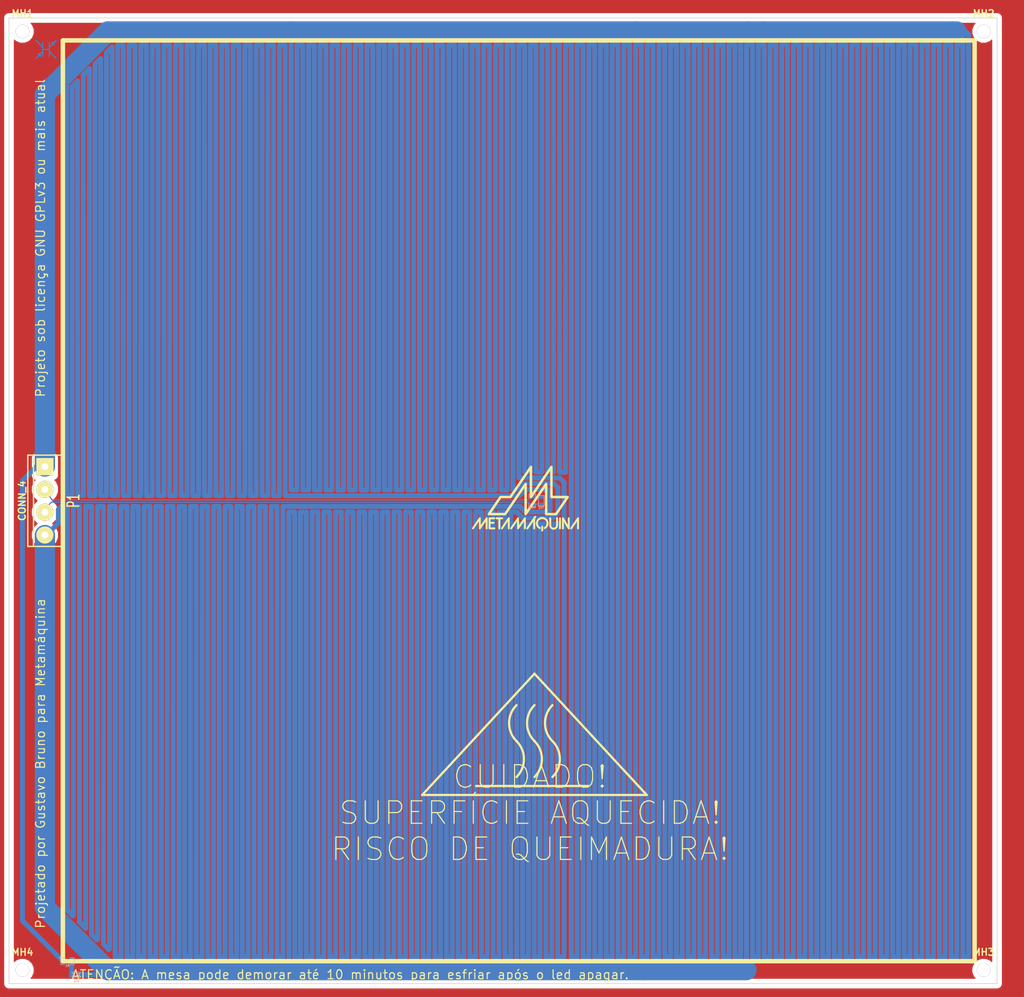
<source format=kicad_pcb>
(kicad_pcb (version 3) (host pcbnew "(2013-feb-21)-testing")

  (general
    (links 8)
    (no_connects 0)
    (area 23.924999 17.924999 244.075001 233.075001)
    (thickness 1.6)
    (drawings 23)
    (tracks 931)
    (zones 0)
    (modules 10)
    (nets 5)
  )

  (page A3)
  (layers
    (15 F.Cu power)
    (0 B.Cu signal)
    (16 B.Adhes user)
    (17 F.Adhes user)
    (18 B.Paste user)
    (19 F.Paste user)
    (20 B.SilkS user)
    (21 F.SilkS user)
    (22 B.Mask user)
    (23 F.Mask user)
    (28 Edge.Cuts user)
  )

  (setup
    (last_trace_width 0.254)
    (user_trace_width 1.1)
    (trace_clearance 0.254)
    (zone_clearance 1)
    (zone_45_only no)
    (trace_min 0.1524)
    (segment_width 0.5)
    (edge_width 0.15)
    (via_size 0.889)
    (via_drill 0.635)
    (via_min_size 0.1524)
    (via_min_drill 0.508)
    (uvia_size 0.508)
    (uvia_drill 0.1778)
    (uvias_allowed no)
    (uvia_min_size 0.1524)
    (uvia_min_drill 0.127)
    (pcb_text_width 0.3)
    (pcb_text_size 1 1)
    (mod_edge_width 0.15)
    (mod_text_size 1 1)
    (mod_text_width 0.15)
    (pad_size 3 1.1)
    (pad_drill 0)
    (pad_to_mask_clearance 0)
    (aux_axis_origin 36 21)
    (visible_elements 7FFFFFFF)
    (pcbplotparams
      (layerselection 3178497)
      (usegerberextensions true)
      (excludeedgelayer true)
      (linewidth 152400)
      (plotframeref false)
      (viasonmask false)
      (mode 1)
      (useauxorigin false)
      (hpglpennumber 1)
      (hpglpenspeed 20)
      (hpglpendiameter 15)
      (hpglpenoverlay 2)
      (psnegative false)
      (psa4output false)
      (plotreference true)
      (plotvalue true)
      (plotothertext true)
      (plotinvisibletext false)
      (padsonsilk false)
      (subtractmaskfromsilk false)
      (outputformat 1)
      (mirror false)
      (drillshape 1)
      (scaleselection 1)
      (outputdirectory ""))
  )

  (net 0 "")
  (net 1 N-000001)
  (net 2 N-000002)
  (net 3 N-000003)
  (net 4 N-000005)

  (net_class Default "This is the default net class."
    (clearance 0.254)
    (trace_width 0.254)
    (via_dia 0.889)
    (via_drill 0.635)
    (uvia_dia 0.508)
    (uvia_drill 0.1778)
    (add_net "")
    (add_net N-000002)
    (add_net N-000003)
  )

  (net_class "Heating track" ""
    (clearance 0.1524)
    (trace_width 1.1)
    (via_dia 0.889)
    (via_drill 0.635)
    (uvia_dia 0.508)
    (uvia_drill 0.1778)
    (add_net N-000001)
    (add_net N-000005)
  )

  (net_class "Power distribution" ""
    (clearance 0.254)
    (trace_width 4.5)
    (via_dia 0.889)
    (via_drill 0.635)
    (uvia_dia 0.508)
    (uvia_drill 0.1778)
  )

  (module SM0805 (layer B.Cu) (tedit 5136AA46) (tstamp 5133D7FB)
    (at 37 228)
    (path /512592C5)
    (attr smd)
    (fp_text reference R1 (at 0 1) (layer B.SilkS)
      (effects (font (size 0.50038 0.50038) (thickness 0.10922)) (justify mirror))
    )
    (fp_text value 1k (at 0 -0.381) (layer B.SilkS) hide
      (effects (font (size 0.50038 0.50038) (thickness 0.10922)) (justify mirror))
    )
    (fp_circle (center -1.651 -0.762) (end -1.651 -0.635) (layer B.SilkS) (width 0.09906))
    (fp_line (start -0.508 -0.762) (end -1.524 -0.762) (layer B.SilkS) (width 0.09906))
    (fp_line (start -1.524 -0.762) (end -1.524 0.762) (layer B.SilkS) (width 0.09906))
    (fp_line (start -1.524 0.762) (end -0.508 0.762) (layer B.SilkS) (width 0.09906))
    (fp_line (start 0.508 0.762) (end 1.524 0.762) (layer B.SilkS) (width 0.09906))
    (fp_line (start 1.524 0.762) (end 1.524 -0.762) (layer B.SilkS) (width 0.09906))
    (fp_line (start 1.524 -0.762) (end 0.508 -0.762) (layer B.SilkS) (width 0.09906))
    (pad 1 smd rect (at -0.9525 0) (size 0.889 1.397)
      (layers B.Cu B.Paste B.Mask)
      (net 4 N-000005)
    )
    (pad 2 smd rect (at 0.9525 0) (size 0.889 1.397)
      (layers B.Cu B.Paste B.Mask)
      (net 3 N-000003)
    )
    (model smd/chip_cms.wrl
      (at (xyz 0 0 0))
      (scale (xyz 0.1 0.1 0.1))
      (rotate (xyz 0 0 0))
    )
  )

  (module SM0805 (layer B.Cu) (tedit 5136AA92) (tstamp 5133D808)
    (at 140.5 125.5 90)
    (path /512596CC)
    (attr smd)
    (fp_text reference TH1 (at -1.5 0 180) (layer B.SilkS)
      (effects (font (size 0.50038 0.50038) (thickness 0.10922)) (justify mirror))
    )
    (fp_text value 100k (at 0 -0.381 90) (layer B.SilkS) hide
      (effects (font (size 0.50038 0.50038) (thickness 0.10922)) (justify mirror))
    )
    (fp_circle (center -1.651 -0.762) (end -1.651 -0.635) (layer B.SilkS) (width 0.09906))
    (fp_line (start -0.508 -0.762) (end -1.524 -0.762) (layer B.SilkS) (width 0.09906))
    (fp_line (start -1.524 -0.762) (end -1.524 0.762) (layer B.SilkS) (width 0.09906))
    (fp_line (start -1.524 0.762) (end -0.508 0.762) (layer B.SilkS) (width 0.09906))
    (fp_line (start 0.508 0.762) (end 1.524 0.762) (layer B.SilkS) (width 0.09906))
    (fp_line (start 1.524 0.762) (end 1.524 -0.762) (layer B.SilkS) (width 0.09906))
    (fp_line (start 1.524 -0.762) (end 0.508 -0.762) (layer B.SilkS) (width 0.09906))
    (pad 1 smd rect (at -0.9525 0 90) (size 0.889 1.397)
      (layers B.Cu B.Paste B.Mask)
      (net 1 N-000001)
    )
    (pad 2 smd rect (at 0.9525 0 90) (size 0.889 1.397)
      (layers B.Cu B.Paste B.Mask)
      (net 2 N-000002)
    )
    (model smd/chip_cms.wrl
      (at (xyz 0 0 0))
      (scale (xyz 0.1 0.1 0.1))
      (rotate (xyz 0 0 0))
    )
  )

  (module MountingHole_3mm_RevA_Date21Jun2010 (layer F.Cu) (tedit 4C1FDF9F) (tstamp 5133D80E)
    (at 27 21)
    (descr "Mounting hole, Befestigungsbohrung, 3mm, No Annular, Kein Restring,")
    (tags "Mounting hole, Befestigungsbohrung, 3mm, No Annular, Kein Restring,")
    (path /5133CB70)
    (fp_text reference MH1 (at 0 -4.0005) (layer F.SilkS)
      (effects (font (size 1.524 1.524) (thickness 0.3048)))
    )
    (fp_text value MOUNTING_HOLE (at 1.00076 5.00126) (layer F.SilkS) hide
      (effects (font (size 1.524 1.524) (thickness 0.3048)))
    )
    (fp_circle (center 0 0) (end 2.99974 0) (layer Cmts.User) (width 0.381))
    (pad 1 thru_hole circle (at 0 0) (size 2.99974 2.99974) (drill 2.99974)
      (layers *.Cu)
    )
  )

  (module MountingHole_3mm_RevA_Date21Jun2010   locked (layer F.Cu) (tedit 4C1FDF9F) (tstamp 5133D814)
    (at 241 21)
    (descr "Mounting hole, Befestigungsbohrung, 3mm, No Annular, Kein Restring,")
    (tags "Mounting hole, Befestigungsbohrung, 3mm, No Annular, Kein Restring,")
    (path /5133CB7D)
    (fp_text reference MH2 (at 0 -4.0005) (layer F.SilkS)
      (effects (font (size 1.524 1.524) (thickness 0.3048)))
    )
    (fp_text value MOUNTING_HOLE (at 1.00076 5.00126) (layer F.SilkS) hide
      (effects (font (size 1.524 1.524) (thickness 0.3048)))
    )
    (fp_circle (center 0 0) (end 2.99974 0) (layer Cmts.User) (width 0.381))
    (pad 1 thru_hole circle (at 0 0) (size 2.99974 2.99974) (drill 2.99974)
      (layers *.Cu)
    )
  )

  (module MountingHole_3mm_RevA_Date21Jun2010 (layer F.Cu) (tedit 4C1FDF9F) (tstamp 51356ACA)
    (at 27 230)
    (descr "Mounting hole, Befestigungsbohrung, 3mm, No Annular, Kein Restring,")
    (tags "Mounting hole, Befestigungsbohrung, 3mm, No Annular, Kein Restring,")
    (path /5133CB83)
    (fp_text reference MH4 (at 0 -4.0005) (layer F.SilkS)
      (effects (font (size 1.524 1.524) (thickness 0.3048)))
    )
    (fp_text value MOUNTING_HOLE (at 1.00076 5.00126) (layer F.SilkS) hide
      (effects (font (size 1.524 1.524) (thickness 0.3048)))
    )
    (fp_circle (center 0 0) (end 2.99974 0) (layer Cmts.User) (width 0.381))
    (pad 1 thru_hole circle (at 0 0) (size 2.99974 2.99974) (drill 2.99974)
      (layers *.Cu)
    )
  )

  (module MountingHole_3mm_RevA_Date21Jun2010   locked (layer F.Cu) (tedit 4C1FDF9F) (tstamp 5133D820)
    (at 241 230)
    (descr "Mounting hole, Befestigungsbohrung, 3mm, No Annular, Kein Restring,")
    (tags "Mounting hole, Befestigungsbohrung, 3mm, No Annular, Kein Restring,")
    (path /5133CB89)
    (fp_text reference MH3 (at 0 -4.0005) (layer F.SilkS)
      (effects (font (size 1.524 1.524) (thickness 0.3048)))
    )
    (fp_text value MOUNTING_HOLE (at 1.00076 5.00126) (layer F.SilkS) hide
      (effects (font (size 1.524 1.524) (thickness 0.3048)))
    )
    (fp_circle (center 0 0) (end 2.99974 0) (layer Cmts.User) (width 0.381))
    (pad 1 thru_hole circle (at 0 0) (size 2.99974 2.99974) (drill 2.99974)
      (layers *.Cu)
    )
  )

  (module LED-0805 (layer B.Cu) (tedit 5136AA34) (tstamp 5133D85B)
    (at 39 231)
    (descr "LED 0805 smd package")
    (tags "LED 0805 SMD")
    (path /512592B6)
    (attr smd)
    (fp_text reference D1 (at 0 1.27) (layer B.SilkS)
      (effects (font (size 0.762 0.762) (thickness 0.127)) (justify mirror))
    )
    (fp_text value GREEN_LED (at 0 -1.27) (layer B.SilkS) hide
      (effects (font (size 0.762 0.762) (thickness 0.127)) (justify mirror))
    )
    (fp_line (start 0.49784 -0.29972) (end 0.49784 -0.62484) (layer B.SilkS) (width 0.06604))
    (fp_line (start 0.49784 -0.62484) (end 0.99822 -0.62484) (layer B.SilkS) (width 0.06604))
    (fp_line (start 0.99822 -0.29972) (end 0.99822 -0.62484) (layer B.SilkS) (width 0.06604))
    (fp_line (start 0.49784 -0.29972) (end 0.99822 -0.29972) (layer B.SilkS) (width 0.06604))
    (fp_line (start 0.49784 0.32258) (end 0.49784 0.17272) (layer B.SilkS) (width 0.06604))
    (fp_line (start 0.49784 0.17272) (end 0.7493 0.17272) (layer B.SilkS) (width 0.06604))
    (fp_line (start 0.7493 0.32258) (end 0.7493 0.17272) (layer B.SilkS) (width 0.06604))
    (fp_line (start 0.49784 0.32258) (end 0.7493 0.32258) (layer B.SilkS) (width 0.06604))
    (fp_line (start 0.49784 -0.17272) (end 0.49784 -0.32258) (layer B.SilkS) (width 0.06604))
    (fp_line (start 0.49784 -0.32258) (end 0.7493 -0.32258) (layer B.SilkS) (width 0.06604))
    (fp_line (start 0.7493 -0.17272) (end 0.7493 -0.32258) (layer B.SilkS) (width 0.06604))
    (fp_line (start 0.49784 -0.17272) (end 0.7493 -0.17272) (layer B.SilkS) (width 0.06604))
    (fp_line (start 0.49784 0.19812) (end 0.49784 -0.19812) (layer B.SilkS) (width 0.06604))
    (fp_line (start 0.49784 -0.19812) (end 0.6731 -0.19812) (layer B.SilkS) (width 0.06604))
    (fp_line (start 0.6731 0.19812) (end 0.6731 -0.19812) (layer B.SilkS) (width 0.06604))
    (fp_line (start 0.49784 0.19812) (end 0.6731 0.19812) (layer B.SilkS) (width 0.06604))
    (fp_line (start -0.99822 -0.29972) (end -0.99822 -0.62484) (layer B.SilkS) (width 0.06604))
    (fp_line (start -0.99822 -0.62484) (end -0.49784 -0.62484) (layer B.SilkS) (width 0.06604))
    (fp_line (start -0.49784 -0.29972) (end -0.49784 -0.62484) (layer B.SilkS) (width 0.06604))
    (fp_line (start -0.99822 -0.29972) (end -0.49784 -0.29972) (layer B.SilkS) (width 0.06604))
    (fp_line (start -0.99822 0.62484) (end -0.99822 0.29972) (layer B.SilkS) (width 0.06604))
    (fp_line (start -0.99822 0.29972) (end -0.49784 0.29972) (layer B.SilkS) (width 0.06604))
    (fp_line (start -0.49784 0.62484) (end -0.49784 0.29972) (layer B.SilkS) (width 0.06604))
    (fp_line (start -0.99822 0.62484) (end -0.49784 0.62484) (layer B.SilkS) (width 0.06604))
    (fp_line (start -0.7493 -0.17272) (end -0.7493 -0.32258) (layer B.SilkS) (width 0.06604))
    (fp_line (start -0.7493 -0.32258) (end -0.49784 -0.32258) (layer B.SilkS) (width 0.06604))
    (fp_line (start -0.49784 -0.17272) (end -0.49784 -0.32258) (layer B.SilkS) (width 0.06604))
    (fp_line (start -0.7493 -0.17272) (end -0.49784 -0.17272) (layer B.SilkS) (width 0.06604))
    (fp_line (start -0.7493 0.32258) (end -0.7493 0.17272) (layer B.SilkS) (width 0.06604))
    (fp_line (start -0.7493 0.17272) (end -0.49784 0.17272) (layer B.SilkS) (width 0.06604))
    (fp_line (start -0.49784 0.32258) (end -0.49784 0.17272) (layer B.SilkS) (width 0.06604))
    (fp_line (start -0.7493 0.32258) (end -0.49784 0.32258) (layer B.SilkS) (width 0.06604))
    (fp_line (start -0.6731 0.19812) (end -0.6731 -0.19812) (layer B.SilkS) (width 0.06604))
    (fp_line (start -0.6731 -0.19812) (end -0.49784 -0.19812) (layer B.SilkS) (width 0.06604))
    (fp_line (start -0.49784 0.19812) (end -0.49784 -0.19812) (layer B.SilkS) (width 0.06604))
    (fp_line (start -0.6731 0.19812) (end -0.49784 0.19812) (layer B.SilkS) (width 0.06604))
    (fp_line (start 0 0.09906) (end 0 -0.09906) (layer B.SilkS) (width 0.06604))
    (fp_line (start 0 -0.09906) (end 0.19812 -0.09906) (layer B.SilkS) (width 0.06604))
    (fp_line (start 0.19812 0.09906) (end 0.19812 -0.09906) (layer B.SilkS) (width 0.06604))
    (fp_line (start 0 0.09906) (end 0.19812 0.09906) (layer B.SilkS) (width 0.06604))
    (fp_line (start 0.49784 0.59944) (end 0.49784 0.29972) (layer B.SilkS) (width 0.06604))
    (fp_line (start 0.49784 0.29972) (end 0.79756 0.29972) (layer B.SilkS) (width 0.06604))
    (fp_line (start 0.79756 0.59944) (end 0.79756 0.29972) (layer B.SilkS) (width 0.06604))
    (fp_line (start 0.49784 0.59944) (end 0.79756 0.59944) (layer B.SilkS) (width 0.06604))
    (fp_line (start 0.92456 0.62484) (end 0.92456 0.39878) (layer B.SilkS) (width 0.06604))
    (fp_line (start 0.92456 0.39878) (end 0.99822 0.39878) (layer B.SilkS) (width 0.06604))
    (fp_line (start 0.99822 0.62484) (end 0.99822 0.39878) (layer B.SilkS) (width 0.06604))
    (fp_line (start 0.92456 0.62484) (end 0.99822 0.62484) (layer B.SilkS) (width 0.06604))
    (fp_line (start 0.52324 -0.57404) (end -0.52324 -0.57404) (layer B.SilkS) (width 0.1016))
    (fp_line (start -0.49784 0.57404) (end 0.92456 0.57404) (layer B.SilkS) (width 0.1016))
    (fp_circle (center 0.84836 0.44958) (end 0.89916 0.50038) (layer B.SilkS) (width 0.0508))
    (fp_arc (start 0.99822 0) (end 0.99822 -0.34798) (angle -180) (layer B.SilkS) (width 0.1016))
    (fp_arc (start -0.99822 0) (end -0.99822 0.34798) (angle -180) (layer B.SilkS) (width 0.1016))
    (pad 1 smd rect (at -1.04902 0) (size 1.19888 1.19888)
      (layers B.Cu B.Paste B.Mask)
      (net 3 N-000003)
    )
    (pad 2 smd rect (at 1.04902 0) (size 1.19888 1.19888)
      (layers B.Cu B.Paste B.Mask)
      (net 4 N-000005)
    )
  )

  (module bornier4 (layer F.Cu) (tedit 3EC0ED29) (tstamp 5133D868)
    (at 32 125.5 270)
    (descr "Bornier d'alimentation 4 pins")
    (tags DEV)
    (path /5133D6B0)
    (fp_text reference P1 (at 0 -6.35 270) (layer F.SilkS)
      (effects (font (size 2.6162 1.59766) (thickness 0.3048)))
    )
    (fp_text value CONN_4 (at 0 5.08 270) (layer F.SilkS)
      (effects (font (size 1.524 1.524) (thickness 0.3048)))
    )
    (fp_line (start -10.16 -3.81) (end -10.16 3.81) (layer F.SilkS) (width 0.3048))
    (fp_line (start 10.16 3.81) (end 10.16 -3.81) (layer F.SilkS) (width 0.3048))
    (fp_line (start 10.16 2.54) (end -10.16 2.54) (layer F.SilkS) (width 0.3048))
    (fp_line (start -10.16 -3.81) (end 10.16 -3.81) (layer F.SilkS) (width 0.3048))
    (fp_line (start -10.16 3.81) (end 10.16 3.81) (layer F.SilkS) (width 0.3048))
    (pad 2 thru_hole circle (at -2.54 0 270) (size 3.81 3.81) (drill 1.524)
      (layers *.Cu *.Mask F.SilkS)
      (net 2 N-000002)
    )
    (pad 3 thru_hole circle (at 2.54 0 270) (size 3.81 3.81) (drill 1.524)
      (layers *.Cu *.Mask F.SilkS)
      (net 1 N-000001)
    )
    (pad 1 thru_hole rect (at -7.62 0 270) (size 3.81 3.81) (drill 1.524)
      (layers *.Cu *.Mask F.SilkS)
      (net 4 N-000005)
    )
    (pad 4 thru_hole circle (at 7.62 0 270) (size 3.81 3.81) (drill 1.524)
      (layers *.Cu *.Mask F.SilkS)
      (net 4 N-000005)
    )
    (model device/bornier_4.wrl
      (at (xyz 0 0 0))
      (scale (xyz 1 1 1))
      (rotate (xyz 0 0 0))
    )
  )

  (module SM0603 (layer B.Cu) (tedit 5136AA9A) (tstamp 5134F236)
    (at 142.5 125.5 90)
    (path /51340120)
    (attr smd)
    (fp_text reference TH2 (at -1.5 0 180) (layer B.SilkS)
      (effects (font (size 0.508 0.4572) (thickness 0.1143)) (justify mirror))
    )
    (fp_text value 100k (at 0 0 90) (layer B.SilkS) hide
      (effects (font (size 0.508 0.4572) (thickness 0.1143)) (justify mirror))
    )
    (fp_line (start -1.143 0.635) (end 1.143 0.635) (layer B.SilkS) (width 0.127))
    (fp_line (start 1.143 0.635) (end 1.143 -0.635) (layer B.SilkS) (width 0.127))
    (fp_line (start 1.143 -0.635) (end -1.143 -0.635) (layer B.SilkS) (width 0.127))
    (fp_line (start -1.143 -0.635) (end -1.143 0.635) (layer B.SilkS) (width 0.127))
    (pad 1 smd rect (at -0.762 0 90) (size 0.635 1.143)
      (layers B.Cu B.Paste B.Mask)
      (net 1 N-000001)
    )
    (pad 2 smd rect (at 0.762 0 90) (size 0.635 1.143)
      (layers B.Cu B.Paste B.Mask)
      (net 2 N-000002)
    )
    (model smd\resistors\R0603.wrl
      (at (xyz 0 0 0.001))
      (scale (xyz 0.5 0.5 0.5))
      (rotate (xyz 0 0 0))
    )
  )

  (module MM_logo (layer F.Cu) (tedit 0) (tstamp 5136A487)
    (at 139 125)
    (fp_text reference VAL (at 0 0) (layer F.SilkS) hide
      (effects (font (size 1.143 1.143) (thickness 0.1778)))
    )
    (fp_text value MM_logo (at 0 0) (layer F.SilkS) hide
      (effects (font (size 1.143 1.143) (thickness 0.1778)))
    )
    (fp_poly (pts (xy 3.94208 6.8453) (xy 3.94208 6.90626) (xy 3.94208 6.95706) (xy 3.94208 7.00024)
      (xy 3.94208 7.03834) (xy 3.94208 7.06882) (xy 3.94208 7.09422) (xy 3.93954 7.11454)
      (xy 3.93954 7.13232) (xy 3.93954 7.14502) (xy 3.937 7.15518) (xy 3.937 7.1628)
      (xy 3.93446 7.17042) (xy 3.93446 7.1755) (xy 3.93192 7.17804) (xy 3.91414 7.22122)
      (xy 3.88874 7.25678) (xy 3.85572 7.28726) (xy 3.82016 7.31012) (xy 3.77952 7.32536)
      (xy 3.73634 7.33298) (xy 3.69062 7.33044) (xy 3.65252 7.32028) (xy 3.60934 7.29996)
      (xy 3.57124 7.26948) (xy 3.54076 7.23392) (xy 3.5179 7.19328) (xy 3.5052 7.16026)
      (xy 3.50266 6.7183) (xy 3.50266 6.6294) (xy 3.50266 6.54812) (xy 3.50266 6.477)
      (xy 3.50266 6.41604) (xy 3.50266 6.3627) (xy 3.5052 6.31952) (xy 3.5052 6.2865)
      (xy 3.5052 6.2611) (xy 3.50774 6.2484) (xy 3.50774 6.24586) (xy 3.52044 6.20268)
      (xy 3.54076 6.16458) (xy 3.57124 6.12902) (xy 3.60934 6.10108) (xy 3.63474 6.08584)
      (xy 3.64998 6.07822) (xy 3.66522 6.07314) (xy 3.67792 6.0706) (xy 3.6957 6.0706)
      (xy 3.7211 6.0706) (xy 3.7211 6.0706) (xy 3.74904 6.0706) (xy 3.76936 6.07314)
      (xy 3.78714 6.07568) (xy 3.80238 6.08076) (xy 3.80492 6.08076) (xy 3.84556 6.10362)
      (xy 3.88112 6.13156) (xy 3.90906 6.16966) (xy 3.92938 6.2103) (xy 3.93192 6.22046)
      (xy 3.93446 6.22554) (xy 3.93446 6.23316) (xy 3.937 6.23824) (xy 3.937 6.2484)
      (xy 3.93954 6.2611) (xy 3.93954 6.2738) (xy 3.93954 6.29158) (xy 3.94208 6.31444)
      (xy 3.94208 6.34238) (xy 3.94208 6.3754) (xy 3.94208 6.41604) (xy 3.94208 6.4643)
      (xy 3.94208 6.51764) (xy 3.94208 6.58114) (xy 3.94208 6.6548) (xy 3.94208 6.70052)
      (xy 3.94208 6.77672) (xy 3.94208 6.8453) (xy 3.94208 6.8453)) (layer F.SilkS) (width 0.00254))
    (fp_poly (pts (xy 7.25424 5.61848) (xy 7.25424 5.68452) (xy 7.25424 5.74548) (xy 7.25424 5.79882)
      (xy 7.25424 5.84708) (xy 7.2517 5.89026) (xy 7.2517 5.92836) (xy 7.2517 5.95884)
      (xy 7.24916 5.98678) (xy 7.24916 6.01218) (xy 7.24662 6.03504) (xy 7.24662 6.05282)
      (xy 7.24408 6.0706) (xy 7.24154 6.08584) (xy 7.24154 6.10108) (xy 7.239 6.11378)
      (xy 7.23646 6.12902) (xy 7.23392 6.13664) (xy 7.20852 6.23062) (xy 7.1755 6.32206)
      (xy 7.13486 6.41096) (xy 7.08406 6.49224) (xy 7.02564 6.57098) (xy 6.9596 6.6421)
      (xy 6.88848 6.7056) (xy 6.80974 6.76402) (xy 6.72592 6.81482) (xy 6.63702 6.85546)
      (xy 6.604 6.86816) (xy 6.5151 6.89356) (xy 6.4262 6.91388) (xy 6.33222 6.92404)
      (xy 6.24078 6.92658) (xy 6.15188 6.91896) (xy 6.05028 6.90118) (xy 5.95376 6.87578)
      (xy 5.86232 6.84022) (xy 5.77342 6.7945) (xy 5.69214 6.74116) (xy 5.6134 6.67766)
      (xy 5.59308 6.65988) (xy 5.52196 6.58622) (xy 5.461 6.50748) (xy 5.40766 6.42366)
      (xy 5.36448 6.33476) (xy 5.32892 6.24332) (xy 5.30352 6.1468) (xy 5.28828 6.0452)
      (xy 5.2832 5.99948) (xy 5.2832 5.98424) (xy 5.2832 5.96138) (xy 5.2832 5.92836)
      (xy 5.28066 5.88772) (xy 5.28066 5.83946) (xy 5.28066 5.78358) (xy 5.28066 5.72516)
      (xy 5.28066 5.65912) (xy 5.28066 5.59054) (xy 5.27812 5.51688) (xy 5.27812 5.44322)
      (xy 5.27812 5.36448) (xy 5.27812 5.28574) (xy 5.27812 5.20446) (xy 5.27812 5.12318)
      (xy 5.27812 5.04444) (xy 5.27812 4.9657) (xy 5.27812 4.8895) (xy 5.28066 4.81584)
      (xy 5.28066 4.74472) (xy 5.28066 4.67614) (xy 5.28066 4.61518) (xy 5.28066 4.5593)
      (xy 5.28066 4.5085) (xy 5.28066 4.46278) (xy 5.2832 4.42722) (xy 5.2832 4.39928)
      (xy 5.2832 4.37896) (xy 5.2832 4.3688) (xy 5.2959 4.32308) (xy 5.31622 4.28244)
      (xy 5.34416 4.24434) (xy 5.37718 4.2164) (xy 5.42036 4.19354) (xy 5.4356 4.18846)
      (xy 5.48132 4.1783) (xy 5.52704 4.18084) (xy 5.57022 4.18846) (xy 5.61086 4.20624)
      (xy 5.64642 4.23164) (xy 5.6769 4.26466) (xy 5.69722 4.29768) (xy 5.69976 4.3053)
      (xy 5.7023 4.31038) (xy 5.70484 4.31546) (xy 5.70738 4.32054) (xy 5.70992 4.32816)
      (xy 5.71246 4.33578) (xy 5.71246 4.34594) (xy 5.715 4.35864) (xy 5.71754 4.37388)
      (xy 5.71754 4.39166) (xy 5.71754 4.41452) (xy 5.72008 4.44246) (xy 5.72008 4.47294)
      (xy 5.72008 4.51104) (xy 5.72008 4.55168) (xy 5.72262 4.60248) (xy 5.72262 4.65836)
      (xy 5.72262 4.71932) (xy 5.72262 4.79044) (xy 5.72262 4.86918) (xy 5.72262 4.95554)
      (xy 5.72262 5.05206) (xy 5.72516 5.15874) (xy 5.72516 5.19938) (xy 5.7277 6.04012)
      (xy 5.73786 6.07822) (xy 5.76326 6.15188) (xy 5.79882 6.21792) (xy 5.83946 6.27888)
      (xy 5.88772 6.33222) (xy 5.94106 6.37794) (xy 5.99948 6.41858) (xy 6.06298 6.44906)
      (xy 6.13156 6.46938) (xy 6.20522 6.48462) (xy 6.26872 6.48716) (xy 6.34238 6.48208)
      (xy 6.41096 6.46684) (xy 6.47954 6.44398) (xy 6.54304 6.41096) (xy 6.604 6.37032)
      (xy 6.65734 6.32206) (xy 6.70306 6.26618) (xy 6.7183 6.24332) (xy 6.75386 6.1849)
      (xy 6.7818 6.12394) (xy 6.79958 6.0579) (xy 6.80974 5.98678) (xy 6.80974 5.98678)
      (xy 6.80974 5.97408) (xy 6.80974 5.95122) (xy 6.81228 5.9182) (xy 6.81228 5.87502)
      (xy 6.81228 5.82422) (xy 6.81228 5.7658) (xy 6.81228 5.69722) (xy 6.81482 5.62356)
      (xy 6.81482 5.53974) (xy 6.81482 5.4483) (xy 6.81482 5.35178) (xy 6.81482 5.2451)
      (xy 6.81482 5.1435) (xy 6.81482 5.03936) (xy 6.81482 4.94284) (xy 6.81482 4.85902)
      (xy 6.81482 4.78028) (xy 6.81482 4.7117) (xy 6.81482 4.65074) (xy 6.81482 4.5974)
      (xy 6.81482 4.54914) (xy 6.81482 4.5085) (xy 6.81482 4.47294) (xy 6.81736 4.445)
      (xy 6.81736 4.4196) (xy 6.81736 4.39674) (xy 6.81736 4.3815) (xy 6.81736 4.3688)
      (xy 6.8199 4.3561) (xy 6.8199 4.34848) (xy 6.8199 4.34086) (xy 6.82244 4.33578)
      (xy 6.82244 4.33324) (xy 6.82498 4.32816) (xy 6.82498 4.32816) (xy 6.8453 4.28498)
      (xy 6.87324 4.24942) (xy 6.90626 4.21894) (xy 6.94436 4.19608) (xy 6.98754 4.18338)
      (xy 7.03326 4.1783) (xy 7.04342 4.1783) (xy 7.09168 4.18592) (xy 7.13486 4.2037)
      (xy 7.17296 4.2291) (xy 7.20598 4.26212) (xy 7.23138 4.30276) (xy 7.24154 4.32562)
      (xy 7.2517 4.35356) (xy 7.25424 5.15366) (xy 7.25424 5.26542) (xy 7.25424 5.36702)
      (xy 7.25424 5.45846) (xy 7.25424 5.54228) (xy 7.25424 5.61848) (xy 7.25424 5.61848)) (layer F.SilkS) (width 0.00254))
    (fp_poly (pts (xy -4.96824 4.39166) (xy -4.97078 4.44246) (xy -4.98094 4.48564) (xy -5.00126 4.52628)
      (xy -5.03174 4.5593) (xy -5.0546 4.57962) (xy -5.0673 4.58978) (xy -5.08 4.5974)
      (xy -5.0927 4.60502) (xy -5.1054 4.6101) (xy -5.12064 4.61518) (xy -5.13842 4.61772)
      (xy -5.16128 4.62026) (xy -5.18922 4.62026) (xy -5.22224 4.6228) (xy -5.26288 4.6228)
      (xy -5.31114 4.6228) (xy -5.36702 4.6228) (xy -5.37718 4.6228) (xy -5.6007 4.6228)
      (xy -5.6007 5.64896) (xy -5.6007 5.77088) (xy -5.6007 5.88518) (xy -5.6007 5.98932)
      (xy -5.6007 6.08584) (xy -5.6007 6.1722) (xy -5.6007 6.25094) (xy -5.6007 6.31952)
      (xy -5.60324 6.38302) (xy -5.60324 6.4389) (xy -5.60324 6.4897) (xy -5.60324 6.53034)
      (xy -5.60324 6.56844) (xy -5.60324 6.59892) (xy -5.60324 6.62686) (xy -5.60578 6.64718)
      (xy -5.60578 6.66496) (xy -5.60578 6.6802) (xy -5.60578 6.69036) (xy -5.60832 6.69544)
      (xy -5.60832 6.70052) (xy -5.6261 6.7437) (xy -5.64896 6.7818) (xy -5.68198 6.81482)
      (xy -5.72008 6.84022) (xy -5.76072 6.85546) (xy -5.78104 6.86054) (xy -5.80898 6.86562)
      (xy -5.83438 6.86562) (xy -5.86232 6.86054) (xy -5.87756 6.85546) (xy -5.91566 6.84276)
      (xy -5.95376 6.8199) (xy -5.98424 6.79196) (xy -6.00964 6.75894) (xy -6.01472 6.74878)
      (xy -6.0198 6.7437) (xy -6.02234 6.73862) (xy -6.02488 6.73354) (xy -6.02742 6.72592)
      (xy -6.02742 6.72084) (xy -6.02996 6.71322) (xy -6.0325 6.7056) (xy -6.0325 6.6929)
      (xy -6.03504 6.6802) (xy -6.03504 6.66242) (xy -6.03758 6.64464) (xy -6.03758 6.61924)
      (xy -6.03758 6.5913) (xy -6.04012 6.56082) (xy -6.04012 6.52272) (xy -6.04012 6.47954)
      (xy -6.04012 6.43128) (xy -6.04012 6.3754) (xy -6.04012 6.31444) (xy -6.04012 6.24332)
      (xy -6.04266 6.16712) (xy -6.04266 6.0833) (xy -6.04266 5.98932) (xy -6.04266 5.88772)
      (xy -6.04266 5.77596) (xy -6.04266 5.65404) (xy -6.04266 5.64642) (xy -6.04266 4.6228)
      (xy -6.26618 4.6228) (xy -6.32206 4.6228) (xy -6.36524 4.6228) (xy -6.40334 4.6228)
      (xy -6.43382 4.6228) (xy -6.45668 4.6228) (xy -6.47446 4.62026) (xy -6.4897 4.62026)
      (xy -6.5024 4.61772) (xy -6.51002 4.61772) (xy -6.52018 4.61518) (xy -6.52272 4.61264)
      (xy -6.56336 4.59486) (xy -6.60146 4.56946) (xy -6.63194 4.53644) (xy -6.6548 4.50088)
      (xy -6.67004 4.46024) (xy -6.67512 4.41452) (xy -6.67258 4.37134) (xy -6.66496 4.34086)
      (xy -6.64718 4.29768) (xy -6.62178 4.26212) (xy -6.58622 4.2291) (xy -6.54558 4.2037)
      (xy -6.5278 4.19608) (xy -6.49986 4.18592) (xy -5.84454 4.18338) (xy -5.73278 4.18338)
      (xy -5.63118 4.18338) (xy -5.5372 4.18338) (xy -5.45592 4.18338) (xy -5.3848 4.18338)
      (xy -5.3213 4.18338) (xy -5.2705 4.18592) (xy -5.22732 4.18592) (xy -5.1943 4.18592)
      (xy -5.17144 4.18592) (xy -5.1562 4.18846) (xy -5.15366 4.18846) (xy -5.10794 4.20116)
      (xy -5.0673 4.22148) (xy -5.0292 4.24942) (xy -5.00126 4.28752) (xy -4.98856 4.31038)
      (xy -4.9784 4.3307) (xy -4.97332 4.34848) (xy -4.96824 4.36626) (xy -4.96824 4.39166)
      (xy -4.96824 4.39166) (xy -4.96824 4.39166)) (layer F.SilkS) (width 0.00254))
    (fp_poly (pts (xy 9.84504 4.95046) (xy 9.84504 5.0419) (xy 9.84504 5.14096) (xy 9.84504 5.25018)
      (xy 9.84504 5.36702) (xy 9.84504 5.49402) (xy 9.84504 5.53974) (xy 9.8425 6.70052)
      (xy 9.82472 6.73862) (xy 9.80186 6.77672) (xy 9.77138 6.80974) (xy 9.73582 6.83514)
      (xy 9.69264 6.85292) (xy 9.67994 6.858) (xy 9.6393 6.86562) (xy 9.59866 6.86308)
      (xy 9.55802 6.85292) (xy 9.51992 6.83514) (xy 9.48436 6.81228) (xy 9.45642 6.78434)
      (xy 9.45388 6.77672) (xy 9.44372 6.76148) (xy 9.42848 6.73862) (xy 9.4107 6.70814)
      (xy 9.38784 6.67004) (xy 9.36244 6.62686) (xy 9.3345 6.57606) (xy 9.30148 6.52018)
      (xy 9.26592 6.45922) (xy 9.22782 6.39318) (xy 9.18718 6.3246) (xy 9.144 6.25094)
      (xy 9.09828 6.17474) (xy 9.05256 6.09346) (xy 9.0043 6.01218) (xy 8.99668 5.99694)
      (xy 8.55218 5.2324) (xy 8.54964 5.96392) (xy 8.54964 6.06552) (xy 8.54964 6.15696)
      (xy 8.54964 6.23824) (xy 8.54964 6.3119) (xy 8.54964 6.37794) (xy 8.5471 6.43636)
      (xy 8.5471 6.48462) (xy 8.5471 6.53034) (xy 8.5471 6.5659) (xy 8.5471 6.59892)
      (xy 8.5471 6.62686) (xy 8.54456 6.64718) (xy 8.54456 6.66496) (xy 8.54456 6.6802)
      (xy 8.54202 6.6929) (xy 8.54202 6.70052) (xy 8.54202 6.70814) (xy 8.53948 6.71322)
      (xy 8.53948 6.71576) (xy 8.53948 6.7183) (xy 8.51916 6.75386) (xy 8.49884 6.78688)
      (xy 8.48106 6.80466) (xy 8.45058 6.83006) (xy 8.4201 6.8453) (xy 8.38454 6.858)
      (xy 8.37946 6.858) (xy 8.34898 6.86308) (xy 8.32104 6.86562) (xy 8.29056 6.86054)
      (xy 8.27278 6.85546) (xy 8.23214 6.84022) (xy 8.19404 6.81482) (xy 8.16356 6.78434)
      (xy 8.13816 6.74624) (xy 8.12038 6.70306) (xy 8.1153 6.67258) (xy 8.1153 6.66242)
      (xy 8.11276 6.64464) (xy 8.11276 6.6167) (xy 8.11276 6.5786) (xy 8.11276 6.53542)
      (xy 8.11276 6.48462) (xy 8.11276 6.4262) (xy 8.11276 6.36016) (xy 8.11022 6.29158)
      (xy 8.11022 6.21538) (xy 8.11022 6.13664) (xy 8.11022 6.05282) (xy 8.11022 5.96646)
      (xy 8.11022 5.87502) (xy 8.11022 5.78358) (xy 8.11022 5.6896) (xy 8.11022 5.59562)
      (xy 8.11022 5.50164) (xy 8.11022 5.40766) (xy 8.11022 5.31368) (xy 8.11022 5.2197)
      (xy 8.11022 5.1308) (xy 8.11022 5.0419) (xy 8.11022 4.95554) (xy 8.11022 4.87426)
      (xy 8.11276 4.79806) (xy 8.11276 4.7244) (xy 8.11276 4.65836) (xy 8.11276 4.59486)
      (xy 8.11276 4.54152) (xy 8.11276 4.49326) (xy 8.11276 4.45262) (xy 8.1153 4.4196)
      (xy 8.1153 4.39674) (xy 8.1153 4.38404) (xy 8.1153 4.37896) (xy 8.12546 4.33578)
      (xy 8.14578 4.2926) (xy 8.17372 4.25704) (xy 8.20674 4.22656) (xy 8.23722 4.20624)
      (xy 8.25246 4.19862) (xy 8.26516 4.19608) (xy 8.27786 4.19354) (xy 8.29564 4.191)
      (xy 8.3185 4.191) (xy 8.32866 4.191) (xy 8.35152 4.191) (xy 8.37184 4.191)
      (xy 8.38454 4.19354) (xy 8.39978 4.19862) (xy 8.41502 4.20624) (xy 8.42518 4.20878)
      (xy 8.46328 4.23164) (xy 8.49122 4.25704) (xy 8.49376 4.26212) (xy 8.50138 4.26974)
      (xy 8.509 4.2799) (xy 8.51916 4.29514) (xy 8.52932 4.31546) (xy 8.54456 4.33832)
      (xy 8.56234 4.36626) (xy 8.58012 4.39928) (xy 8.60298 4.43738) (xy 8.63092 4.48056)
      (xy 8.65886 4.53136) (xy 8.69188 4.58978) (xy 8.72998 4.65328) (xy 8.77062 4.7244)
      (xy 8.81634 4.80314) (xy 8.86714 4.89204) (xy 8.92302 4.98856) (xy 8.93064 5.0038)
      (xy 8.9789 5.08254) (xy 9.02208 5.16128) (xy 9.06526 5.23748) (xy 9.10844 5.3086)
      (xy 9.14908 5.37972) (xy 9.18718 5.44322) (xy 9.2202 5.50418) (xy 9.25322 5.5626)
      (xy 9.2837 5.61086) (xy 9.3091 5.65658) (xy 9.32942 5.69468) (xy 9.34974 5.72516)
      (xy 9.36244 5.75056) (xy 9.37006 5.7658) (xy 9.37514 5.77088) (xy 9.3853 5.7912)
      (xy 9.39546 5.80644) (xy 9.40308 5.81914) (xy 9.40562 5.82168) (xy 9.40816 5.8166)
      (xy 9.40816 5.80136) (xy 9.40816 5.7785) (xy 9.40816 5.74548) (xy 9.40816 5.70484)
      (xy 9.40816 5.65658) (xy 9.4107 5.60324) (xy 9.4107 5.54228) (xy 9.4107 5.47624)
      (xy 9.4107 5.40512) (xy 9.4107 5.32892) (xy 9.4107 5.24764) (xy 9.4107 5.16636)
      (xy 9.4107 5.08508) (xy 9.41324 4.34848) (xy 9.43356 4.31038) (xy 9.45642 4.26974)
      (xy 9.4869 4.23926) (xy 9.52246 4.21386) (xy 9.56056 4.19862) (xy 9.6012 4.18846)
      (xy 9.64184 4.18592) (xy 9.68248 4.19354) (xy 9.72058 4.20624) (xy 9.75614 4.2291)
      (xy 9.78916 4.25704) (xy 9.81456 4.29006) (xy 9.8171 4.29768) (xy 9.81964 4.30276)
      (xy 9.82218 4.3053) (xy 9.82472 4.31038) (xy 9.8298 4.31546) (xy 9.8298 4.32308)
      (xy 9.83234 4.3307) (xy 9.83488 4.33832) (xy 9.83742 4.35102) (xy 9.83742 4.36372)
      (xy 9.83996 4.3815) (xy 9.83996 4.39928) (xy 9.8425 4.42468) (xy 9.8425 4.45262)
      (xy 9.8425 4.4831) (xy 9.8425 4.5212) (xy 9.84504 4.56438) (xy 9.84504 4.6101)
      (xy 9.84504 4.66598) (xy 9.84504 4.72694) (xy 9.84504 4.79298) (xy 9.84504 4.86918)
      (xy 9.84504 4.95046) (xy 9.84504 4.95046)) (layer F.SilkS) (width 0.00254))
    (fp_poly (pts (xy -8.42772 6.07314) (xy -8.42772 6.15696) (xy -8.42772 6.23316) (xy -8.42772 6.30174)
      (xy -8.42772 6.36524) (xy -8.42772 6.42112) (xy -8.42772 6.46938) (xy -8.43026 6.51256)
      (xy -8.43026 6.55066) (xy -8.43026 6.58368) (xy -8.43026 6.61416) (xy -8.4328 6.63702)
      (xy -8.4328 6.65734) (xy -8.43534 6.67512) (xy -8.43534 6.69036) (xy -8.43788 6.70052)
      (xy -8.44042 6.71068) (xy -8.44296 6.7183) (xy -8.44296 6.72592) (xy -8.4455 6.731)
      (xy -8.44804 6.73608) (xy -8.45312 6.74116) (xy -8.45566 6.74624) (xy -8.4582 6.75132)
      (xy -8.4836 6.78688) (xy -8.51662 6.81736) (xy -8.55218 6.83768) (xy -8.59282 6.85292)
      (xy -8.63346 6.858) (xy -8.67664 6.858) (xy -8.71728 6.85038) (xy -8.75538 6.8326)
      (xy -8.79094 6.80974) (xy -8.82142 6.77672) (xy -8.82904 6.76656) (xy -8.83412 6.75894)
      (xy -8.8392 6.75132) (xy -8.84428 6.74624) (xy -8.84682 6.74116) (xy -8.84936 6.73354)
      (xy -8.85444 6.72592) (xy -8.85698 6.7183) (xy -8.85698 6.7056) (xy -8.85952 6.6929)
      (xy -8.86206 6.67766) (xy -8.86206 6.65734) (xy -8.8646 6.63194) (xy -8.8646 6.604)
      (xy -8.86714 6.57098) (xy -8.86714 6.53034) (xy -8.86714 6.48716) (xy -8.86714 6.43382)
      (xy -8.86714 6.3754) (xy -8.86714 6.30936) (xy -8.86714 6.2357) (xy -8.86714 6.15442)
      (xy -8.86714 6.06298) (xy -8.86714 5.96138) (xy -8.86714 5.89788) (xy -8.86714 5.79374)
      (xy -8.86714 5.69722) (xy -8.86714 5.61086) (xy -8.86714 5.53212) (xy -8.86714 5.46354)
      (xy -8.86714 5.40258) (xy -8.86968 5.3467) (xy -8.86968 5.30098) (xy -8.86968 5.26034)
      (xy -8.86968 5.22732) (xy -8.86968 5.19938) (xy -8.86968 5.17652) (xy -8.86968 5.15874)
      (xy -8.87222 5.1435) (xy -8.87222 5.13588) (xy -8.87222 5.12826) (xy -8.87476 5.12572)
      (xy -8.87476 5.12572) (xy -8.87476 5.12572) (xy -8.87984 5.1308) (xy -8.88746 5.1435)
      (xy -8.9027 5.16382) (xy -8.92048 5.19176) (xy -8.94588 5.22732) (xy -8.97382 5.26796)
      (xy -9.0043 5.31368) (xy -9.03986 5.36702) (xy -9.07796 5.4229) (xy -9.12114 5.4864)
      (xy -9.16686 5.55244) (xy -9.21258 5.62102) (xy -9.26338 5.69468) (xy -9.31418 5.77088)
      (xy -9.36752 5.84962) (xy -9.42086 5.92836) (xy -9.47674 6.00964) (xy -9.53262 6.09346)
      (xy -9.59104 6.17728) (xy -9.64692 6.2611) (xy -9.7028 6.34492) (xy -9.75868 6.42874)
      (xy -9.81456 6.51002) (xy -9.81456 6.51002) (xy -9.84758 6.55828) (xy -9.87806 6.60146)
      (xy -9.90854 6.64464) (xy -9.93394 6.68274) (xy -9.95934 6.7183) (xy -9.97966 6.74878)
      (xy -9.99744 6.77164) (xy -10.01014 6.78688) (xy -10.01776 6.79704) (xy -10.05078 6.82498)
      (xy -10.09142 6.8453) (xy -10.13206 6.85546) (xy -10.1727 6.86054) (xy -10.21334 6.85546)
      (xy -10.25398 6.84276) (xy -10.29208 6.82244) (xy -10.3251 6.7945) (xy -10.35558 6.75894)
      (xy -10.36828 6.73354) (xy -10.38606 6.70052) (xy -10.3886 5.90804) (xy -10.39114 5.1181)
      (xy -10.40384 5.13588) (xy -10.40892 5.1435) (xy -10.41908 5.15874) (xy -10.43686 5.1816)
      (xy -10.45718 5.21208) (xy -10.48512 5.25272) (xy -10.5156 5.29844) (xy -10.5537 5.35432)
      (xy -10.59688 5.41528) (xy -10.6426 5.48386) (xy -10.69594 5.56006) (xy -10.75182 5.64388)
      (xy -10.81278 5.73532) (xy -10.87882 5.83184) (xy -10.9474 5.93344) (xy -11.0236 6.0452)
      (xy -11.10234 6.1595) (xy -11.18362 6.28142) (xy -11.26998 6.40842) (xy -11.28268 6.42874)
      (xy -11.33602 6.5024) (xy -11.38174 6.57098) (xy -11.41984 6.6294) (xy -11.4554 6.67766)
      (xy -11.48588 6.72084) (xy -11.50874 6.75386) (xy -11.52652 6.77672) (xy -11.53922 6.7945)
      (xy -11.54684 6.79958) (xy -11.57224 6.82244) (xy -11.60018 6.83768) (xy -11.63066 6.85038)
      (xy -11.64336 6.85292) (xy -11.67384 6.858) (xy -11.69924 6.86054) (xy -11.72718 6.85546)
      (xy -11.73988 6.85292) (xy -11.78306 6.84022) (xy -11.82116 6.81736) (xy -11.85164 6.78942)
      (xy -11.87958 6.75386) (xy -11.89736 6.71576) (xy -11.90752 6.67258) (xy -11.9126 6.63194)
      (xy -11.90498 6.58622) (xy -11.89482 6.5532) (xy -11.88974 6.54558) (xy -11.88212 6.53034)
      (xy -11.86688 6.51002) (xy -11.84656 6.47954) (xy -11.8237 6.44398) (xy -11.79322 6.4008)
      (xy -11.76274 6.35508) (xy -11.72718 6.2992) (xy -11.68654 6.24078) (xy -11.64336 6.17728)
      (xy -11.59764 6.11124) (xy -11.54938 6.04012) (xy -11.49858 5.96392) (xy -11.44778 5.88772)
      (xy -11.3919 5.80644) (xy -11.33602 5.72516) (xy -11.28014 5.64134) (xy -11.22172 5.55752)
      (xy -11.1633 5.47116) (xy -11.10488 5.3848) (xy -11.04646 5.29844) (xy -10.98804 5.21462)
      (xy -10.93216 5.12826) (xy -10.87374 5.04698) (xy -10.8204 4.9657) (xy -10.76452 4.88442)
      (xy -10.71372 4.80822) (xy -10.66292 4.73456) (xy -10.61466 4.66598) (xy -10.56894 4.59994)
      (xy -10.5283 4.53898) (xy -10.48766 4.48056) (xy -10.4521 4.42976) (xy -10.42162 4.38404)
      (xy -10.39368 4.3434) (xy -10.37082 4.31038) (xy -10.35304 4.28244) (xy -10.3378 4.26466)
      (xy -10.33018 4.25196) (xy -10.32764 4.24942) (xy -10.29462 4.21894) (xy -10.25906 4.19862)
      (xy -10.21842 4.18592) (xy -10.17778 4.18084) (xy -10.1346 4.18338) (xy -10.09396 4.19354)
      (xy -10.05586 4.21386) (xy -10.02284 4.23926) (xy -9.99236 4.27482) (xy -9.98982 4.2799)
      (xy -9.98474 4.28498) (xy -9.9822 4.2926) (xy -9.97712 4.29768) (xy -9.97458 4.30276)
      (xy -9.97204 4.30784) (xy -9.9695 4.31546) (xy -9.96696 4.32308) (xy -9.96442 4.33324)
      (xy -9.96188 4.34848) (xy -9.96188 4.36372) (xy -9.95934 4.38404) (xy -9.95934 4.4069)
      (xy -9.9568 4.43484) (xy -9.9568 4.46786) (xy -9.9568 4.50596) (xy -9.95426 4.55168)
      (xy -9.95426 4.60248) (xy -9.95426 4.6609) (xy -9.95426 4.72694) (xy -9.95426 4.8006)
      (xy -9.95426 4.88188) (xy -9.95426 4.97332) (xy -9.95426 5.07492) (xy -9.95426 5.13588)
      (xy -9.95172 5.92328) (xy -9.59866 5.40766) (xy -9.5504 5.334) (xy -9.4996 5.2578)
      (xy -9.44626 5.1816) (xy -9.39292 5.10286) (xy -9.33958 5.02412) (xy -9.28624 4.94792)
      (xy -9.23798 4.87426) (xy -9.18972 4.80314) (xy -9.144 4.7371) (xy -9.10082 4.67614)
      (xy -9.06526 4.62026) (xy -9.03478 4.57708) (xy -8.98906 4.5085) (xy -8.94842 4.44754)
      (xy -8.91032 4.3942) (xy -8.8773 4.34848) (xy -8.84936 4.31038) (xy -8.82904 4.2799)
      (xy -8.81126 4.25704) (xy -8.8011 4.2418) (xy -8.79602 4.23926) (xy -8.75792 4.21132)
      (xy -8.71728 4.191) (xy -8.68426 4.18338) (xy -8.64108 4.18084) (xy -8.5979 4.18592)
      (xy -8.55726 4.20116) (xy -8.51916 4.22402) (xy -8.48614 4.25196) (xy -8.46074 4.28498)
      (xy -8.45566 4.29514) (xy -8.45312 4.30022) (xy -8.45058 4.3053) (xy -8.44804 4.31038)
      (xy -8.4455 4.31546) (xy -8.44296 4.32308) (xy -8.44042 4.32816) (xy -8.43788 4.33832)
      (xy -8.43788 4.34594) (xy -8.43534 4.35864) (xy -8.4328 4.37388) (xy -8.4328 4.39166)
      (xy -8.4328 4.41198) (xy -8.43026 4.43738) (xy -8.43026 4.46532) (xy -8.43026 4.50088)
      (xy -8.43026 4.53898) (xy -8.42772 4.58216) (xy -8.42772 4.63296) (xy -8.42772 4.68884)
      (xy -8.42772 4.75234) (xy -8.42772 4.82092) (xy -8.42772 4.89966) (xy -8.42772 4.98602)
      (xy -8.42772 5.07746) (xy -8.42772 5.1816) (xy -8.42772 5.29082) (xy -8.42772 5.41274)
      (xy -8.42772 5.51942) (xy -8.42772 5.64896) (xy -8.42772 5.76834) (xy -8.42772 5.87756)
      (xy -8.42772 5.97916) (xy -8.42772 6.07314) (xy -8.42772 6.07314)) (layer F.SilkS) (width 0.00254))
    (fp_poly (pts (xy -6.7056 6.6421) (xy -6.7056 6.6675) (xy -6.7056 6.68782) (xy -6.70814 6.70052)
      (xy -6.71322 6.71322) (xy -6.7183 6.72846) (xy -6.72084 6.73354) (xy -6.74624 6.77418)
      (xy -6.77672 6.8072) (xy -6.81482 6.83514) (xy -6.858 6.85038) (xy -6.86308 6.85292)
      (xy -6.87324 6.85292) (xy -6.89356 6.85546) (xy -6.9215 6.85546) (xy -6.95706 6.858)
      (xy -7.00024 6.858) (xy -7.0485 6.858) (xy -7.10438 6.86054) (xy -7.1628 6.86054)
      (xy -7.2263 6.86054) (xy -7.2898 6.86054) (xy -7.35838 6.86054) (xy -7.42696 6.86054)
      (xy -7.49554 6.86054) (xy -7.56412 6.86054) (xy -7.6327 6.86054) (xy -7.6962 6.86054)
      (xy -7.7597 6.86054) (xy -7.81812 6.86054) (xy -7.87146 6.858) (xy -7.91972 6.858)
      (xy -7.9629 6.858) (xy -7.99846 6.85546) (xy -8.0264 6.85546) (xy -8.04418 6.85292)
      (xy -8.05434 6.85292) (xy -8.09244 6.83768) (xy -8.13054 6.81482) (xy -8.16102 6.78688)
      (xy -8.18642 6.75386) (xy -8.1915 6.7437) (xy -8.19404 6.73862) (xy -8.19658 6.73354)
      (xy -8.19912 6.72846) (xy -8.20166 6.72338) (xy -8.2042 6.7183) (xy -8.2042 6.71068)
      (xy -8.20674 6.70052) (xy -8.20928 6.69036) (xy -8.20928 6.67766) (xy -8.21182 6.66242)
      (xy -8.21182 6.6421) (xy -8.21436 6.62178) (xy -8.21436 6.59384) (xy -8.21436 6.56336)
      (xy -8.21436 6.5278) (xy -8.2169 6.48716) (xy -8.2169 6.4389) (xy -8.2169 6.3881)
      (xy -8.2169 6.32714) (xy -8.2169 6.26364) (xy -8.2169 6.18998) (xy -8.2169 6.1087)
      (xy -8.2169 6.0198) (xy -8.2169 5.92328) (xy -8.2169 5.8166) (xy -8.2169 5.7023)
      (xy -8.2169 5.5753) (xy -8.2169 5.52704) (xy -8.2169 5.3848) (xy -8.2169 5.25272)
      (xy -8.2169 5.1308) (xy -8.2169 5.01904) (xy -8.2169 4.91744) (xy -8.2169 4.82346)
      (xy -8.2169 4.73964) (xy -8.2169 4.66598) (xy -8.2169 4.59994) (xy -8.21436 4.54152)
      (xy -8.21436 4.49326) (xy -8.21436 4.45008) (xy -8.21436 4.41706) (xy -8.21436 4.3942)
      (xy -8.21182 4.37642) (xy -8.21182 4.36626) (xy -8.21182 4.36372) (xy -8.19912 4.318)
      (xy -8.17626 4.27736) (xy -8.14578 4.2418) (xy -8.10768 4.21386) (xy -8.0899 4.2037)
      (xy -8.0518 4.18592) (xy -7.493 4.18592) (xy -6.9342 4.18592) (xy -6.8961 4.2037)
      (xy -6.85546 4.2291) (xy -6.82498 4.25958) (xy -6.79958 4.29514) (xy -6.7818 4.33324)
      (xy -6.77418 4.37388) (xy -6.77164 4.41452) (xy -6.77672 4.45516) (xy -6.78942 4.49326)
      (xy -6.81228 4.53136) (xy -6.84022 4.56438) (xy -6.87578 4.58978) (xy -6.8961 4.60248)
      (xy -6.9342 4.62026) (xy -7.3533 4.6228) (xy -7.77494 4.62534) (xy -7.77494 4.90474)
      (xy -7.77748 5.1816) (xy -7.45236 5.1816) (xy -7.39648 5.1816) (xy -7.3406 5.1816)
      (xy -7.28726 5.1816) (xy -7.239 5.1816) (xy -7.19582 5.18414) (xy -7.15772 5.18414)
      (xy -7.12724 5.18414) (xy -7.10438 5.18668) (xy -7.09168 5.18668) (xy -7.09168 5.18668)
      (xy -7.04596 5.19684) (xy -7.00532 5.21716) (xy -6.96976 5.24256) (xy -6.93928 5.27304)
      (xy -6.91896 5.3086) (xy -6.90372 5.34924) (xy -6.89864 5.39242) (xy -6.90118 5.43814)
      (xy -6.91134 5.47878) (xy -6.93166 5.51942) (xy -6.96214 5.55498) (xy -6.9977 5.58292)
      (xy -7.04088 5.60578) (xy -7.0739 5.61848) (xy -7.42442 5.62102) (xy -7.77748 5.62102)
      (xy -7.77494 6.02234) (xy -7.77494 6.42366) (xy -7.32028 6.4262) (xy -7.24408 6.4262)
      (xy -7.17296 6.4262) (xy -7.11454 6.4262) (xy -7.0612 6.4262) (xy -7.01802 6.42874)
      (xy -6.97992 6.42874) (xy -6.94944 6.42874) (xy -6.92404 6.42874) (xy -6.90372 6.42874)
      (xy -6.88848 6.43128) (xy -6.87578 6.43128) (xy -6.86562 6.43382) (xy -6.858 6.43382)
      (xy -6.85292 6.43636) (xy -6.84784 6.43636) (xy -6.84276 6.4389) (xy -6.79958 6.46176)
      (xy -6.76402 6.49224) (xy -6.73354 6.5278) (xy -6.7183 6.55574) (xy -6.71322 6.57098)
      (xy -6.70814 6.58368) (xy -6.7056 6.59892) (xy -6.7056 6.6167) (xy -6.7056 6.6421)
      (xy -6.7056 6.6421)) (layer F.SilkS) (width 0.00254))
    (fp_poly (pts (xy -3.51282 4.93014) (xy -3.51282 5.0165) (xy -3.51282 5.11302) (xy -3.51282 5.2197)
      (xy -3.51282 5.334) (xy -3.51282 5.45592) (xy -3.51282 5.53212) (xy -3.51536 6.70052)
      (xy -3.5306 6.73354) (xy -3.556 6.77418) (xy -3.58648 6.80974) (xy -3.62458 6.83514)
      (xy -3.66522 6.85038) (xy -3.71094 6.86054) (xy -3.74396 6.858) (xy -3.78968 6.85038)
      (xy -3.83032 6.83514) (xy -3.86842 6.8072) (xy -3.90144 6.77418) (xy -3.92684 6.73354)
      (xy -3.93954 6.7056) (xy -3.93954 6.69798) (xy -3.94208 6.68528) (xy -3.94208 6.66496)
      (xy -3.94208 6.63448) (xy -3.94208 6.59892) (xy -3.94462 6.5532) (xy -3.94462 6.49732)
      (xy -3.94462 6.43636) (xy -3.94462 6.3627) (xy -3.94462 6.28142) (xy -3.94716 6.19252)
      (xy -3.94716 6.09092) (xy -3.94716 5.9817) (xy -3.94716 5.90296) (xy -3.9497 5.1181)
      (xy -4.3307 5.67944) (xy -4.3815 5.7531) (xy -4.4323 5.8293) (xy -4.48564 5.9055)
      (xy -4.53644 5.9817) (xy -4.58978 6.0579) (xy -4.63804 6.13156) (xy -4.6863 6.20268)
      (xy -4.73202 6.26872) (xy -4.7752 6.33222) (xy -4.81584 6.39064) (xy -4.8514 6.44144)
      (xy -4.87934 6.48716) (xy -4.89712 6.51002) (xy -4.93014 6.55828) (xy -4.96062 6.604)
      (xy -4.9911 6.64718) (xy -5.01904 6.68528) (xy -5.0419 6.72084) (xy -5.06476 6.75132)
      (xy -5.08 6.77418) (xy -5.0927 6.79196) (xy -5.10032 6.79958) (xy -5.10286 6.80212)
      (xy -5.12826 6.82244) (xy -5.16128 6.84022) (xy -5.19938 6.85292) (xy -5.23494 6.86054)
      (xy -5.25526 6.86054) (xy -5.26796 6.858) (xy -5.28828 6.85546) (xy -5.30098 6.85292)
      (xy -5.3467 6.83768) (xy -5.3848 6.81228) (xy -5.40766 6.7945) (xy -5.4356 6.75894)
      (xy -5.45592 6.7183) (xy -5.46608 6.67512) (xy -5.46862 6.63194) (xy -5.46354 6.58876)
      (xy -5.45084 6.5532) (xy -5.4483 6.54558) (xy -5.43814 6.53034) (xy -5.4229 6.50748)
      (xy -5.40258 6.47954) (xy -5.37972 6.44144) (xy -5.34924 6.39826) (xy -5.31622 6.35)
      (xy -5.28066 6.29666) (xy -5.24002 6.2357) (xy -5.19684 6.1722) (xy -5.15112 6.10362)
      (xy -5.10286 6.02996) (xy -5.04952 5.9563) (xy -4.99618 5.87756) (xy -4.94284 5.79628)
      (xy -4.88442 5.71246) (xy -4.86664 5.68198) (xy -4.80568 5.59308) (xy -4.74472 5.50418)
      (xy -4.68376 5.41528) (xy -4.6228 5.32638) (xy -4.56438 5.24002) (xy -4.50596 5.15366)
      (xy -4.45008 5.06984) (xy -4.3942 4.9911) (xy -4.3434 4.9149) (xy -4.2926 4.84378)
      (xy -4.24942 4.7752) (xy -4.20624 4.71424) (xy -4.16814 4.65836) (xy -4.13512 4.6101)
      (xy -4.10718 4.56946) (xy -4.09194 4.54406) (xy -4.04368 4.47802) (xy -4.00304 4.41706)
      (xy -3.97002 4.36626) (xy -3.93954 4.32562) (xy -3.91414 4.29006) (xy -3.89382 4.26212)
      (xy -3.88112 4.24434) (xy -3.87096 4.23418) (xy -3.86842 4.23164) (xy -3.83286 4.20878)
      (xy -3.79222 4.191) (xy -3.75158 4.18084) (xy -3.71094 4.18084) (xy -3.6957 4.18338)
      (xy -3.64998 4.19608) (xy -3.60934 4.2164) (xy -3.57378 4.24434) (xy -3.54584 4.2799)
      (xy -3.52552 4.32308) (xy -3.52044 4.33578) (xy -3.52044 4.34086) (xy -3.5179 4.34594)
      (xy -3.5179 4.35356) (xy -3.5179 4.36118) (xy -3.51536 4.37388) (xy -3.51536 4.38658)
      (xy -3.51536 4.40436) (xy -3.51536 4.42722) (xy -3.51536 4.45262) (xy -3.51536 4.48056)
      (xy -3.51282 4.51612) (xy -3.51282 4.55676) (xy -3.51282 4.60248) (xy -3.51282 4.65328)
      (xy -3.51282 4.7117) (xy -3.51282 4.77774) (xy -3.51282 4.84886) (xy -3.51282 4.93014)
      (xy -3.51282 4.93014)) (layer F.SilkS) (width 0.00254))
    (fp_poly (pts (xy 0.08128 6.21792) (xy 0.08128 6.2865) (xy 0.08128 6.34746) (xy 0.08128 6.40334)
      (xy 0.08128 6.4516) (xy 0.08128 6.49478) (xy 0.08128 6.53034) (xy 0.08128 6.56336)
      (xy 0.07874 6.5913) (xy 0.07874 6.61416) (xy 0.07874 6.63448) (xy 0.07874 6.64972)
      (xy 0.07874 6.66496) (xy 0.0762 6.67512) (xy 0.0762 6.68274) (xy 0.0762 6.69036)
      (xy 0.07366 6.69544) (xy 0.07366 6.70052) (xy 0.07366 6.7056) (xy 0.07112 6.70814)
      (xy 0.05334 6.74878) (xy 0.02794 6.78434) (xy -0.00254 6.81482) (xy -0.0381 6.83768)
      (xy -0.07874 6.85292) (xy -0.12192 6.86054) (xy -0.1651 6.858) (xy -0.21082 6.84784)
      (xy -0.2413 6.83514) (xy -0.26416 6.8199) (xy -0.28702 6.79958) (xy -0.30988 6.77672)
      (xy -0.32512 6.7564) (xy -0.32512 6.75386) (xy -0.3302 6.74878) (xy -0.33274 6.74116)
      (xy -0.33782 6.73608) (xy -0.34036 6.731) (xy -0.3429 6.72592) (xy -0.34544 6.7183)
      (xy -0.34544 6.70814) (xy -0.34798 6.69544) (xy -0.35052 6.68274) (xy -0.35052 6.66496)
      (xy -0.35306 6.64464) (xy -0.35306 6.61924) (xy -0.3556 6.58876) (xy -0.3556 6.5532)
      (xy -0.3556 6.51256) (xy -0.3556 6.4643) (xy -0.3556 6.41096) (xy -0.3556 6.35)
      (xy -0.35814 6.28142) (xy -0.35814 6.20522) (xy -0.35814 6.11886) (xy -0.35814 6.02488)
      (xy -0.35814 5.92074) (xy -0.35814 5.90042) (xy -0.36068 5.1181) (xy -0.51308 5.34416)
      (xy -0.60706 5.48132) (xy -0.69596 5.6134) (xy -0.77724 5.73532) (xy -0.85598 5.84962)
      (xy -0.92964 5.9563) (xy -0.99568 6.05536) (xy -1.05918 6.14934) (xy -1.1176 6.23316)
      (xy -1.1684 6.3119) (xy -1.2192 6.38302) (xy -1.26238 6.44906) (xy -1.30302 6.50748)
      (xy -1.33858 6.56082) (xy -1.3716 6.60654) (xy -1.39954 6.64718) (xy -1.42494 6.68274)
      (xy -1.44526 6.71322) (xy -1.46304 6.73862) (xy -1.47828 6.75894) (xy -1.48844 6.77418)
      (xy -1.49606 6.78688) (xy -1.50368 6.7945) (xy -1.50368 6.7945) (xy -1.53924 6.82498)
      (xy -1.57734 6.8453) (xy -1.61798 6.858) (xy -1.65862 6.86054) (xy -1.7018 6.85546)
      (xy -1.7399 6.84276) (xy -1.778 6.82244) (xy -1.81102 6.7945) (xy -1.8415 6.76148)
      (xy -1.86436 6.72084) (xy -1.8669 6.71322) (xy -1.86944 6.70814) (xy -1.86944 6.70306)
      (xy -1.86944 6.69798) (xy -1.87198 6.69036) (xy -1.87198 6.6802) (xy -1.87198 6.6675)
      (xy -1.87452 6.65226) (xy -1.87452 6.63194) (xy -1.87452 6.60654) (xy -1.87452 6.5786)
      (xy -1.87706 6.54304) (xy -1.87706 6.5024) (xy -1.87706 6.45668) (xy -1.87706 6.40334)
      (xy -1.87706 6.34238) (xy -1.87706 6.2738) (xy -1.87706 6.1976) (xy -1.8796 6.11378)
      (xy -1.8796 6.01726) (xy -1.8796 5.91312) (xy -1.8796 5.90296) (xy -1.88214 5.1181)
      (xy -2.43332 5.9309) (xy -2.49174 6.01472) (xy -2.54508 6.096) (xy -2.59842 6.17474)
      (xy -2.64922 6.2484) (xy -2.70002 6.32206) (xy -2.74574 6.39064) (xy -2.78892 6.45414)
      (xy -2.82956 6.51256) (xy -2.86766 6.56844) (xy -2.90068 6.6167) (xy -2.93116 6.65988)
      (xy -2.95656 6.69798) (xy -2.97688 6.72846) (xy -2.99212 6.75132) (xy -3.00228 6.76656)
      (xy -3.00736 6.77418) (xy -3.00736 6.77418) (xy -3.03784 6.80466) (xy -3.0734 6.83006)
      (xy -3.11404 6.84784) (xy -3.15722 6.858) (xy -3.20294 6.858) (xy -3.22834 6.85292)
      (xy -3.27152 6.83768) (xy -3.30962 6.81736) (xy -3.34264 6.78688) (xy -3.36804 6.75386)
      (xy -3.38582 6.71576) (xy -3.39598 6.67258) (xy -3.39852 6.63194) (xy -3.39344 6.58876)
      (xy -3.3782 6.54812) (xy -3.37312 6.5405) (xy -3.36296 6.52526) (xy -3.34772 6.5024)
      (xy -3.3274 6.47192) (xy -3.30454 6.43382) (xy -3.27406 6.39064) (xy -3.24104 6.34238)
      (xy -3.20548 6.2865) (xy -3.16484 6.22808) (xy -3.12166 6.16204) (xy -3.07594 6.09346)
      (xy -3.02514 6.02234) (xy -2.97434 5.94614) (xy -2.92354 5.86994) (xy -2.86766 5.78866)
      (xy -2.81178 5.70484) (xy -2.75336 5.62102) (xy -2.69748 5.5372) (xy -2.63906 5.45084)
      (xy -2.58064 5.36448) (xy -2.51968 5.27812) (xy -2.4638 5.19176) (xy -2.40538 5.10794)
      (xy -2.3495 5.02412) (xy -2.29362 4.94284) (xy -2.23774 4.8641) (xy -2.18694 4.7879)
      (xy -2.13614 4.71678) (xy -2.09042 4.64566) (xy -2.0447 4.57962) (xy -2.00152 4.51866)
      (xy -1.96342 4.46278) (xy -1.92786 4.41198) (xy -1.89738 4.36626) (xy -1.86944 4.32816)
      (xy -1.84658 4.29514) (xy -1.8288 4.26974) (xy -1.8161 4.25196) (xy -1.80848 4.2418)
      (xy -1.80848 4.23926) (xy -1.77292 4.21386) (xy -1.73482 4.19608) (xy -1.69164 4.18338)
      (xy -1.64846 4.18084) (xy -1.62306 4.18338) (xy -1.57734 4.19608) (xy -1.5367 4.2164)
      (xy -1.50368 4.24688) (xy -1.4732 4.28498) (xy -1.45288 4.32816) (xy -1.44018 4.35864)
      (xy -1.43764 5.14096) (xy -1.4351 5.92074) (xy -1.07696 5.39242) (xy -1.0287 5.31876)
      (xy -0.97536 5.2451) (xy -0.92456 5.16636) (xy -0.87122 5.09016) (xy -0.81788 5.01396)
      (xy -0.76708 4.93776) (xy -0.71882 4.8641) (xy -0.67056 4.79552) (xy -0.62738 4.72948)
      (xy -0.58674 4.67106) (xy -0.55118 4.61772) (xy -0.5207 4.572) (xy -0.51562 4.56692)
      (xy -0.4826 4.51612) (xy -0.44958 4.46786) (xy -0.41656 4.42214) (xy -0.38862 4.3815)
      (xy -0.36068 4.3434) (xy -0.33782 4.31038) (xy -0.32004 4.28244) (xy -0.3048 4.26212)
      (xy -0.29464 4.24942) (xy -0.28956 4.24434) (xy -0.26162 4.21894) (xy -0.22606 4.20116)
      (xy -0.18542 4.18592) (xy -0.16764 4.18338) (xy -0.12446 4.18084) (xy -0.08128 4.18846)
      (xy -0.04064 4.2037) (xy -0.00254 4.22656) (xy 0.03048 4.25958) (xy 0.05588 4.29768)
      (xy 0.0635 4.31038) (xy 0.07874 4.3434) (xy 0.08128 5.50926) (xy 0.08128 5.6388)
      (xy 0.08128 5.75564) (xy 0.08128 5.8674) (xy 0.08128 5.96646) (xy 0.08128 6.0579)
      (xy 0.08128 6.14172) (xy 0.08128 6.21792) (xy 0.08128 6.21792)) (layer F.SilkS) (width 0.00254))
    (fp_poly (pts (xy 2.38506 4.05384) (xy 2.38252 4.09956) (xy 2.37236 4.14274) (xy 2.3622 4.16306)
      (xy 2.35712 4.17322) (xy 2.34696 4.18846) (xy 2.33172 4.21132) (xy 2.31394 4.23926)
      (xy 2.29362 4.27228) (xy 2.27076 4.3053) (xy 2.25298 4.3307) (xy 2.15646 4.47548)
      (xy 2.15646 5.56768) (xy 2.15646 5.69214) (xy 2.15646 5.80898) (xy 2.15646 5.91566)
      (xy 2.15646 6.01472) (xy 2.15646 6.10362) (xy 2.15646 6.1849) (xy 2.15646 6.25856)
      (xy 2.15392 6.3246) (xy 2.15392 6.38302) (xy 2.15392 6.43636) (xy 2.15392 6.48208)
      (xy 2.15392 6.52526) (xy 2.15392 6.56082) (xy 2.15138 6.5913) (xy 2.15138 6.6167)
      (xy 2.15138 6.63956) (xy 2.14884 6.65734) (xy 2.14884 6.67512) (xy 2.1463 6.68782)
      (xy 2.1463 6.69798) (xy 2.14376 6.7056) (xy 2.14122 6.71322) (xy 2.13868 6.72084)
      (xy 2.13614 6.72592) (xy 2.1336 6.731) (xy 2.13106 6.73608) (xy 2.12852 6.74116)
      (xy 2.12852 6.74116) (xy 2.11074 6.7691) (xy 2.08788 6.7945) (xy 2.06248 6.81736)
      (xy 2.04724 6.82752) (xy 2.0066 6.84276) (xy 1.96342 6.85292) (xy 1.92024 6.85546)
      (xy 1.87706 6.84784) (xy 1.8415 6.83768) (xy 1.80086 6.81228) (xy 1.76784 6.7818)
      (xy 1.74244 6.74116) (xy 1.73736 6.73354) (xy 1.71704 6.69544) (xy 1.7145 5.91058)
      (xy 1.71196 5.12318) (xy 1.61036 5.27304) (xy 1.59512 5.2959) (xy 1.5748 5.32384)
      (xy 1.5494 5.36194) (xy 1.52146 5.40512) (xy 1.48844 5.45338) (xy 1.45034 5.50926)
      (xy 1.4097 5.57022) (xy 1.36652 5.63372) (xy 1.31826 5.69976) (xy 1.27 5.77088)
      (xy 1.22174 5.84454) (xy 1.1684 5.92074) (xy 1.1176 5.99694) (xy 1.06426 6.07568)
      (xy 1.04648 6.10108) (xy 0.99568 6.17474) (xy 0.94488 6.2484) (xy 0.89662 6.31952)
      (xy 0.8509 6.3881) (xy 0.80518 6.4516) (xy 0.76454 6.51256) (xy 0.72644 6.56844)
      (xy 0.69088 6.61924) (xy 0.65786 6.66496) (xy 0.63246 6.70306) (xy 0.60706 6.73862)
      (xy 0.58928 6.76402) (xy 0.57404 6.78434) (xy 0.56642 6.7945) (xy 0.56388 6.79958)
      (xy 0.5461 6.81228) (xy 0.52578 6.82752) (xy 0.50292 6.84022) (xy 0.50292 6.84022)
      (xy 0.46228 6.85292) (xy 0.4191 6.86054) (xy 0.37846 6.858) (xy 0.34798 6.85038)
      (xy 0.30226 6.83006) (xy 0.26416 6.80466) (xy 0.23368 6.7691) (xy 0.21082 6.72846)
      (xy 0.19558 6.68274) (xy 0.19304 6.65988) (xy 0.1905 6.63194) (xy 0.19558 6.59892)
      (xy 0.2032 6.5659) (xy 0.2159 6.53796) (xy 0.21844 6.53542) (xy 0.22098 6.5278)
      (xy 0.23114 6.5151) (xy 0.24638 6.49224) (xy 0.2667 6.46176) (xy 0.2921 6.4262)
      (xy 0.32004 6.38302) (xy 0.35306 6.33476) (xy 0.39116 6.27888) (xy 0.4318 6.21792)
      (xy 0.47498 6.15188) (xy 0.52324 6.0833) (xy 0.57404 6.0071) (xy 0.62738 5.9309)
      (xy 0.68326 5.84708) (xy 0.74168 5.76326) (xy 0.80264 5.67436) (xy 0.8636 5.58292)
      (xy 0.9271 5.49148) (xy 0.9271 5.48894) (xy 0.99314 5.39242) (xy 1.05918 5.2959)
      (xy 1.12522 5.20192) (xy 1.18872 5.10794) (xy 1.25222 5.01396) (xy 1.31318 4.92506)
      (xy 1.37414 4.83616) (xy 1.43002 4.75234) (xy 1.4859 4.67106) (xy 1.53924 4.59486)
      (xy 1.5875 4.5212) (xy 1.63322 4.45516) (xy 1.67386 4.3942) (xy 1.71196 4.33832)
      (xy 1.74498 4.29006) (xy 1.77292 4.24942) (xy 1.79578 4.2164) (xy 1.80594 4.20116)
      (xy 1.83896 4.1529) (xy 1.86944 4.10718) (xy 1.89992 4.064) (xy 1.92786 4.0259)
      (xy 1.95072 3.99034) (xy 1.97358 3.9624) (xy 1.98882 3.937) (xy 2.00152 3.92176)
      (xy 2.00914 3.9116) (xy 2.01168 3.9116) (xy 2.0447 3.88112) (xy 2.08534 3.8608)
      (xy 2.12598 3.85064) (xy 2.16662 3.84556) (xy 2.2098 3.85064) (xy 2.25044 3.86334)
      (xy 2.28854 3.88366) (xy 2.32156 3.90906) (xy 2.3495 3.94462) (xy 2.36474 3.97002)
      (xy 2.37998 4.01066) (xy 2.38506 4.05384) (xy 2.38506 4.05384)) (layer F.SilkS) (width 0.00254))
    (fp_poly (pts (xy 7.8994 5.8801) (xy 7.8994 5.9817) (xy 7.8994 6.07314) (xy 7.8994 6.15696)
      (xy 7.8994 6.23316) (xy 7.8994 6.30174) (xy 7.8994 6.3627) (xy 7.8994 6.41858)
      (xy 7.8994 6.46684) (xy 7.8994 6.51002) (xy 7.89686 6.54812) (xy 7.89686 6.58114)
      (xy 7.89686 6.60908) (xy 7.89432 6.63448) (xy 7.89432 6.6548) (xy 7.89432 6.67258)
      (xy 7.89178 6.68528) (xy 7.89178 6.69798) (xy 7.88924 6.7056) (xy 7.8867 6.71322)
      (xy 7.8867 6.72084) (xy 7.88416 6.72592) (xy 7.88162 6.731) (xy 7.87908 6.73608)
      (xy 7.87654 6.74116) (xy 7.874 6.7437) (xy 7.85876 6.76656) (xy 7.83844 6.78942)
      (xy 7.81558 6.81228) (xy 7.79526 6.82752) (xy 7.79272 6.82752) (xy 7.75462 6.8453)
      (xy 7.71144 6.858) (xy 7.66826 6.86054) (xy 7.62762 6.85546) (xy 7.58698 6.84022)
      (xy 7.54888 6.81736) (xy 7.51586 6.78688) (xy 7.49046 6.75132) (xy 7.47014 6.71322)
      (xy 7.46506 6.69036) (xy 7.46506 6.68274) (xy 7.46506 6.66496) (xy 7.46252 6.63702)
      (xy 7.46252 6.59892) (xy 7.46252 6.55066) (xy 7.46252 6.49224) (xy 7.46252 6.42366)
      (xy 7.45998 6.34492) (xy 7.45998 6.25602) (xy 7.45998 6.1595) (xy 7.45998 6.05028)
      (xy 7.45998 5.93344) (xy 7.45998 5.80644) (xy 7.45998 5.67182) (xy 7.45998 5.5245)
      (xy 7.45998 5.52196) (xy 7.45998 5.37464) (xy 7.45998 5.24002) (xy 7.45998 5.11302)
      (xy 7.45998 4.99618) (xy 7.45998 4.88696) (xy 7.45998 4.79044) (xy 7.45998 4.70154)
      (xy 7.46252 4.6228) (xy 7.46252 4.55422) (xy 7.46252 4.4958) (xy 7.46252 4.44754)
      (xy 7.46252 4.4069) (xy 7.46506 4.37896) (xy 7.46506 4.36118) (xy 7.46506 4.35356)
      (xy 7.4803 4.31038) (xy 7.50316 4.27228) (xy 7.53364 4.23926) (xy 7.57174 4.21132)
      (xy 7.58698 4.2037) (xy 7.60222 4.19608) (xy 7.61492 4.191) (xy 7.62762 4.18846)
      (xy 7.6454 4.18592) (xy 7.66826 4.18592) (xy 7.67842 4.18592) (xy 7.70382 4.18592)
      (xy 7.7216 4.18592) (xy 7.7343 4.18846) (xy 7.74954 4.19354) (xy 7.76478 4.19862)
      (xy 7.76732 4.20116) (xy 7.80034 4.22148) (xy 7.83082 4.24434) (xy 7.85622 4.27228)
      (xy 7.87146 4.29514) (xy 7.874 4.30022) (xy 7.87654 4.3053) (xy 7.87908 4.31038)
      (xy 7.88162 4.31546) (xy 7.88416 4.32054) (xy 7.8867 4.32816) (xy 7.88924 4.33578)
      (xy 7.88924 4.34594) (xy 7.89178 4.3561) (xy 7.89432 4.37134) (xy 7.89432 4.38912)
      (xy 7.89432 4.40944) (xy 7.89686 4.43484) (xy 7.89686 4.46278) (xy 7.89686 4.4958)
      (xy 7.8994 4.5339) (xy 7.8994 4.57962) (xy 7.8994 4.62788) (xy 7.8994 4.68376)
      (xy 7.8994 4.74726) (xy 7.8994 4.81584) (xy 7.8994 4.89458) (xy 7.8994 4.9784)
      (xy 7.8994 5.07238) (xy 7.8994 5.17398) (xy 7.8994 5.28574) (xy 7.8994 5.40512)
      (xy 7.8994 5.52196) (xy 7.8994 5.6515) (xy 7.8994 5.77088) (xy 7.8994 5.8801)
      (xy 7.8994 5.8801)) (layer F.SilkS) (width 0.00254))
    (fp_poly (pts (xy 11.9126 6.2865) (xy 11.9126 6.34746) (xy 11.9126 6.40334) (xy 11.9126 6.4516)
      (xy 11.9126 6.49478) (xy 11.9126 6.53034) (xy 11.9126 6.56336) (xy 11.9126 6.5913)
      (xy 11.9126 6.61416) (xy 11.91006 6.63448) (xy 11.91006 6.64972) (xy 11.91006 6.66496)
      (xy 11.91006 6.67512) (xy 11.90752 6.68274) (xy 11.90752 6.69036) (xy 11.90752 6.69544)
      (xy 11.90498 6.70052) (xy 11.90498 6.7056) (xy 11.90498 6.70814) (xy 11.8872 6.74878)
      (xy 11.85926 6.78688) (xy 11.82624 6.81736) (xy 11.78814 6.84022) (xy 11.77544 6.8453)
      (xy 11.7475 6.85292) (xy 11.71702 6.858) (xy 11.68146 6.858) (xy 11.64844 6.85546)
      (xy 11.62558 6.84784) (xy 11.5824 6.82752) (xy 11.5443 6.79704) (xy 11.51382 6.76148)
      (xy 11.4935 6.72084) (xy 11.4808 6.69544) (xy 11.47826 5.9055) (xy 11.47572 5.1181)
      (xy 11.42238 5.19684) (xy 11.41222 5.20954) (xy 11.39952 5.22986) (xy 11.3792 5.2578)
      (xy 11.35634 5.29336) (xy 11.3284 5.334) (xy 11.29538 5.38226) (xy 11.25982 5.4356)
      (xy 11.21918 5.49402) (xy 11.176 5.55752) (xy 11.13028 5.62356) (xy 11.08202 5.69468)
      (xy 11.03376 5.76834) (xy 10.98042 5.84454) (xy 10.92708 5.92328) (xy 10.87374 6.00202)
      (xy 10.8585 6.02488) (xy 10.80516 6.10362) (xy 10.75182 6.17982) (xy 10.70102 6.25602)
      (xy 10.65276 6.32714) (xy 10.60704 6.39572) (xy 10.56132 6.45922) (xy 10.52068 6.52018)
      (xy 10.48258 6.57606) (xy 10.44702 6.62686) (xy 10.41654 6.67004) (xy 10.3886 6.70814)
      (xy 10.36574 6.74116) (xy 10.3505 6.76656) (xy 10.3378 6.78434) (xy 10.33018 6.7945)
      (xy 10.32764 6.7945) (xy 10.29462 6.82498) (xy 10.25398 6.84276) (xy 10.2108 6.85546)
      (xy 10.16508 6.858) (xy 10.13206 6.85546) (xy 10.09142 6.84276) (xy 10.05332 6.8199)
      (xy 10.0203 6.79196) (xy 9.99236 6.75894) (xy 9.97966 6.73608) (xy 9.96188 6.69036)
      (xy 9.95426 6.64718) (xy 9.9568 6.604) (xy 9.9695 6.5659) (xy 9.97204 6.55574)
      (xy 9.9822 6.5405) (xy 9.99998 6.5151) (xy 10.0203 6.47954) (xy 10.04824 6.4389)
      (xy 10.08126 6.3881) (xy 10.11936 6.32968) (xy 10.16508 6.26618) (xy 10.21334 6.19252)
      (xy 10.26922 6.11124) (xy 10.33018 6.02234) (xy 10.33526 6.01218) (xy 10.42924 5.87502)
      (xy 10.5156 5.74548) (xy 10.59942 5.6261) (xy 10.67562 5.5118) (xy 10.74928 5.40512)
      (xy 10.81532 5.30606) (xy 10.87882 5.21462) (xy 10.93724 5.1308) (xy 10.99058 5.04952)
      (xy 11.04138 4.97586) (xy 11.0871 4.90982) (xy 11.12774 4.84632) (xy 11.16838 4.79044)
      (xy 11.20394 4.7371) (xy 11.23442 4.69138) (xy 11.2649 4.64566) (xy 11.29284 4.60756)
      (xy 11.3157 4.572) (xy 11.33856 4.53898) (xy 11.35634 4.51104) (xy 11.37412 4.48564)
      (xy 11.3919 4.46278) (xy 11.4046 4.43992) (xy 11.4173 4.42214) (xy 11.43 4.40436)
      (xy 11.44016 4.38912) (xy 11.4427 4.38404) (xy 11.47318 4.34086) (xy 11.49604 4.30784)
      (xy 11.51636 4.2799) (xy 11.53414 4.25704) (xy 11.54938 4.2418) (xy 11.56462 4.22656)
      (xy 11.57732 4.2164) (xy 11.59002 4.20878) (xy 11.60526 4.20116) (xy 11.64844 4.18592)
      (xy 11.69162 4.18084) (xy 11.7348 4.18338) (xy 11.77798 4.19608) (xy 11.81608 4.2164)
      (xy 11.8491 4.24434) (xy 11.87958 4.2799) (xy 11.89482 4.31038) (xy 11.9126 4.3434)
      (xy 11.9126 5.50926) (xy 11.9126 5.6388) (xy 11.9126 5.75564) (xy 11.9126 5.8674)
      (xy 11.9126 5.96646) (xy 11.9126 6.0579) (xy 11.9126 6.14172) (xy 11.9126 6.21792)
      (xy 11.9126 6.2865) (xy 11.9126 6.2865)) (layer F.SilkS) (width 0.00254))
    (fp_poly (pts (xy 5.1308 5.52196) (xy 5.12572 5.6388) (xy 5.11048 5.75564) (xy 5.08508 5.86994)
      (xy 5.05206 5.9817) (xy 5.00888 6.09092) (xy 4.95808 6.19506) (xy 4.89712 6.29412)
      (xy 4.83108 6.3881) (xy 4.75488 6.477) (xy 4.67106 6.55828) (xy 4.58216 6.63448)
      (xy 4.49834 6.6929) (xy 4.45262 6.72338) (xy 4.41452 6.74624) (xy 4.37896 6.76148)
      (xy 4.34848 6.77418) (xy 4.32054 6.7818) (xy 4.2926 6.7818) (xy 4.26466 6.77926)
      (xy 4.25704 6.77926) (xy 4.21132 6.76656) (xy 4.17068 6.7437) (xy 4.13512 6.71576)
      (xy 4.10718 6.6802) (xy 4.08686 6.63956) (xy 4.07416 6.59384) (xy 4.07162 6.55066)
      (xy 4.07924 6.50494) (xy 4.09448 6.4643) (xy 4.11734 6.4262) (xy 4.14782 6.39318)
      (xy 4.18084 6.37032) (xy 4.25704 6.32206) (xy 4.32308 6.27634) (xy 4.3815 6.22554)
      (xy 4.41452 6.19252) (xy 4.48056 6.11886) (xy 4.53644 6.04012) (xy 4.5847 5.9563)
      (xy 4.62534 5.8674) (xy 4.65582 5.77596) (xy 4.67614 5.68198) (xy 4.6863 5.58546)
      (xy 4.68884 5.48894) (xy 4.68884 5.4864) (xy 4.68122 5.39496) (xy 4.66598 5.31114)
      (xy 4.64566 5.22986) (xy 4.61518 5.15112) (xy 4.58724 5.08762) (xy 4.5466 5.0165)
      (xy 4.50342 4.953) (xy 4.45516 4.89204) (xy 4.39928 4.83362) (xy 4.38912 4.82346)
      (xy 4.31292 4.75742) (xy 4.23418 4.70154) (xy 4.14782 4.65328) (xy 4.05892 4.61518)
      (xy 3.96494 4.5847) (xy 3.8862 4.56946) (xy 3.8608 4.56438) (xy 3.83794 4.56184)
      (xy 3.81762 4.5593) (xy 3.7973 4.55676) (xy 3.7719 4.55676) (xy 3.74142 4.55676)
      (xy 3.70586 4.5593) (xy 3.70078 4.5593) (xy 3.66268 4.5593) (xy 3.62966 4.56184)
      (xy 3.60172 4.56184) (xy 3.57886 4.56438) (xy 3.55854 4.56946) (xy 3.53314 4.572)
      (xy 3.5306 4.57454) (xy 3.43154 4.59994) (xy 3.3401 4.6355) (xy 3.2512 4.67868)
      (xy 3.16992 4.72948) (xy 3.09372 4.79044) (xy 3.0226 4.85648) (xy 2.9591 4.93268)
      (xy 2.90322 5.01396) (xy 2.85496 5.10032) (xy 2.85496 5.10032) (xy 2.81686 5.19176)
      (xy 2.78638 5.2832) (xy 2.7686 5.37718) (xy 2.75844 5.47116) (xy 2.75844 5.56514)
      (xy 2.7686 5.65658) (xy 2.78638 5.75056) (xy 2.81178 5.83946) (xy 2.84734 5.92836)
      (xy 2.89306 6.01218) (xy 2.9464 6.09092) (xy 3.00736 6.16712) (xy 3.05816 6.21792)
      (xy 3.12674 6.27888) (xy 3.20548 6.33222) (xy 3.24358 6.35762) (xy 3.28676 6.38556)
      (xy 3.32232 6.41858) (xy 3.34772 6.45414) (xy 3.3655 6.49224) (xy 3.37312 6.53542)
      (xy 3.37312 6.57606) (xy 3.3655 6.61924) (xy 3.35026 6.66242) (xy 3.3274 6.69798)
      (xy 3.29692 6.72846) (xy 3.2639 6.75386) (xy 3.22326 6.77164) (xy 3.18262 6.7818)
      (xy 3.13944 6.7818) (xy 3.10642 6.77672) (xy 3.07594 6.76656) (xy 3.04292 6.75132)
      (xy 3.00228 6.72846) (xy 2.9591 6.70052) (xy 2.91084 6.6675) (xy 2.8702 6.63956)
      (xy 2.83718 6.61416) (xy 2.80162 6.58114) (xy 2.76352 6.54812) (xy 2.72542 6.51002)
      (xy 2.68986 6.47192) (xy 2.65684 6.43636) (xy 2.6289 6.40588) (xy 2.62382 6.4008)
      (xy 2.55778 6.30936) (xy 2.49936 6.21284) (xy 2.44856 6.11124) (xy 2.40284 6.0071)
      (xy 2.36982 5.90042) (xy 2.34442 5.79374) (xy 2.34188 5.79374) (xy 2.33426 5.74294)
      (xy 2.32664 5.69722) (xy 2.32156 5.65404) (xy 2.31902 5.61086) (xy 2.31902 5.56514)
      (xy 2.31648 5.51688) (xy 2.32156 5.40512) (xy 2.33426 5.29844) (xy 2.35204 5.1943)
      (xy 2.37998 5.0927) (xy 2.41808 4.99364) (xy 2.46634 4.89204) (xy 2.46634 4.8895)
      (xy 2.50698 4.81076) (xy 2.5527 4.73964) (xy 2.60096 4.67106) (xy 2.6543 4.60502)
      (xy 2.71526 4.53898) (xy 2.73304 4.5212) (xy 2.82448 4.43992) (xy 2.91846 4.36626)
      (xy 3.01752 4.30022) (xy 3.12166 4.24688) (xy 3.22834 4.20116) (xy 3.34264 4.16306)
      (xy 3.45948 4.13512) (xy 3.4798 4.13258) (xy 3.57886 4.11988) (xy 3.68554 4.11226)
      (xy 3.78968 4.11226) (xy 3.89636 4.12242) (xy 3.99796 4.13766) (xy 4.04114 4.14782)
      (xy 4.15544 4.1783) (xy 4.26466 4.21894) (xy 4.37134 4.26974) (xy 4.47294 4.32816)
      (xy 4.56946 4.3942) (xy 4.65836 4.46786) (xy 4.74218 4.54914) (xy 4.82092 4.63804)
      (xy 4.8895 4.73202) (xy 4.95046 4.83108) (xy 4.97586 4.87934) (xy 5.02666 4.98856)
      (xy 5.0673 5.09524) (xy 5.09524 5.207) (xy 5.11556 5.31876) (xy 5.12826 5.4356)
      (xy 5.1308 5.52196) (xy 5.1308 5.52196)) (layer F.SilkS) (width 0.00254))
    (fp_poly (pts (xy 9.65962 -0.32512) (xy 9.65454 -0.28702) (xy 9.64438 -0.24638) (xy 9.62406 -0.20574)
      (xy 9.59612 -0.16002) (xy 9.58596 -0.14732) (xy 9.57834 -0.13462) (xy 9.56564 -0.1143)
      (xy 9.54532 -0.08636) (xy 9.52246 -0.0508) (xy 9.49452 -0.00762) (xy 9.4615 0.04064)
      (xy 9.4234 0.09652) (xy 9.38022 0.15748) (xy 9.3345 0.22352) (xy 9.28624 0.29718)
      (xy 9.2329 0.37338) (xy 9.17956 0.45466) (xy 9.12114 0.54102) (xy 9.06018 0.62992)
      (xy 8.99668 0.7239) (xy 8.93064 0.82042) (xy 8.86206 0.91948) (xy 8.85952 0.92456)
      (xy 8.85952 -0.05842) (xy 7.29234 -0.06096) (xy 7.1374 -0.06096) (xy 6.99262 -0.06096)
      (xy 6.85546 -0.0635) (xy 6.72846 -0.0635) (xy 6.61162 -0.0635) (xy 6.5024 -0.0635)
      (xy 6.4008 -0.0635) (xy 6.30936 -0.0635) (xy 6.22554 -0.0635) (xy 6.1468 -0.0635)
      (xy 6.07822 -0.06604) (xy 6.01472 -0.06604) (xy 5.95884 -0.06604) (xy 5.91058 -0.06604)
      (xy 5.8674 -0.06604) (xy 5.8293 -0.06604) (xy 5.79882 -0.06604) (xy 5.77088 -0.06858)
      (xy 5.74802 -0.06858) (xy 5.73278 -0.06858) (xy 5.71754 -0.06858) (xy 5.70992 -0.07112)
      (xy 5.70484 -0.07112) (xy 5.70484 -0.07112) (xy 5.65404 -0.0889) (xy 5.61086 -0.11684)
      (xy 5.57276 -0.1524) (xy 5.53974 -0.19304) (xy 5.51688 -0.2413) (xy 5.50672 -0.2667)
      (xy 5.50672 -0.26924) (xy 5.50672 -0.27178) (xy 5.50418 -0.27686) (xy 5.50418 -0.28448)
      (xy 5.50418 -0.29464) (xy 5.50418 -0.3048) (xy 5.50418 -0.32004) (xy 5.50418 -0.33528)
      (xy 5.50164 -0.3556) (xy 5.50164 -0.37846) (xy 5.50164 -0.40386) (xy 5.50164 -0.43434)
      (xy 5.50164 -0.4699) (xy 5.50164 -0.508) (xy 5.50164 -0.54864) (xy 5.50164 -0.5969)
      (xy 5.50164 -0.65024) (xy 5.4991 -0.70612) (xy 5.4991 -0.76962) (xy 5.4991 -0.8382)
      (xy 5.4991 -0.9144) (xy 5.4991 -0.99314) (xy 5.4991 -1.08204) (xy 5.4991 -1.17602)
      (xy 5.4991 -1.27762) (xy 5.4991 -1.3843) (xy 5.4991 -1.50114) (xy 5.4991 -1.62306)
      (xy 5.4991 -1.75514) (xy 5.4991 -1.8923) (xy 5.4991 -2.03962) (xy 5.4991 -2.1971)
      (xy 5.4991 -2.3622) (xy 5.4991 -2.53746) (xy 5.4991 -2.72034) (xy 5.4991 -2.91338)
      (xy 5.4991 -3.11658) (xy 5.4991 -3.22326) (xy 5.4991 -3.429) (xy 5.4991 -3.62712)
      (xy 5.4991 -3.81508) (xy 5.4991 -3.99288) (xy 5.4991 -4.16052) (xy 5.4991 -4.32054)
      (xy 5.4991 -4.4704) (xy 5.4991 -4.61264) (xy 5.4991 -4.74726) (xy 5.4991 -4.87172)
      (xy 5.4991 -4.9911) (xy 5.4991 -5.10286) (xy 5.4991 -5.20446) (xy 5.4991 -5.30098)
      (xy 5.4991 -5.38988) (xy 5.4991 -5.4737) (xy 5.49656 -5.5499) (xy 5.49656 -5.62102)
      (xy 5.49656 -5.68706) (xy 5.49656 -5.74548) (xy 5.49656 -5.79882) (xy 5.49656 -5.84708)
      (xy 5.49656 -5.8928) (xy 5.49656 -5.9309) (xy 5.49656 -5.96646) (xy 5.49656 -5.99694)
      (xy 5.49656 -6.02488) (xy 5.49402 -6.04774) (xy 5.49402 -6.06806) (xy 5.49402 -6.08584)
      (xy 5.49402 -6.10108) (xy 5.49402 -6.11124) (xy 5.49402 -6.1214) (xy 5.49402 -6.12902)
      (xy 5.49148 -6.1341) (xy 5.49148 -6.13664) (xy 5.49148 -6.13918) (xy 5.49148 -6.14172)
      (xy 5.48894 -6.14172) (xy 5.48894 -6.14172) (xy 5.48894 -6.13918) (xy 5.4864 -6.13664)
      (xy 5.47878 -6.12394) (xy 5.46608 -6.10616) (xy 5.4483 -6.0833) (xy 5.42798 -6.05028)
      (xy 5.40258 -6.01218) (xy 5.36956 -5.969) (xy 5.334 -5.91566) (xy 5.2959 -5.85724)
      (xy 5.25018 -5.7912) (xy 5.19938 -5.71754) (xy 5.14604 -5.63626) (xy 5.08508 -5.54736)
      (xy 5.02158 -5.45338) (xy 4.95046 -5.35178) (xy 4.8768 -5.24002) (xy 4.79552 -5.12318)
      (xy 4.7117 -4.99872) (xy 4.6228 -4.86664) (xy 4.52628 -4.72694) (xy 4.42468 -4.57962)
      (xy 4.32054 -4.42214) (xy 4.20878 -4.25958) (xy 4.09194 -4.0894) (xy 3.97002 -3.90906)
      (xy 3.84302 -3.72364) (xy 3.71094 -3.52806) (xy 3.57378 -3.32486) (xy 3.43154 -3.11404)
      (xy 3.28168 -2.89306) (xy 3.12674 -2.667) (xy 2.96672 -2.43078) (xy 2.80162 -2.18694)
      (xy 2.6289 -1.93294) (xy 2.52984 -1.78816) (xy 2.43332 -1.64592) (xy 2.33934 -1.50876)
      (xy 2.25298 -1.37922) (xy 2.16916 -1.25984) (xy 2.09296 -1.14554) (xy 2.02184 -1.0414)
      (xy 1.95326 -0.94234) (xy 1.8923 -0.8509) (xy 1.83388 -0.76454) (xy 1.78054 -0.6858)
      (xy 1.73228 -0.61468) (xy 1.68656 -0.54864) (xy 1.64592 -0.48768) (xy 1.60782 -0.43434)
      (xy 1.5748 -0.38608) (xy 1.54432 -0.34036) (xy 1.51638 -0.30226) (xy 1.49352 -0.2667)
      (xy 1.47066 -0.23876) (xy 1.45288 -0.21336) (xy 1.43764 -0.1905) (xy 1.42494 -0.17272)
      (xy 1.41478 -0.16002) (xy 1.40716 -0.14986) (xy 1.40208 -0.14224) (xy 1.397 -0.13716)
      (xy 1.397 -0.13716) (xy 1.3589 -0.10668) (xy 1.31318 -0.08382) (xy 1.26746 -0.07112)
      (xy 1.2192 -0.0635) (xy 1.17094 -0.06604) (xy 1.12268 -0.07874) (xy 1.07696 -0.09652)
      (xy 1.03632 -0.12446) (xy 1.00584 -0.15494) (xy 0.9779 -0.19304) (xy 0.95504 -0.23622)
      (xy 0.94488 -0.26924) (xy 0.94488 -0.27178) (xy 0.94488 -0.27686) (xy 0.94234 -0.28194)
      (xy 0.94234 -0.2921) (xy 0.94234 -0.30226) (xy 0.94234 -0.31496) (xy 0.94234 -0.3302)
      (xy 0.94234 -0.34798) (xy 0.9398 -0.37084) (xy 0.9398 -0.39624) (xy 0.9398 -0.42672)
      (xy 0.9398 -0.45974) (xy 0.9398 -0.49784) (xy 0.9398 -0.53848) (xy 0.9398 -0.58674)
      (xy 0.9398 -0.63754) (xy 0.93726 -0.69342) (xy 0.93726 -0.75692) (xy 0.93726 -0.8255)
      (xy 0.93726 -0.89916) (xy 0.93726 -0.9779) (xy 0.93726 -1.06426) (xy 0.93726 -1.15824)
      (xy 0.93726 -1.25984) (xy 0.93726 -1.36652) (xy 0.93726 -1.48082) (xy 0.93726 -1.60274)
      (xy 0.93726 -1.73228) (xy 0.93726 -1.87198) (xy 0.93726 -2.0193) (xy 0.93726 -2.17424)
      (xy 0.93726 -2.3368) (xy 0.93726 -2.51206) (xy 0.93726 -2.69494) (xy 0.93726 -2.88544)
      (xy 0.93726 -3.08864) (xy 0.93726 -3.2258) (xy 0.93726 -3.43408) (xy 0.93726 -3.63474)
      (xy 0.93726 -3.82524) (xy 0.93726 -4.00558) (xy 0.93726 -4.17576) (xy 0.93726 -4.33832)
      (xy 0.93726 -4.49072) (xy 0.93726 -4.6355) (xy 0.93726 -4.77266) (xy 0.93726 -4.89966)
      (xy 0.93726 -5.01904) (xy 0.93726 -5.13334) (xy 0.93726 -5.23748) (xy 0.93726 -5.33654)
      (xy 0.93726 -5.42544) (xy 0.93726 -5.50926) (xy 0.93472 -5.588) (xy 0.93472 -5.65912)
      (xy 0.93472 -5.72516) (xy 0.93472 -5.78358) (xy 0.93472 -5.83946) (xy 0.93472 -5.88772)
      (xy 0.93472 -5.9309) (xy 0.93472 -5.969) (xy 0.93472 -6.00456) (xy 0.93472 -6.03504)
      (xy 0.93218 -6.06044) (xy 0.93218 -6.08076) (xy 0.93218 -6.09854) (xy 0.93218 -6.11378)
      (xy 0.93218 -6.12648) (xy 0.93218 -6.1341) (xy 0.92964 -6.13918) (xy 0.92964 -6.14426)
      (xy 0.92964 -6.14426) (xy 0.92964 -6.14426) (xy 0.9271 -6.13918) (xy 0.91694 -6.12648)
      (xy 0.90424 -6.10616) (xy 0.88392 -6.07822) (xy 0.85852 -6.04266) (xy 0.83058 -5.99948)
      (xy 0.79756 -5.95122) (xy 0.762 -5.89788) (xy 0.72136 -5.83692) (xy 0.67564 -5.77342)
      (xy 0.62738 -5.7023) (xy 0.57658 -5.62864) (xy 0.52324 -5.5499) (xy 0.46736 -5.46608)
      (xy 0.40894 -5.37972) (xy 0.34798 -5.29082) (xy 0.28702 -5.19938) (xy 0.22098 -5.1054)
      (xy 0.1778 -5.03936) (xy 0.10922 -4.9403) (xy 0.04064 -4.8387) (xy -0.02794 -4.7371)
      (xy -0.09398 -4.63804) (xy -0.16256 -4.53898) (xy -0.2286 -4.44246) (xy -0.2921 -4.34848)
      (xy -0.3556 -4.25704) (xy -0.41656 -4.16814) (xy -0.47244 -4.08178) (xy -0.52832 -4.00304)
      (xy -0.57912 -3.92684) (xy -0.62738 -3.85572) (xy -0.67056 -3.79222) (xy -0.7112 -3.7338)
      (xy -0.74422 -3.683) (xy -0.7747 -3.63982) (xy -0.8001 -3.60172) (xy -0.8001 -3.60172)
      (xy -0.82042 -3.57124) (xy -0.84836 -3.5306) (xy -0.87884 -3.48488) (xy -0.91694 -3.43154)
      (xy -0.95758 -3.37058) (xy -1.0033 -3.302) (xy -1.0541 -3.22834) (xy -1.10744 -3.1496)
      (xy -1.16332 -3.06578) (xy -1.22428 -2.97688) (xy -1.28778 -2.8829) (xy -1.35382 -2.78638)
      (xy -1.4224 -2.68478) (xy -1.49352 -2.58064) (xy -1.56464 -2.47396) (xy -1.6383 -2.36474)
      (xy -1.7145 -2.25552) (xy -1.7907 -2.14122) (xy -1.86944 -2.02946) (xy -1.94564 -1.91516)
      (xy -2.01676 -1.81102) (xy -2.09296 -1.69926) (xy -2.16662 -1.59004) (xy -2.24028 -1.48082)
      (xy -2.3114 -1.37668) (xy -2.38252 -1.27254) (xy -2.4511 -1.17348) (xy -2.5146 -1.07696)
      (xy -2.5781 -0.98298) (xy -2.63906 -0.89408) (xy -2.69748 -0.81026) (xy -2.75082 -0.73152)
      (xy -2.80162 -0.65532) (xy -2.84988 -0.58674) (xy -2.89306 -0.52324) (xy -2.93116 -0.46482)
      (xy -2.96672 -0.41402) (xy -2.9972 -0.3683) (xy -3.0226 -0.3302) (xy -3.04292 -0.29972)
      (xy -3.05816 -0.27686) (xy -3.06832 -0.26416) (xy -3.07086 -0.25908) (xy -3.0988 -0.21844)
      (xy -3.1242 -0.18542) (xy -3.14452 -0.15748) (xy -3.16484 -0.13716) (xy -3.18262 -0.11938)
      (xy -3.2004 -0.10668) (xy -3.22072 -0.09652) (xy -3.22834 -0.09144) (xy -3.23596 -0.0889)
      (xy -3.24358 -0.08636) (xy -3.24866 -0.08128) (xy -3.25628 -0.07874) (xy -3.26136 -0.0762)
      (xy -3.27152 -0.0762) (xy -3.28168 -0.07366) (xy -3.29438 -0.07112) (xy -3.30708 -0.06858)
      (xy -3.32486 -0.06858) (xy -3.34518 -0.06604) (xy -3.37058 -0.06604) (xy -3.39852 -0.06604)
      (xy -3.43154 -0.0635) (xy -3.46964 -0.0635) (xy -3.51282 -0.0635) (xy -3.56108 -0.0635)
      (xy -3.61696 -0.0635) (xy -3.67792 -0.06096) (xy -3.7465 -0.06096) (xy -3.82524 -0.06096)
      (xy -3.90906 -0.06096) (xy -4.00304 -0.06096) (xy -4.10464 -0.06096) (xy -4.2164 -0.06096)
      (xy -4.33578 -0.06096) (xy -4.37642 -0.06096) (xy -5.4102 -0.06096) (xy -6.51256 1.55956)
      (xy -6.5913 1.6764) (xy -6.6675 1.7907) (xy -6.7437 1.90246) (xy -6.8199 2.01168)
      (xy -6.89102 2.11836) (xy -6.96214 2.21996) (xy -7.02818 2.31902) (xy -7.09422 2.41554)
      (xy -7.15518 2.50698) (xy -7.2136 2.59334) (xy -7.26948 2.67462) (xy -7.32282 2.75336)
      (xy -7.37108 2.82448) (xy -7.4168 2.89052) (xy -7.45744 2.94894) (xy -7.493 3.00228)
      (xy -7.52602 3.05054) (xy -7.55142 3.09118) (xy -7.57428 3.1242) (xy -7.59206 3.1496)
      (xy -7.60476 3.16992) (xy -7.61238 3.18008) (xy -7.61238 3.18262) (xy -7.6073 3.18262)
      (xy -7.5946 3.18262) (xy -7.5692 3.18262) (xy -7.53618 3.18262) (xy -7.493 3.18262)
      (xy -7.44474 3.18262) (xy -7.38632 3.18262) (xy -7.32028 3.18262) (xy -7.24662 3.18262)
      (xy -7.16788 3.18262) (xy -7.08406 3.18262) (xy -6.99262 3.18516) (xy -6.8961 3.18516)
      (xy -6.7945 3.18516) (xy -6.68782 3.18516) (xy -6.5786 3.18516) (xy -6.4643 3.18516)
      (xy -6.34746 3.18516) (xy -6.22808 3.18516) (xy -6.14172 3.18516) (xy -4.67106 3.18516)
      (xy -2.43078 -0.1143) (xy -2.29108 -0.32258) (xy -2.15646 -0.5207) (xy -2.02438 -0.71374)
      (xy -1.89992 -0.89662) (xy -1.78054 -1.07188) (xy -1.66624 -1.23952) (xy -1.55956 -1.39954)
      (xy -1.45542 -1.55194) (xy -1.35636 -1.69926) (xy -1.26238 -1.83642) (xy -1.17348 -1.9685)
      (xy -1.08712 -2.09296) (xy -1.00838 -2.2098) (xy -0.93218 -2.32156) (xy -0.85852 -2.42824)
      (xy -0.79248 -2.5273) (xy -0.72898 -2.61874) (xy -0.66802 -2.70764) (xy -0.61468 -2.78892)
      (xy -0.56134 -2.86258) (xy -0.51308 -2.9337) (xy -0.4699 -2.99974) (xy -0.42926 -3.05816)
      (xy -0.39116 -3.11404) (xy -0.3556 -3.16484) (xy -0.32512 -3.21056) (xy -0.29718 -3.2512)
      (xy -0.27178 -3.28676) (xy -0.24892 -3.31978) (xy -0.2286 -3.34772) (xy -0.21082 -3.37312)
      (xy -0.19812 -3.39344) (xy -0.18542 -3.41122) (xy -0.17526 -3.42392) (xy -0.16764 -3.43408)
      (xy -0.16256 -3.4417) (xy -0.15748 -3.44678) (xy -0.15748 -3.44678) (xy -0.11684 -3.4798)
      (xy -0.07366 -3.5052) (xy -0.02794 -3.52044) (xy 0.02032 -3.52806) (xy 0.06858 -3.52552)
      (xy 0.11684 -3.51536) (xy 0.16256 -3.49504) (xy 0.20574 -3.4671) (xy 0.2159 -3.45694)
      (xy 0.254 -3.4163) (xy 0.28194 -3.37312) (xy 0.29718 -3.33248) (xy 0.30988 -3.29946)
      (xy 0.31242 -0.37338) (xy 0.31496 2.55524) (xy 2.34188 -0.42926) (xy 2.47904 -0.62738)
      (xy 2.60858 -0.82042) (xy 2.73304 -1.0033) (xy 2.85242 -1.17856) (xy 2.96672 -1.3462)
      (xy 3.07594 -1.50622) (xy 3.17754 -1.65862) (xy 3.2766 -1.8034) (xy 3.37058 -1.94056)
      (xy 3.45948 -2.0701) (xy 3.5433 -2.19456) (xy 3.62204 -2.3114) (xy 3.6957 -2.42062)
      (xy 3.76682 -2.52222) (xy 3.83286 -2.62128) (xy 3.89636 -2.71018) (xy 3.95224 -2.79654)
      (xy 4.00558 -2.87528) (xy 4.05638 -2.9464) (xy 4.1021 -3.01498) (xy 4.14528 -3.07594)
      (xy 4.18338 -3.13182) (xy 4.21894 -3.18262) (xy 4.24942 -3.22834) (xy 4.2799 -3.27152)
      (xy 4.3053 -3.30708) (xy 4.32562 -3.3401) (xy 4.34594 -3.3655) (xy 4.36118 -3.3909)
      (xy 4.37642 -3.40868) (xy 4.38658 -3.42392) (xy 4.3942 -3.43408) (xy 4.39928 -3.4417)
      (xy 4.40436 -3.44678) (xy 4.44246 -3.4798) (xy 4.48564 -3.50266) (xy 4.5339 -3.52044)
      (xy 4.58216 -3.52806) (xy 4.63042 -3.52552) (xy 4.6609 -3.52044) (xy 4.699 -3.50774)
      (xy 4.73456 -3.48996) (xy 4.76758 -3.46456) (xy 4.7879 -3.44678) (xy 4.81584 -3.41376)
      (xy 4.83616 -3.38328) (xy 4.85394 -3.3528) (xy 4.86156 -3.32486) (xy 4.8641 -3.32232)
      (xy 4.8641 -3.31978) (xy 4.8641 -3.3147) (xy 4.8641 -3.30962) (xy 4.86664 -3.30454)
      (xy 4.86664 -3.29692) (xy 4.86664 -3.28676) (xy 4.86664 -3.27406) (xy 4.86664 -3.26136)
      (xy 4.86664 -3.24358) (xy 4.86664 -3.22326) (xy 4.86918 -3.2004) (xy 4.86918 -3.175)
      (xy 4.86918 -3.14706) (xy 4.86918 -3.11404) (xy 4.86918 -3.07594) (xy 4.86918 -3.0353)
      (xy 4.86918 -2.98958) (xy 4.86918 -2.93878) (xy 4.86918 -2.8829) (xy 4.87172 -2.82448)
      (xy 4.87172 -2.75844) (xy 4.87172 -2.68478) (xy 4.87172 -2.60858) (xy 4.87172 -2.52476)
      (xy 4.87172 -2.43586) (xy 4.87172 -2.33934) (xy 4.87172 -2.2352) (xy 4.87172 -2.12598)
      (xy 4.87172 -2.00914) (xy 4.87172 -1.88468) (xy 4.87172 -1.75006) (xy 4.87172 -1.61036)
      (xy 4.87172 -1.4605) (xy 4.87172 -1.30302) (xy 4.87172 -1.13792) (xy 4.87172 -0.96266)
      (xy 4.87172 -0.77978) (xy 4.87172 -0.5842) (xy 4.87172 -0.381) (xy 4.87172 -0.16764)
      (xy 4.87172 -0.05588) (xy 4.87426 3.18516) (xy 5.64388 3.18516) (xy 5.73532 3.18516)
      (xy 5.82422 3.18516) (xy 5.91058 3.18516) (xy 5.9944 3.18516) (xy 6.07568 3.18516)
      (xy 6.15188 3.18262) (xy 6.223 3.18262) (xy 6.29158 3.18262) (xy 6.35 3.18262)
      (xy 6.40334 3.18262) (xy 6.4516 3.18262) (xy 6.48716 3.18262) (xy 6.51764 3.18262)
      (xy 6.53542 3.18008) (xy 6.65988 3.17754) (xy 7.7597 1.55956) (xy 8.85952 -0.05842)
      (xy 8.85952 0.92456) (xy 8.79348 1.02108) (xy 8.72236 1.12522) (xy 8.65124 1.2319)
      (xy 8.57758 1.33858) (xy 8.50392 1.4478) (xy 8.43026 1.55448) (xy 8.3566 1.6637)
      (xy 8.28294 1.77292) (xy 8.20928 1.88214) (xy 8.13562 1.99136) (xy 8.06196 2.09804)
      (xy 7.99084 2.20218) (xy 7.91972 2.30632) (xy 7.85114 2.40792) (xy 7.78256 2.50698)
      (xy 7.71906 2.6035) (xy 7.65556 2.69748) (xy 7.5946 2.78638) (xy 7.53618 2.8702)
      (xy 7.4803 2.95148) (xy 7.4295 3.03022) (xy 7.3787 3.10134) (xy 7.33552 3.16738)
      (xy 7.29234 3.22834) (xy 7.25678 3.28168) (xy 7.22376 3.32994) (xy 7.19582 3.37312)
      (xy 7.17296 3.40614) (xy 7.15264 3.43408) (xy 7.13994 3.4544) (xy 7.13486 3.46202)
      (xy 7.10946 3.50012) (xy 7.08406 3.53568) (xy 7.0612 3.5687) (xy 7.04088 3.59664)
      (xy 7.0231 3.62204) (xy 7.0104 3.63982) (xy 7.00024 3.64998) (xy 7.00024 3.65252)
      (xy 6.96468 3.683) (xy 6.92404 3.70586) (xy 6.8834 3.72364) (xy 6.84784 3.7338)
      (xy 5.71246 3.73634) (xy 5.5753 3.73634) (xy 5.45084 3.73634) (xy 5.334 3.73634)
      (xy 5.22732 3.73634) (xy 5.12826 3.73634) (xy 5.03936 3.73634) (xy 4.95808 3.73634)
      (xy 4.88696 3.73634) (xy 4.82092 3.73634) (xy 4.76504 3.73634) (xy 4.71424 3.73634)
      (xy 4.67106 3.73634) (xy 4.6355 3.73634) (xy 4.60502 3.7338) (xy 4.58216 3.7338)
      (xy 4.56438 3.7338) (xy 4.55168 3.7338) (xy 4.54406 3.7338) (xy 4.54406 3.73126)
      (xy 4.49834 3.71856) (xy 4.45262 3.6957) (xy 4.41198 3.66522) (xy 4.37896 3.62712)
      (xy 4.35102 3.58394) (xy 4.33324 3.54584) (xy 4.3307 3.5433) (xy 4.3307 3.54076)
      (xy 4.3307 3.53568) (xy 4.3307 3.5306) (xy 4.3307 3.52298) (xy 4.32816 3.51536)
      (xy 4.32816 3.50266) (xy 4.32816 3.48996) (xy 4.32816 3.47218) (xy 4.32816 3.4544)
      (xy 4.32816 3.43154) (xy 4.32562 3.40614) (xy 4.32562 3.3782) (xy 4.32562 3.34518)
      (xy 4.32562 3.30708) (xy 4.32562 3.26644) (xy 4.32562 3.22072) (xy 4.32562 3.16992)
      (xy 4.32562 3.11404) (xy 4.32562 3.05308) (xy 4.32562 2.98704) (xy 4.32308 2.91338)
      (xy 4.32308 2.83464) (xy 4.32308 2.75082) (xy 4.32308 2.65938) (xy 4.32308 2.56032)
      (xy 4.32308 2.45364) (xy 4.32308 2.34188) (xy 4.32308 2.2225) (xy 4.32308 2.09296)
      (xy 4.32308 1.95834) (xy 4.32308 1.81356) (xy 4.32308 1.65862) (xy 4.32308 1.4986)
      (xy 4.32308 1.32842) (xy 4.32054 1.14808) (xy 4.32054 0.95758) (xy 4.32054 0.75692)
      (xy 4.32054 0.5842) (xy 4.318 -2.3495) (xy 3.4671 -1.09982) (xy 3.40106 -1.00076)
      (xy 3.3274 -0.89154) (xy 3.24866 -0.77724) (xy 3.16738 -0.65532) (xy 3.08102 -0.52832)
      (xy 2.98958 -0.39624) (xy 2.8956 -0.25908) (xy 2.79908 -0.11684) (xy 2.70256 0.02794)
      (xy 2.60096 0.17526) (xy 2.49936 0.32512) (xy 2.39522 0.47752) (xy 2.29108 0.62992)
      (xy 2.18694 0.78232) (xy 2.08534 0.93472) (xy 1.9812 1.08712) (xy 1.8796 1.23698)
      (xy 1.778 1.38684) (xy 1.67894 1.53162) (xy 1.58242 1.67386) (xy 1.48844 1.81102)
      (xy 1.4351 1.8923) (xy 1.33096 2.0447) (xy 1.2319 2.18948) (xy 1.13792 2.32664)
      (xy 1.05156 2.45364) (xy 0.97028 2.57556) (xy 0.89154 2.68732) (xy 0.82042 2.794)
      (xy 0.75184 2.89306) (xy 0.69088 2.9845) (xy 0.63246 3.07086) (xy 0.57912 3.14706)
      (xy 0.52832 3.22072) (xy 0.48514 3.28676) (xy 0.44196 3.34518) (xy 0.4064 3.39852)
      (xy 0.37338 3.44678) (xy 0.3429 3.48996) (xy 0.3175 3.52806) (xy 0.29464 3.56108)
      (xy 0.27432 3.58902) (xy 0.25908 3.61188) (xy 0.24638 3.62966) (xy 0.23622 3.6449)
      (xy 0.22606 3.65252) (xy 0.22352 3.66014) (xy 0.22098 3.66014) (xy 0.18034 3.69316)
      (xy 0.13716 3.71602) (xy 0.0889 3.73126) (xy 0.04064 3.73634) (xy -0.00762 3.7338)
      (xy -0.03302 3.72618) (xy -0.08636 3.70586) (xy -0.13208 3.67792) (xy -0.17018 3.6449)
      (xy -0.20066 3.60172) (xy -0.22606 3.55346) (xy -0.22606 3.55092) (xy -0.23876 3.52044)
      (xy -0.2413 0.5842) (xy -0.24384 -2.3495) (xy -2.2733 0.635) (xy -2.40284 0.82804)
      (xy -2.52984 1.01346) (xy -2.64922 1.18872) (xy -2.76352 1.35636) (xy -2.87274 1.51892)
      (xy -2.97688 1.67132) (xy -3.07594 1.8161) (xy -3.16992 1.9558) (xy -3.25882 2.08534)
      (xy -3.34264 2.2098) (xy -3.42392 2.32918) (xy -3.50012 2.44094) (xy -3.57124 2.54508)
      (xy -3.63982 2.64414) (xy -3.70332 2.73812) (xy -3.76174 2.82448) (xy -3.81762 2.9083)
      (xy -3.87096 2.9845) (xy -3.91922 3.05562) (xy -3.96494 3.12166) (xy -4.00812 3.18516)
      (xy -4.04622 3.24104) (xy -4.08432 3.29438) (xy -4.11734 3.34264) (xy -4.14782 3.38582)
      (xy -4.17576 3.42646) (xy -4.20116 3.46456) (xy -4.22402 3.49758) (xy -4.24688 3.52806)
      (xy -4.26466 3.55346) (xy -4.28244 3.57886) (xy -4.29768 3.59918) (xy -4.31038 3.61696)
      (xy -4.32308 3.6322) (xy -4.33324 3.64744) (xy -4.3434 3.6576) (xy -4.35102 3.66776)
      (xy -4.35864 3.67792) (xy -4.36626 3.683) (xy -4.37134 3.68808) (xy -4.37642 3.69316)
      (xy -4.37896 3.6957) (xy -4.38404 3.69824) (xy -4.38658 3.70078) (xy -4.38912 3.70332)
      (xy -4.3942 3.70332) (xy -4.39674 3.70586) (xy -4.39928 3.70586) (xy -4.40436 3.7084)
      (xy -4.40944 3.71094) (xy -4.41452 3.71348) (xy -4.41706 3.71602) (xy -4.42214 3.71856)
      (xy -4.42468 3.71856) (xy -4.42976 3.7211) (xy -4.43484 3.72364) (xy -4.44246 3.72364)
      (xy -4.45008 3.72618) (xy -4.46024 3.72872) (xy -4.47294 3.72872) (xy -4.48818 3.72872)
      (xy -4.50342 3.73126) (xy -4.52374 3.73126) (xy -4.54914 3.7338) (xy -4.57708 3.7338)
      (xy -4.60756 3.7338) (xy -4.64312 3.7338) (xy -4.68376 3.73634) (xy -4.72948 3.73634)
      (xy -4.78028 3.73634) (xy -4.83616 3.73634) (xy -4.89966 3.73634) (xy -4.96824 3.73634)
      (xy -5.0419 3.73634) (xy -5.12318 3.73634) (xy -5.21462 3.73634) (xy -5.31114 3.73634)
      (xy -5.41528 3.73634) (xy -5.52704 3.73634) (xy -5.64896 3.73634) (xy -5.7785 3.73634)
      (xy -5.91566 3.73634) (xy -6.06552 3.73634) (xy -6.223 3.73634) (xy -6.33476 3.73634)
      (xy -6.5024 3.73634) (xy -6.65734 3.73634) (xy -6.80466 3.73634) (xy -6.94182 3.73634)
      (xy -7.06882 3.73634) (xy -7.1882 3.73634) (xy -7.29996 3.73634) (xy -7.4041 3.73634)
      (xy -7.49808 3.73634) (xy -7.58444 3.73634) (xy -7.66572 3.73634) (xy -7.73938 3.73634)
      (xy -7.80542 3.73634) (xy -7.86638 3.73634) (xy -7.91972 3.73634) (xy -7.96798 3.7338)
      (xy -8.01116 3.7338) (xy -8.04926 3.7338) (xy -8.08228 3.7338) (xy -8.11022 3.7338)
      (xy -8.13308 3.7338) (xy -8.1534 3.7338) (xy -8.16864 3.73126) (xy -8.18388 3.73126)
      (xy -8.1915 3.73126) (xy -8.19912 3.73126) (xy -8.2042 3.72872) (xy -8.20674 3.72872)
      (xy -8.25246 3.71094) (xy -8.29818 3.68554) (xy -8.33628 3.65252) (xy -8.3693 3.61188)
      (xy -8.39216 3.5687) (xy -8.40232 3.5433) (xy -8.40994 3.51536) (xy -8.41248 3.48742)
      (xy -8.41248 3.46202) (xy -8.40994 3.42138) (xy -8.40486 3.38582) (xy -8.39216 3.35026)
      (xy -8.37184 3.3147) (xy -8.36168 3.29946) (xy -8.3566 3.29184) (xy -8.34644 3.2766)
      (xy -8.3312 3.2512) (xy -8.30834 3.22072) (xy -8.28294 3.18262) (xy -8.25246 3.1369)
      (xy -8.2169 3.0861) (xy -8.1788 3.02768) (xy -8.13308 2.96164) (xy -8.08482 2.89306)
      (xy -8.03402 2.81686) (xy -7.97814 2.73558) (xy -7.91972 2.64922) (xy -7.85876 2.55778)
      (xy -7.79526 2.4638) (xy -7.72668 2.36474) (xy -7.6581 2.2606) (xy -7.58444 2.15392)
      (xy -7.51078 2.0447) (xy -7.43458 1.93294) (xy -7.35584 1.8161) (xy -7.27456 1.69926)
      (xy -7.19328 1.57988) (xy -7.17804 1.55702) (xy -7.09676 1.4351) (xy -7.01294 1.31572)
      (xy -6.9342 1.19634) (xy -6.85546 1.0795) (xy -6.77672 0.9652) (xy -6.70052 0.85598)
      (xy -6.62686 0.74676) (xy -6.55574 0.64008) (xy -6.48716 0.53848) (xy -6.42112 0.44196)
      (xy -6.35762 0.34798) (xy -6.29666 0.25908) (xy -6.23824 0.17526) (xy -6.1849 0.09652)
      (xy -6.13664 0.02286) (xy -6.09092 -0.04572) (xy -6.04774 -0.10668) (xy -6.00964 -0.16002)
      (xy -5.97916 -0.20828) (xy -5.95122 -0.24892) (xy -5.92836 -0.28194) (xy -5.91058 -0.30734)
      (xy -5.90042 -0.32512) (xy -5.87248 -0.36576) (xy -5.84708 -0.40132) (xy -5.82168 -0.43688)
      (xy -5.79882 -0.46736) (xy -5.78104 -0.4953) (xy -5.7658 -0.51562) (xy -5.75564 -0.52832)
      (xy -5.7531 -0.53086) (xy -5.72008 -0.56134) (xy -5.67944 -0.5842) (xy -5.64642 -0.59944)
      (xy -5.60832 -0.61214) (xy -4.55422 -0.61214) (xy -3.49758 -0.61468) (xy -2.92862 -1.45288)
      (xy -2.86258 -1.54686) (xy -2.79654 -1.64846) (xy -2.72542 -1.75006) (xy -2.6543 -1.85674)
      (xy -2.58064 -1.96342) (xy -2.50698 -2.07264) (xy -2.43332 -2.17932) (xy -2.35966 -2.28854)
      (xy -2.28854 -2.39268) (xy -2.21996 -2.49428) (xy -2.15392 -2.59334) (xy -2.09042 -2.68478)
      (xy -2.032 -2.77368) (xy -1.97612 -2.85242) (xy -1.9304 -2.921) (xy -1.89738 -2.96926)
      (xy -1.85928 -3.02768) (xy -1.81356 -3.09118) (xy -1.7653 -3.1623) (xy -1.71196 -3.24104)
      (xy -1.65354 -3.3274) (xy -1.59258 -3.41884) (xy -1.52654 -3.51536) (xy -1.45796 -3.61696)
      (xy -1.3843 -3.72364) (xy -1.31064 -3.83286) (xy -1.2319 -3.9497) (xy -1.15062 -4.06654)
      (xy -1.06934 -4.18846) (xy -0.98298 -4.31292) (xy -0.89916 -4.43992) (xy -0.81026 -4.56692)
      (xy -0.7239 -4.69646) (xy -0.635 -4.82854) (xy -0.54356 -4.96062) (xy -0.45466 -5.09016)
      (xy -0.36576 -5.22224) (xy -0.27686 -5.35432) (xy -0.25654 -5.3848) (xy -0.1524 -5.5372)
      (xy -0.05334 -5.68198) (xy 0.0381 -5.81914) (xy 0.127 -5.94868) (xy 0.21082 -6.0706)
      (xy 0.28702 -6.1849) (xy 0.36068 -6.29158) (xy 0.42926 -6.39064) (xy 0.49276 -6.48462)
      (xy 0.55118 -6.57098) (xy 0.60452 -6.64972) (xy 0.65532 -6.72338) (xy 0.70358 -6.79196)
      (xy 0.74422 -6.85546) (xy 0.78486 -6.91134) (xy 0.82042 -6.96468) (xy 0.8509 -7.0104)
      (xy 0.88138 -7.05104) (xy 0.90678 -7.08914) (xy 0.92964 -7.12216) (xy 0.94996 -7.1501)
      (xy 0.9652 -7.17296) (xy 0.98044 -7.19328) (xy 0.99314 -7.21106) (xy 1.0033 -7.2263)
      (xy 1.01092 -7.23646) (xy 1.016 -7.24408) (xy 1.02108 -7.24662) (xy 1.02108 -7.24916)
      (xy 1.06172 -7.28218) (xy 1.1049 -7.30504) (xy 1.15062 -7.32028) (xy 1.19888 -7.32536)
      (xy 1.2446 -7.32536) (xy 1.29032 -7.3152) (xy 1.33604 -7.29742) (xy 1.37668 -7.26948)
      (xy 1.41224 -7.23646) (xy 1.44272 -7.19836) (xy 1.46812 -7.1501) (xy 1.47066 -7.14502)
      (xy 1.48336 -7.11454) (xy 1.4859 -4.17576) (xy 1.48844 -1.23698) (xy 2.04978 -2.06502)
      (xy 2.09042 -2.12344) (xy 2.13614 -2.19202) (xy 2.18694 -2.26568) (xy 2.24282 -2.34696)
      (xy 2.30378 -2.43586) (xy 2.36728 -2.53238) (xy 2.43586 -2.63144) (xy 2.50952 -2.73812)
      (xy 2.58572 -2.85242) (xy 2.66446 -2.96926) (xy 2.74574 -3.09118) (xy 2.8321 -3.21564)
      (xy 2.921 -3.34518) (xy 3.0099 -3.47726) (xy 3.10134 -3.61442) (xy 3.19532 -3.75158)
      (xy 3.29184 -3.89128) (xy 3.38836 -4.03352) (xy 3.48488 -4.17576) (xy 3.58394 -4.32054)
      (xy 3.683 -4.46532) (xy 3.77952 -4.6101) (xy 3.87858 -4.75488) (xy 3.9751 -4.89966)
      (xy 4.07416 -5.0419) (xy 4.08178 -5.05714) (xy 4.21132 -5.2451) (xy 4.33324 -5.4229)
      (xy 4.45008 -5.59562) (xy 4.5593 -5.75818) (xy 4.66598 -5.91312) (xy 4.76504 -6.0579)
      (xy 4.85902 -6.19506) (xy 4.94538 -6.3246) (xy 5.0292 -6.44652) (xy 5.1054 -6.55828)
      (xy 5.17652 -6.66242) (xy 5.24256 -6.7564) (xy 5.30098 -6.84276) (xy 5.35432 -6.9215)
      (xy 5.40258 -6.99262) (xy 5.44576 -7.05358) (xy 5.48132 -7.10692) (xy 5.5118 -7.1501)
      (xy 5.5372 -7.1882) (xy 5.55752 -7.2136) (xy 5.57022 -7.23392) (xy 5.57784 -7.24408)
      (xy 5.58038 -7.24662) (xy 5.61848 -7.2771) (xy 5.66166 -7.3025) (xy 5.70992 -7.31774)
      (xy 5.76072 -7.32536) (xy 5.81152 -7.32282) (xy 5.83438 -7.31774) (xy 5.88518 -7.3025)
      (xy 5.92836 -7.2771) (xy 5.969 -7.24154) (xy 6.00202 -7.2009) (xy 6.02996 -7.1501)
      (xy 6.03504 -7.1374) (xy 6.03504 -7.13486) (xy 6.03758 -7.13232) (xy 6.03758 -7.12724)
      (xy 6.03758 -7.12216) (xy 6.03758 -7.11708) (xy 6.03758 -7.10946) (xy 6.04012 -7.0993)
      (xy 6.04012 -7.0866) (xy 6.04012 -7.07136) (xy 6.04012 -7.05358) (xy 6.04012 -7.03326)
      (xy 6.04012 -7.00786) (xy 6.04012 -6.98246) (xy 6.04266 -6.95198) (xy 6.04266 -6.91642)
      (xy 6.04266 -6.87832) (xy 6.04266 -6.83514) (xy 6.04266 -6.78688) (xy 6.04266 -6.73354)
      (xy 6.04266 -6.67766) (xy 6.04266 -6.61416) (xy 6.04266 -6.54558) (xy 6.04266 -6.47192)
      (xy 6.0452 -6.39318) (xy 6.0452 -6.30682) (xy 6.0452 -6.21284) (xy 6.0452 -6.11378)
      (xy 6.0452 -6.0071) (xy 6.0452 -5.89534) (xy 6.0452 -5.77342) (xy 6.0452 -5.64388)
      (xy 6.0452 -5.50926) (xy 6.0452 -5.36448) (xy 6.0452 -5.21208) (xy 6.0452 -5.04952)
      (xy 6.0452 -4.87934) (xy 6.0452 -4.70154) (xy 6.0452 -4.51358) (xy 6.0452 -4.31546)
      (xy 6.04774 -4.10718) (xy 6.04774 -3.88874) (xy 6.04774 -3.86588) (xy 6.05028 -0.61722)
      (xy 7.74954 -0.61468) (xy 9.4488 -0.61214) (xy 9.47674 -0.59944) (xy 9.52754 -0.57404)
      (xy 9.57072 -0.54356) (xy 9.60628 -0.50546) (xy 9.63168 -0.45974) (xy 9.64946 -0.40894)
      (xy 9.652 -0.4064) (xy 9.65962 -0.36576) (xy 9.65962 -0.32512) (xy 9.65962 -0.32512)) (layer F.SilkS) (width 0.00254))
  )

  (gr_text "Projeto sob licença GNU GPLv3 ou mais atual" (at 31 67 90) (layer F.SilkS)
    (effects (font (size 2 2) (thickness 0.25)))
  )
  (gr_text "Projetado por Gustavo Bruno para Metamáquina" (at 31 184 90) (layer F.SilkS)
    (effects (font (size 2 2) (thickness 0.25)))
  )
  (gr_text "ATENÇÃO: A mesa pode demorar até 10 minutos para esfriar após o led apagar." (at 100 231) (layer F.SilkS)
    (effects (font (size 2 2) (thickness 0.25)))
  )
  (gr_line (start 116 191) (end 141 164) (angle 90) (layer F.SilkS) (width 0.5))
  (gr_line (start 141 164) (end 166 191) (angle 90) (layer F.SilkS) (width 0.5))
  (gr_arc (start 149 175) (end 145 179) (angle 90) (layer F.SilkS) (width 0.5) (tstamp 5136A6C4))
  (gr_arc (start 141 183) (end 145 179) (angle 90) (layer F.SilkS) (width 0.5) (tstamp 5136A6C3))
  (gr_arc (start 137 183) (end 141 179) (angle 90) (layer F.SilkS) (width 0.5) (tstamp 5136A6B0))
  (gr_arc (start 145 175) (end 141 179) (angle 90) (layer F.SilkS) (width 0.5) (tstamp 5136A6AF))
  (gr_arc (start 141 175) (end 137 179) (angle 90) (layer F.SilkS) (width 0.5))
  (gr_arc (start 133 183) (end 137 179) (angle 90) (layer F.SilkS) (width 0.5))
  (gr_line (start 128 189) (end 153 189) (angle 90) (layer F.SilkS) (width 0.5))
  (gr_line (start 116 191) (end 166 191) (angle 90) (layer F.SilkS) (width 0.5))
  (gr_text "CUIDADO!\nSUPERFÍCIE AQUECIDA!\nRISCO DE QUEIMADURA!" (at 140 195) (layer F.SilkS)
    (effects (font (size 5 5) (thickness 0.25)))
  )
  (gr_line (start 239 23) (end 236 23) (angle 90) (layer F.SilkS) (width 1))
  (gr_line (start 239 228) (end 239 23) (angle 90) (layer F.SilkS) (width 1))
  (gr_line (start 36 228) (end 239 228) (angle 90) (layer F.SilkS) (width 1))
  (gr_line (start 36 23) (end 36 228) (angle 90) (layer F.SilkS) (width 1))
  (gr_line (start 237 23) (end 36 23) (angle 90) (layer F.SilkS) (width 1))
  (gr_line (start 24 233) (end 24 18) (angle 90) (layer Edge.Cuts) (width 0.15))
  (gr_line (start 244 233) (end 24 233) (angle 90) (layer Edge.Cuts) (width 0.15))
  (gr_line (start 244 18) (end 244 233) (angle 90) (layer Edge.Cuts) (width 0.15))
  (gr_line (start 24 18) (end 244 18) (angle 90) (layer Edge.Cuts) (width 0.15))

  (segment (start 34 23.5) (end 34 24) (width 0.254) (layer B.Cu) (net 0))
  (segment (start 33.5 23.5) (end 34 23.5) (width 0.254) (layer B.Cu) (net 0))
  (segment (start 31 26) (end 31 26.5) (width 0.254) (layer B.Cu) (net 0))
  (segment (start 30.5 26) (end 31 26) (width 0.254) (layer B.Cu) (net 0))
  (segment (start 33 25.5) (end 34.5 27) (width 0.254) (layer B.Cu) (net 0))
  (segment (start 33 24.5) (end 33.5 24) (width 0.254) (layer B.Cu) (net 0))
  (segment (start 33.5 24) (end 34 23.5) (width 0.254) (layer B.Cu) (net 0) (tstamp 513876B7))
  (segment (start 34 23.5) (end 34.5 23) (width 0.254) (layer B.Cu) (net 0) (tstamp 513876D1))
  (segment (start 31.5 25.5) (end 31 26) (width 0.254) (layer B.Cu) (net 0))
  (segment (start 31 26) (end 30.5 26.5) (width 0.254) (layer B.Cu) (net 0) (tstamp 513876C7))
  (segment (start 30.5 26.5) (end 30 27) (width 0.254) (layer B.Cu) (net 0) (tstamp 513876B1))
  (segment (start 30 23) (end 31.5 24.5) (width 0.254) (layer B.Cu) (net 0))
  (segment (start 31.5 25) (end 33 25) (width 0.254) (layer B.Cu) (net 0))
  (segment (start 33 23.5) (end 33 24.5) (width 0.254) (layer B.Cu) (net 0))
  (segment (start 33 24.5) (end 33 25) (width 0.254) (layer B.Cu) (net 0) (tstamp 513876A7))
  (segment (start 33 25) (end 33 25.5) (width 0.254) (layer B.Cu) (net 0) (tstamp 51387691))
  (segment (start 33 25.5) (end 33 26.5) (width 0.254) (layer B.Cu) (net 0) (tstamp 513876AB))
  (segment (start 31.5 23.5) (end 31.5 24.5) (width 0.254) (layer B.Cu) (net 0))
  (segment (start 31.5 24.5) (end 31.5 25) (width 0.254) (layer B.Cu) (net 0) (tstamp 513876A1))
  (segment (start 31.5 25) (end 31.5 25.5) (width 0.254) (layer B.Cu) (net 0) (tstamp 5138768D))
  (segment (start 31.5 25.5) (end 31.5 26.5) (width 0.254) (layer B.Cu) (net 0) (tstamp 513876A3))
  (segment (start 142.5 126.262) (end 140.6905 126.262) (width 0.254) (layer B.Cu) (net 1))
  (segment (start 140.6905 126.262) (end 140.5 126.4525) (width 0.254) (layer B.Cu) (net 1) (tstamp 5134F25D))
  (segment (start 140.5 126.4525) (end 140.334998 126.4525) (width 0.254) (layer B.Cu) (net 1))
  (segment (start 32 127.258) (end 32 128.04) (width 0.254) (layer B.Cu) (net 1) (tstamp 5133E023))
  (segment (start 33.440498 125.817502) (end 32 127.258) (width 0.254) (layer B.Cu) (net 1) (tstamp 5133E01E))
  (segment (start 139.7 125.817502) (end 33.440498 125.817502) (width 0.254) (layer B.Cu) (net 1) (tstamp 5133E014))
  (segment (start 140.334998 126.4525) (end 139.7 125.817502) (width 0.254) (layer B.Cu) (net 1) (tstamp 5133E008))
  (segment (start 142.5 124.738) (end 140.3095 124.738) (width 0.254) (layer B.Cu) (net 2))
  (segment (start 140.3095 124.738) (end 140.5 124.5475) (width 0.254) (layer B.Cu) (net 2) (tstamp 5134F260))
  (segment (start 139.192 125.3095) (end 139.738 125.3095) (width 0.254) (layer B.Cu) (net 2))
  (segment (start 139.738 125.3095) (end 140.5 124.5475) (width 0.254) (layer B.Cu) (net 2) (tstamp 5133DFF1))
  (segment (start 139.192 125.3095) (end 33.5875 125.3095) (width 0.254) (layer B.Cu) (net 2) (tstamp 5133DFEF))
  (segment (start 33.5875 125.3095) (end 32 122.96) (width 0.254) (layer B.Cu) (net 2) (tstamp 5133DF4A))
  (segment (start 37.9525 228) (end 37.9525 230.9525) (width 1.1) (layer B.Cu) (net 3))
  (segment (start 38 231) (end 37.95098 231) (width 1.1) (layer B.Cu) (net 3) (tstamp 51356A99))
  (segment (start 37.9525 230.9525) (end 38 231) (width 1.1) (layer B.Cu) (net 3) (tstamp 51356A97))
  (segment (start 27 219) (end 36 228) (width 1.1) (layer B.Cu) (net 4))
  (segment (start 40.04902 231) (end 45 231) (width 1.1) (layer B.Cu) (net 4))
  (segment (start 45 231) (end 46 230) (width 1.1) (layer B.Cu) (net 4) (tstamp 51356A9F))
  (segment (start 27 217) (end 27 219) (width 1.1) (layer B.Cu) (net 4))
  (segment (start 30.12 117.88) (end 27 121) (width 1.1) (layer B.Cu) (net 4) (tstamp 51356921))
  (segment (start 27 121) (end 27 217) (width 1.1) (layer B.Cu) (net 4) (tstamp 51356922))
  (segment (start 32 117.88) (end 30.12 117.88) (width 1.1) (layer B.Cu) (net 4))
  (segment (start 234 21) (end 237 21) (width 1.1) (layer B.Cu) (net 4))
  (segment (start 237.65 21.65) (end 237.65 23) (width 1.1) (layer B.Cu) (net 4) (tstamp 5135684A))
  (segment (start 237 21) (end 237.65 21.65) (width 1.1) (layer B.Cu) (net 4) (tstamp 51356849))
  (segment (start 237.65 26) (end 237.65 23.65) (width 1.1) (layer B.Cu) (net 4))
  (segment (start 191.9 21) (end 188.5 21) (width 4.5) (layer B.Cu) (net 4) (tstamp 5135656F))
  (segment (start 191.9 21) (end 234 21) (width 4.5) (layer B.Cu) (net 4) (tstamp 513562C8))
  (segment (start 234 21) (end 235 21) (width 4.5) (layer B.Cu) (net 4) (tstamp 51356847))
  (segment (start 237.65 227.05) (end 237.65 26) (width 1.1) (layer B.Cu) (net 4))
  (segment (start 237.65 26) (end 237.65 23) (width 1.1) (layer B.Cu) (net 4) (tstamp 51356841))
  (segment (start 236.35 227.05) (end 236.35 25.35) (width 1.1) (layer B.Cu) (net 4) (tstamp 5135664F))
  (segment (start 237.65 227.05) (end 236.35 227.05) (width 1.1) (layer B.Cu) (net 4) (tstamp 5135664E))
  (segment (start 227.25 23.95) (end 228.55 23.95) (width 1.1) (layer B.Cu) (net 4) (tstamp 5135665A))
  (segment (start 227.25 227.05) (end 225.95 227.05) (width 1.1) (layer B.Cu) (net 4) (tstamp 51356659))
  (segment (start 227.25 23.95) (end 227.25 227.05) (width 1.1) (layer B.Cu) (net 4) (tstamp 51356658))
  (segment (start 228.55 25.35) (end 228.55 23.95) (width 1.1) (layer B.Cu) (net 4) (tstamp 51356657))
  (segment (start 228.55 25.45) (end 228.55 25.35) (width 1.1) (layer B.Cu) (net 4) (tstamp 51356656))
  (segment (start 228.55 25.35) (end 228.55 227.05) (width 1.1) (layer B.Cu) (net 4) (tstamp 51356655))
  (segment (start 235.05 23.95) (end 236.35 23.95) (width 1.1) (layer B.Cu) (net 4) (tstamp 51356654))
  (segment (start 233.75 25.35) (end 233.75 227.05) (width 1.1) (layer B.Cu) (net 4) (tstamp 51356648))
  (segment (start 236.35 25.35) (end 236.35 23.95) (width 1.1) (layer B.Cu) (net 4) (tstamp 51356651))
  (segment (start 235.05 23.95) (end 235.05 227.05) (width 1.1) (layer B.Cu) (net 4) (tstamp 51356652))
  (segment (start 235.05 227.05) (end 233.75 227.05) (width 1.1) (layer B.Cu) (net 4) (tstamp 51356653))
  (segment (start 236.35 25.45) (end 236.35 25.35) (width 1.1) (layer B.Cu) (net 4) (tstamp 51356650))
  (segment (start 232.45 23.95) (end 233.75 23.95) (width 1.1) (layer B.Cu) (net 4) (tstamp 5135664D))
  (segment (start 232.45 227.05) (end 231.15 227.05) (width 1.1) (layer B.Cu) (net 4) (tstamp 5135664C))
  (segment (start 232.45 23.95) (end 232.45 227.05) (width 1.1) (layer B.Cu) (net 4) (tstamp 5135664B))
  (segment (start 233.75 25.35) (end 233.75 23.95) (width 1.1) (layer B.Cu) (net 4) (tstamp 5135664A))
  (segment (start 233.75 25.45) (end 233.75 25.35) (width 1.1) (layer B.Cu) (net 4) (tstamp 51356649))
  (segment (start 231.15 25.35) (end 231.15 227.05) (width 1.1) (layer B.Cu) (net 4) (tstamp 51356647))
  (segment (start 231.15 25.45) (end 231.15 25.35) (width 1.1) (layer B.Cu) (net 4) (tstamp 51356646))
  (segment (start 231.15 25.35) (end 231.15 23.95) (width 1.1) (layer B.Cu) (net 4) (tstamp 51356645))
  (segment (start 229.85 23.95) (end 229.85 227.05) (width 1.1) (layer B.Cu) (net 4) (tstamp 51356644))
  (segment (start 229.85 227.05) (end 228.55 227.05) (width 1.1) (layer B.Cu) (net 4) (tstamp 51356643))
  (segment (start 229.85 23.95) (end 231.15 23.95) (width 1.1) (layer B.Cu) (net 4) (tstamp 51356642))
  (segment (start 189.55 23.95) (end 188.25 23.95) (width 1.1) (layer B.Cu) (net 4) (tstamp 51356631))
  (segment (start 188.2 24) (end 188.25 23.95) (width 1.1) (layer B.Cu) (net 4) (tstamp 51356634))
  (segment (start 188.2 224.4) (end 188.2 24) (width 1.1) (layer B.Cu) (net 4))
  (segment (start 189.55 23.95) (end 189.55 227.05) (width 1.1) (layer B.Cu) (net 4) (tstamp 5135662F))
  (segment (start 189.55 227.05) (end 189.55 227.05) (width 1.1) (layer B.Cu) (net 4) (tstamp 51356630))
  (segment (start 190.85 23.95) (end 192.15 23.95) (width 1.1) (layer B.Cu) (net 4) (tstamp 5135662E))
  (segment (start 192.15 25.35) (end 192.15 23.95) (width 1.1) (layer B.Cu) (net 4) (tstamp 5135662B))
  (segment (start 190.85 23.95) (end 190.85 227.05) (width 1.1) (layer B.Cu) (net 4) (tstamp 5135662C))
  (segment (start 190.85 227.05) (end 189.55 227.05) (width 1.1) (layer B.Cu) (net 4) (tstamp 5135662D))
  (segment (start 192.15 25.45) (end 192.15 25.35) (width 1.1) (layer B.Cu) (net 4) (tstamp 5135662A))
  (segment (start 192.15 25.35) (end 192.15 227.05) (width 1.1) (layer B.Cu) (net 4) (tstamp 51356629))
  (segment (start 194.75 25.35) (end 194.75 227.05) (width 1.1) (layer B.Cu) (net 4) (tstamp 51356628))
  (segment (start 194.75 25.45) (end 194.75 25.35) (width 1.1) (layer B.Cu) (net 4) (tstamp 51356627))
  (segment (start 194.75 25.35) (end 194.75 23.95) (width 1.1) (layer B.Cu) (net 4) (tstamp 51356626))
  (segment (start 193.45 23.95) (end 193.45 227.05) (width 1.1) (layer B.Cu) (net 4) (tstamp 51356625))
  (segment (start 193.45 227.05) (end 192.15 227.05) (width 1.1) (layer B.Cu) (net 4) (tstamp 51356624))
  (segment (start 193.45 23.95) (end 194.75 23.95) (width 1.1) (layer B.Cu) (net 4) (tstamp 51356623))
  (segment (start 198.65 23.95) (end 199.95 23.95) (width 1.1) (layer B.Cu) (net 4) (tstamp 51356622))
  (segment (start 198.65 227.05) (end 197.35 227.05) (width 1.1) (layer B.Cu) (net 4) (tstamp 51356621))
  (segment (start 198.65 23.95) (end 198.65 227.05) (width 1.1) (layer B.Cu) (net 4) (tstamp 51356620))
  (segment (start 199.95 25.35) (end 199.95 23.95) (width 1.1) (layer B.Cu) (net 4) (tstamp 5135661F))
  (segment (start 199.95 25.45) (end 199.95 25.35) (width 1.1) (layer B.Cu) (net 4) (tstamp 5135661E))
  (segment (start 199.95 25.35) (end 199.95 227.05) (width 1.1) (layer B.Cu) (net 4) (tstamp 5135661D))
  (segment (start 197.35 25.35) (end 197.35 227.05) (width 1.1) (layer B.Cu) (net 4) (tstamp 5135661C))
  (segment (start 197.35 25.45) (end 197.35 25.35) (width 1.1) (layer B.Cu) (net 4) (tstamp 5135661B))
  (segment (start 197.35 25.35) (end 197.35 23.95) (width 1.1) (layer B.Cu) (net 4) (tstamp 5135661A))
  (segment (start 196.05 23.95) (end 196.05 227.05) (width 1.1) (layer B.Cu) (net 4) (tstamp 51356619))
  (segment (start 196.05 227.05) (end 194.75 227.05) (width 1.1) (layer B.Cu) (net 4) (tstamp 51356618))
  (segment (start 196.05 23.95) (end 197.35 23.95) (width 1.1) (layer B.Cu) (net 4) (tstamp 51356617))
  (segment (start 206.45 23.95) (end 207.75 23.95) (width 1.1) (layer B.Cu) (net 4) (tstamp 51356616))
  (segment (start 206.45 227.05) (end 205.15 227.05) (width 1.1) (layer B.Cu) (net 4) (tstamp 51356615))
  (segment (start 206.45 23.95) (end 206.45 227.05) (width 1.1) (layer B.Cu) (net 4) (tstamp 51356614))
  (segment (start 207.75 25.35) (end 207.75 23.95) (width 1.1) (layer B.Cu) (net 4) (tstamp 51356613))
  (segment (start 207.75 25.45) (end 207.75 25.35) (width 1.1) (layer B.Cu) (net 4) (tstamp 51356612))
  (segment (start 207.75 25.35) (end 207.75 227.05) (width 1.1) (layer B.Cu) (net 4) (tstamp 51356611))
  (segment (start 210.35 25.35) (end 210.35 227.05) (width 1.1) (layer B.Cu) (net 4) (tstamp 51356610))
  (segment (start 210.35 25.45) (end 210.35 25.35) (width 1.1) (layer B.Cu) (net 4) (tstamp 5135660F))
  (segment (start 210.35 25.35) (end 210.35 23.95) (width 1.1) (layer B.Cu) (net 4) (tstamp 5135660E))
  (segment (start 209.05 23.95) (end 209.05 227.05) (width 1.1) (layer B.Cu) (net 4) (tstamp 5135660D))
  (segment (start 209.05 227.05) (end 207.75 227.05) (width 1.1) (layer B.Cu) (net 4) (tstamp 5135660C))
  (segment (start 209.05 23.95) (end 210.35 23.95) (width 1.1) (layer B.Cu) (net 4) (tstamp 5135660B))
  (segment (start 203.85 23.95) (end 205.15 23.95) (width 1.1) (layer B.Cu) (net 4) (tstamp 5135660A))
  (segment (start 203.85 227.05) (end 202.55 227.05) (width 1.1) (layer B.Cu) (net 4) (tstamp 51356609))
  (segment (start 203.85 23.95) (end 203.85 227.05) (width 1.1) (layer B.Cu) (net 4) (tstamp 51356608))
  (segment (start 205.15 25.35) (end 205.15 23.95) (width 1.1) (layer B.Cu) (net 4) (tstamp 51356607))
  (segment (start 205.15 25.45) (end 205.15 25.35) (width 1.1) (layer B.Cu) (net 4) (tstamp 51356606))
  (segment (start 205.15 25.35) (end 205.15 227.05) (width 1.1) (layer B.Cu) (net 4) (tstamp 51356605))
  (segment (start 202.55 25.35) (end 202.55 227.05) (width 1.1) (layer B.Cu) (net 4) (tstamp 51356604))
  (segment (start 202.55 25.45) (end 202.55 25.35) (width 1.1) (layer B.Cu) (net 4) (tstamp 51356603))
  (segment (start 202.55 25.35) (end 202.55 23.95) (width 1.1) (layer B.Cu) (net 4) (tstamp 51356602))
  (segment (start 201.25 23.95) (end 201.25 227.05) (width 1.1) (layer B.Cu) (net 4) (tstamp 51356601))
  (segment (start 201.25 227.05) (end 199.95 227.05) (width 1.1) (layer B.Cu) (net 4) (tstamp 51356600))
  (segment (start 201.25 23.95) (end 202.55 23.95) (width 1.1) (layer B.Cu) (net 4) (tstamp 513565FF))
  (segment (start 219.45 23.95) (end 220.75 23.95) (width 1.1) (layer B.Cu) (net 4) (tstamp 513565FE))
  (segment (start 219.45 227.05) (end 218.15 227.05) (width 1.1) (layer B.Cu) (net 4) (tstamp 513565FD))
  (segment (start 219.45 23.95) (end 219.45 227.05) (width 1.1) (layer B.Cu) (net 4) (tstamp 513565FC))
  (segment (start 220.75 25.35) (end 220.75 23.95) (width 1.1) (layer B.Cu) (net 4) (tstamp 513565FB))
  (segment (start 220.75 25.45) (end 220.75 25.35) (width 1.1) (layer B.Cu) (net 4) (tstamp 513565FA))
  (segment (start 220.75 25.35) (end 220.75 227.05) (width 1.1) (layer B.Cu) (net 4) (tstamp 513565F9))
  (segment (start 223.35 25.35) (end 223.35 227.05) (width 1.1) (layer B.Cu) (net 4) (tstamp 513565F8))
  (segment (start 223.35 25.45) (end 223.35 25.35) (width 1.1) (layer B.Cu) (net 4) (tstamp 513565F7))
  (segment (start 223.35 25.35) (end 223.35 23.95) (width 1.1) (layer B.Cu) (net 4) (tstamp 513565F6))
  (segment (start 222.05 23.95) (end 222.05 227.05) (width 1.1) (layer B.Cu) (net 4) (tstamp 513565F5))
  (segment (start 222.05 227.05) (end 220.75 227.05) (width 1.1) (layer B.Cu) (net 4) (tstamp 513565F4))
  (segment (start 222.05 23.95) (end 223.35 23.95) (width 1.1) (layer B.Cu) (net 4) (tstamp 513565F3))
  (segment (start 227.25 227.05) (end 225.95 227.05) (width 1.1) (layer B.Cu) (net 4) (tstamp 513565F2))
  (segment (start 225.95 25.35) (end 225.95 227.05) (width 1.1) (layer B.Cu) (net 4) (tstamp 513565F1))
  (segment (start 225.95 25.45) (end 225.95 25.35) (width 1.1) (layer B.Cu) (net 4) (tstamp 513565F0))
  (segment (start 225.95 25.35) (end 225.95 23.95) (width 1.1) (layer B.Cu) (net 4) (tstamp 513565EF))
  (segment (start 224.65 23.95) (end 224.65 227.05) (width 1.1) (layer B.Cu) (net 4) (tstamp 513565EE))
  (segment (start 224.65 227.05) (end 223.35 227.05) (width 1.1) (layer B.Cu) (net 4) (tstamp 513565ED))
  (segment (start 224.65 23.95) (end 225.95 23.95) (width 1.1) (layer B.Cu) (net 4) (tstamp 513565EC))
  (segment (start 214.25 23.95) (end 215.55 23.95) (width 1.1) (layer B.Cu) (net 4) (tstamp 513565EB))
  (segment (start 214.25 227.05) (end 212.95 227.05) (width 1.1) (layer B.Cu) (net 4) (tstamp 513565EA))
  (segment (start 214.25 23.95) (end 214.25 227.05) (width 1.1) (layer B.Cu) (net 4) (tstamp 513565E9))
  (segment (start 215.55 25.35) (end 215.55 23.95) (width 1.1) (layer B.Cu) (net 4) (tstamp 513565E8))
  (segment (start 215.55 25.45) (end 215.55 25.35) (width 1.1) (layer B.Cu) (net 4) (tstamp 513565E7))
  (segment (start 215.55 25.35) (end 215.55 227.05) (width 1.1) (layer B.Cu) (net 4) (tstamp 513565E6))
  (segment (start 218.15 25.35) (end 218.15 227.05) (width 1.1) (layer B.Cu) (net 4) (tstamp 513565E5))
  (segment (start 218.15 25.45) (end 218.15 25.35) (width 1.1) (layer B.Cu) (net 4) (tstamp 513565E4))
  (segment (start 218.15 25.35) (end 218.15 23.95) (width 1.1) (layer B.Cu) (net 4) (tstamp 513565E3))
  (segment (start 216.85 23.95) (end 216.85 227.05) (width 1.1) (layer B.Cu) (net 4) (tstamp 513565E2))
  (segment (start 216.85 227.05) (end 215.55 227.05) (width 1.1) (layer B.Cu) (net 4) (tstamp 513565E1))
  (segment (start 216.85 23.95) (end 218.15 23.95) (width 1.1) (layer B.Cu) (net 4) (tstamp 513565E0))
  (segment (start 211.65 23.95) (end 212.95 23.95) (width 1.1) (layer B.Cu) (net 4) (tstamp 513565DF))
  (segment (start 211.65 227.05) (end 210.35 227.05) (width 1.1) (layer B.Cu) (net 4) (tstamp 513565DE))
  (segment (start 211.65 23.95) (end 211.65 227.05) (width 1.1) (layer B.Cu) (net 4) (tstamp 513565DD))
  (segment (start 212.95 25.35) (end 212.95 23.95) (width 1.1) (layer B.Cu) (net 4) (tstamp 513565DC))
  (segment (start 212.95 25.45) (end 212.95 25.35) (width 1.1) (layer B.Cu) (net 4) (tstamp 513565DB))
  (segment (start 212.95 25.35) (end 212.95 227.05) (width 1.1) (layer B.Cu) (net 4) (tstamp 513565DA))
  (segment (start 186.9 25.6) (end 186.9 22.6) (width 1.1) (layer B.Cu) (net 4))
  (segment (start 186.9 22.6) (end 188.5 21) (width 1.1) (layer B.Cu) (net 4) (tstamp 5135656C))
  (segment (start 172.6 25.35) (end 172.6 227.05) (width 1.1) (layer B.Cu) (net 4) (tstamp 5135655F))
  (segment (start 172.6 25.45) (end 172.6 25.35) (width 1.1) (layer B.Cu) (net 4) (tstamp 5135655E))
  (segment (start 172.6 25.35) (end 172.6 23.95) (width 1.1) (layer B.Cu) (net 4) (tstamp 5135655D))
  (segment (start 171.3 23.95) (end 171.3 227.05) (width 1.1) (layer B.Cu) (net 4) (tstamp 5135655C))
  (segment (start 171.3 227.05) (end 170 227.05) (width 1.1) (layer B.Cu) (net 4) (tstamp 5135655B))
  (segment (start 171.3 23.95) (end 172.6 23.95) (width 1.1) (layer B.Cu) (net 4) (tstamp 5135655A))
  (segment (start 176.5 23.95) (end 177.8 23.95) (width 1.1) (layer B.Cu) (net 4) (tstamp 51356559))
  (segment (start 176.5 227.05) (end 175.2 227.05) (width 1.1) (layer B.Cu) (net 4) (tstamp 51356558))
  (segment (start 176.5 23.95) (end 176.5 227.05) (width 1.1) (layer B.Cu) (net 4) (tstamp 51356557))
  (segment (start 177.8 25.35) (end 177.8 23.95) (width 1.1) (layer B.Cu) (net 4) (tstamp 51356556))
  (segment (start 177.8 25.45) (end 177.8 25.35) (width 1.1) (layer B.Cu) (net 4) (tstamp 51356555))
  (segment (start 177.8 25.35) (end 177.8 227.05) (width 1.1) (layer B.Cu) (net 4) (tstamp 51356554))
  (segment (start 175.2 25.35) (end 175.2 227.05) (width 1.1) (layer B.Cu) (net 4) (tstamp 51356553))
  (segment (start 175.2 25.45) (end 175.2 25.35) (width 1.1) (layer B.Cu) (net 4) (tstamp 51356552))
  (segment (start 175.2 25.35) (end 175.2 23.95) (width 1.1) (layer B.Cu) (net 4) (tstamp 51356551))
  (segment (start 173.9 23.95) (end 173.9 227.05) (width 1.1) (layer B.Cu) (net 4) (tstamp 51356550))
  (segment (start 173.9 227.05) (end 172.6 227.05) (width 1.1) (layer B.Cu) (net 4) (tstamp 5135654F))
  (segment (start 173.9 23.95) (end 175.2 23.95) (width 1.1) (layer B.Cu) (net 4) (tstamp 5135654E))
  (segment (start 184.3 23.95) (end 185.6 23.95) (width 1.1) (layer B.Cu) (net 4) (tstamp 5135654D))
  (segment (start 184.3 227.05) (end 183 227.05) (width 1.1) (layer B.Cu) (net 4) (tstamp 5135654C))
  (segment (start 184.3 23.95) (end 184.3 227.05) (width 1.1) (layer B.Cu) (net 4) (tstamp 5135654B))
  (segment (start 185.6 25.35) (end 185.6 23.95) (width 1.1) (layer B.Cu) (net 4) (tstamp 5135654A))
  (segment (start 185.6 25.45) (end 185.6 25.35) (width 1.1) (layer B.Cu) (net 4) (tstamp 51356549))
  (segment (start 185.6 25.35) (end 185.6 227.05) (width 1.1) (layer B.Cu) (net 4) (tstamp 51356548))
  (segment (start 186.9 23.95) (end 186.9 25.6) (width 1.1) (layer B.Cu) (net 4) (tstamp 51356544))
  (segment (start 186.9 25.6) (end 186.9 227.05) (width 1.1) (layer B.Cu) (net 4) (tstamp 5135656A))
  (segment (start 186.9 227.05) (end 185.6 227.05) (width 1.1) (layer B.Cu) (net 4) (tstamp 51356543))
  (segment (start 181.7 23.95) (end 183 23.95) (width 1.1) (layer B.Cu) (net 4) (tstamp 51356541))
  (segment (start 181.7 227.05) (end 180.4 227.05) (width 1.1) (layer B.Cu) (net 4) (tstamp 51356540))
  (segment (start 181.7 23.95) (end 181.7 227.05) (width 1.1) (layer B.Cu) (net 4) (tstamp 5135653F))
  (segment (start 183 25.35) (end 183 23.95) (width 1.1) (layer B.Cu) (net 4) (tstamp 5135653E))
  (segment (start 183 25.45) (end 183 25.35) (width 1.1) (layer B.Cu) (net 4) (tstamp 5135653D))
  (segment (start 183 25.35) (end 183 227.05) (width 1.1) (layer B.Cu) (net 4) (tstamp 5135653C))
  (segment (start 180.4 25.35) (end 180.4 227.05) (width 1.1) (layer B.Cu) (net 4) (tstamp 5135653B))
  (segment (start 180.4 25.45) (end 180.4 25.35) (width 1.1) (layer B.Cu) (net 4) (tstamp 5135653A))
  (segment (start 180.4 25.35) (end 180.4 23.95) (width 1.1) (layer B.Cu) (net 4) (tstamp 51356539))
  (segment (start 179.1 23.95) (end 179.1 227.05) (width 1.1) (layer B.Cu) (net 4) (tstamp 51356538))
  (segment (start 179.1 227.05) (end 177.8 227.05) (width 1.1) (layer B.Cu) (net 4) (tstamp 51356537))
  (segment (start 179.1 23.95) (end 180.4 23.95) (width 1.1) (layer B.Cu) (net 4) (tstamp 51356536))
  (segment (start 160.9 23.95) (end 162.2 23.95) (width 1.1) (layer B.Cu) (net 4) (tstamp 513564E0))
  (segment (start 160.9 227.05) (end 159.6 227.05) (width 1.1) (layer B.Cu) (net 4) (tstamp 513564DF))
  (segment (start 160.9 23.95) (end 160.9 227.05) (width 1.1) (layer B.Cu) (net 4) (tstamp 513564DE))
  (segment (start 162.2 25.35) (end 162.2 23.95) (width 1.1) (layer B.Cu) (net 4) (tstamp 513564DD))
  (segment (start 162.2 25.45) (end 162.2 25.35) (width 1.1) (layer B.Cu) (net 4) (tstamp 513564DC))
  (segment (start 162.2 25.35) (end 162.2 227.05) (width 1.1) (layer B.Cu) (net 4) (tstamp 513564DB))
  (segment (start 164.8 25.35) (end 164.8 227.05) (width 1.1) (layer B.Cu) (net 4) (tstamp 513564DA))
  (segment (start 164.8 25.45) (end 164.8 25.35) (width 1.1) (layer B.Cu) (net 4) (tstamp 513564D9))
  (segment (start 164.8 25.35) (end 164.8 23.95) (width 1.1) (layer B.Cu) (net 4) (tstamp 513564D8))
  (segment (start 163.5 23.95) (end 163.5 227.05) (width 1.1) (layer B.Cu) (net 4) (tstamp 513564D7))
  (segment (start 163.5 227.05) (end 162.2 227.05) (width 1.1) (layer B.Cu) (net 4) (tstamp 513564D6))
  (segment (start 163.5 23.95) (end 164.8 23.95) (width 1.1) (layer B.Cu) (net 4) (tstamp 513564D5))
  (segment (start 168.7 23.95) (end 170 23.95) (width 1.1) (layer B.Cu) (net 4) (tstamp 513564D4))
  (segment (start 168.7 227.05) (end 167.4 227.05) (width 1.1) (layer B.Cu) (net 4) (tstamp 513564D3))
  (segment (start 168.7 23.95) (end 168.7 227.05) (width 1.1) (layer B.Cu) (net 4) (tstamp 513564D2))
  (segment (start 170 25.35) (end 170 23.95) (width 1.1) (layer B.Cu) (net 4) (tstamp 513564D1))
  (segment (start 170 25.45) (end 170 25.35) (width 1.1) (layer B.Cu) (net 4) (tstamp 513564D0))
  (segment (start 170 25.35) (end 170 227.05) (width 1.1) (layer B.Cu) (net 4) (tstamp 513564CF))
  (segment (start 167.4 25.35) (end 167.4 227.05) (width 1.1) (layer B.Cu) (net 4) (tstamp 513564CE))
  (segment (start 167.4 25.45) (end 167.4 25.35) (width 1.1) (layer B.Cu) (net 4) (tstamp 513564CD))
  (segment (start 167.4 25.35) (end 167.4 23.95) (width 1.1) (layer B.Cu) (net 4) (tstamp 513564CC))
  (segment (start 166.1 23.95) (end 166.1 227.05) (width 1.1) (layer B.Cu) (net 4) (tstamp 513564CB))
  (segment (start 166.1 227.05) (end 164.8 227.05) (width 1.1) (layer B.Cu) (net 4) (tstamp 513564CA))
  (segment (start 166.1 23.95) (end 167.4 23.95) (width 1.1) (layer B.Cu) (net 4) (tstamp 513564C9))
  (segment (start 155.7 23.95) (end 157 23.95) (width 1.1) (layer B.Cu) (net 4) (tstamp 51356481))
  (segment (start 155.7 227.05) (end 154.4 227.05) (width 1.1) (layer B.Cu) (net 4) (tstamp 51356480))
  (segment (start 155.7 23.95) (end 155.7 227.05) (width 1.1) (layer B.Cu) (net 4) (tstamp 5135647F))
  (segment (start 157 25.35) (end 157 23.95) (width 1.1) (layer B.Cu) (net 4) (tstamp 5135647E))
  (segment (start 157 25.45) (end 157 25.35) (width 1.1) (layer B.Cu) (net 4) (tstamp 5135647D))
  (segment (start 157 25.35) (end 157 227.05) (width 1.1) (layer B.Cu) (net 4) (tstamp 5135647C))
  (segment (start 159.6 25.35) (end 159.6 227.05) (width 1.1) (layer B.Cu) (net 4) (tstamp 5135647B))
  (segment (start 159.6 25.45) (end 159.6 25.35) (width 1.1) (layer B.Cu) (net 4) (tstamp 5135647A))
  (segment (start 159.6 25.35) (end 159.6 23.95) (width 1.1) (layer B.Cu) (net 4) (tstamp 51356479))
  (segment (start 158.3 23.95) (end 158.3 227.05) (width 1.1) (layer B.Cu) (net 4) (tstamp 51356478))
  (segment (start 158.3 227.05) (end 157 227.05) (width 1.1) (layer B.Cu) (net 4) (tstamp 51356477))
  (segment (start 158.3 23.95) (end 159.6 23.95) (width 1.1) (layer B.Cu) (net 4) (tstamp 51356476))
  (segment (start 153.1 23.95) (end 154.4 23.95) (width 1.1) (layer B.Cu) (net 4) (tstamp 51356456))
  (segment (start 153.1 227.05) (end 151.8 227.05) (width 1.1) (layer B.Cu) (net 4) (tstamp 51356455))
  (segment (start 153.1 23.95) (end 153.1 227.05) (width 1.1) (layer B.Cu) (net 4) (tstamp 51356454))
  (segment (start 154.4 25.35) (end 154.4 23.95) (width 1.1) (layer B.Cu) (net 4) (tstamp 51356453))
  (segment (start 154.4 25.45) (end 154.4 25.35) (width 1.1) (layer B.Cu) (net 4) (tstamp 51356452))
  (segment (start 154.4 25.35) (end 154.4 227.05) (width 1.1) (layer B.Cu) (net 4) (tstamp 51356451))
  (segment (start 151.8 25.35) (end 151.8 227.05) (width 1.1) (layer B.Cu) (net 4))
  (segment (start 151.8 25.45) (end 151.8 25.35) (width 1.1) (layer B.Cu) (net 4))
  (segment (start 151.8 25.35) (end 151.8 23.95) (width 1.1) (layer B.Cu) (net 4) (tstamp 513563FF))
  (segment (start 150.5 23.95) (end 150.5 227.05) (width 1.1) (layer B.Cu) (net 4))
  (segment (start 150.5 227.05) (end 149.2 227.05) (width 1.1) (layer B.Cu) (net 4))
  (segment (start 150.5 23.95) (end 151.8 23.95) (width 1.1) (layer B.Cu) (net 4))
  (segment (start 188.2 230) (end 188.2 224.4) (width 1.1) (layer B.Cu) (net 4))
  (segment (start 188.2 224.4) (end 188.2 224.65) (width 1.1) (layer B.Cu) (net 4) (tstamp 51356632))
  (segment (start 147.6 227.05) (end 146.15 227.05) (width 1.1) (layer B.Cu) (net 4))
  (segment (start 139.65 227.05) (end 138.35 227.05) (width 1.1) (layer B.Cu) (net 4))
  (segment (start 137.05 226.85) (end 137.05 230) (width 1.1) (layer B.Cu) (net 4))
  (segment (start 137.05 225.5) (end 137.05 130.65) (width 1.1) (layer B.Cu) (net 4))
  (segment (start 137.05 226.85) (end 137.05 225.5) (width 1.1) (layer B.Cu) (net 4) (tstamp 51354F14))
  (segment (start 137.15 230) (end 137.15 228.35) (width 1.1) (layer B.Cu) (net 4) (tstamp 51354FEE))
  (segment (start 137.15 229.9) (end 137.15 228.35) (width 1.1) (layer B.Cu) (net 4) (tstamp 51354FED))
  (segment (start 137.05 230) (end 137.15 229.9) (width 1.1) (layer B.Cu) (net 4) (tstamp 51354FEC))
  (segment (start 137.05 130.65) (end 138.35 130.65) (width 1.1) (layer B.Cu) (net 4))
  (segment (start 138.35 227.05) (end 138.35 130.65) (width 1.1) (layer B.Cu) (net 4) (tstamp 51354F51))
  (segment (start 139.65 227.05) (end 139.65 130.65) (width 1.1) (layer B.Cu) (net 4))
  (segment (start 142.25 227.05) (end 142.25 130.65) (width 1.1) (layer B.Cu) (net 4) (tstamp 5135514B))
  (segment (start 140.95 227.05) (end 140.95 130.65) (width 1.1) (layer B.Cu) (net 4) (tstamp 5135514C))
  (segment (start 139.65 130.65) (end 140.95 130.65) (width 1.1) (layer B.Cu) (net 4) (tstamp 5135514D))
  (segment (start 142.25 227.05) (end 140.95 227.05) (width 1.1) (layer B.Cu) (net 4) (tstamp 5135514E))
  (segment (start 144.85 227.05) (end 143.55 227.05) (width 1.1) (layer B.Cu) (net 4) (tstamp 5135516D))
  (segment (start 142.25 130.65) (end 143.55 130.65) (width 1.1) (layer B.Cu) (net 4) (tstamp 5135516E))
  (segment (start 143.55 227.05) (end 143.55 130.65) (width 1.1) (layer B.Cu) (net 4) (tstamp 5135516F))
  (segment (start 144.85 227.05) (end 144.85 130.65) (width 1.1) (layer B.Cu) (net 4) (tstamp 51355170))
  (segment (start 146.15 130.65) (end 146.15 227.05) (width 1.1) (layer B.Cu) (net 4))
  (segment (start 146.15 130.65) (end 144.85 130.65) (width 1.1) (layer B.Cu) (net 4))
  (segment (start 147.6 227.05) (end 147.6 124.1) (width 1.1) (layer B.Cu) (net 4))
  (segment (start 146.1 120.4) (end 146.6 120.4) (width 1.1) (layer B.Cu) (net 4))
  (segment (start 146.6 120.4) (end 147.6 121.4) (width 1.1) (layer B.Cu) (net 4) (tstamp 51355FA8))
  (segment (start 147.6 121.4) (end 147.6 124.1) (width 1.1) (layer B.Cu) (net 4) (tstamp 51355FAD))
  (segment (start 144.15 120.4) (end 146.1 120.4) (width 1.1) (layer B.Cu) (net 4))
  (segment (start 145.2 119.1) (end 145.25 119.05) (width 1.1) (layer B.Cu) (net 4) (tstamp 5135550C))
  (segment (start 145.25 116.6) (end 145.25 117.05) (width 1.1) (layer B.Cu) (net 4) (tstamp 51355EB1))
  (segment (start 145.25 119.05) (end 145.25 117.05) (width 1.1) (layer B.Cu) (net 4) (tstamp 51355511))
  (segment (start 143.95 24.05) (end 143.95 119.1) (width 1.1) (layer B.Cu) (net 4))
  (segment (start 141.35 119.1) (end 142.6 119.1) (width 1.1) (layer B.Cu) (net 4))
  (segment (start 140.1 117.6) (end 140.1 24.05) (width 1.1) (layer B.Cu) (net 4))
  (segment (start 140.05 119.1) (end 140.1 119.05) (width 1.1) (layer B.Cu) (net 4) (tstamp 51355363))
  (segment (start 140.1 119.05) (end 140.1 117.6) (width 1.1) (layer B.Cu) (net 4) (tstamp 5135536C))
  (segment (start 138.8 24.05) (end 138.8 119.1) (width 1.1) (layer B.Cu) (net 4))
  (segment (start 137.5 120.3) (end 137.5 119.4) (width 1.1) (layer B.Cu) (net 4) (tstamp 51355267))
  (segment (start 137.6 120.4) (end 137.5 120.3) (width 1.1) (layer B.Cu) (net 4) (tstamp 51355257))
  (segment (start 144.15 120.4) (end 137.6 120.4) (width 1.1) (layer B.Cu) (net 4) (tstamp 51355252))
  (segment (start 137.5 119.4) (end 137.5 24.05) (width 1.1) (layer B.Cu) (net 4))
  (segment (start 137.5 24.05) (end 138.8 24.05) (width 1.1) (layer B.Cu) (net 4))
  (segment (start 138.8 119.1) (end 140.05 119.1) (width 1.1) (layer B.Cu) (net 4))
  (segment (start 141.35 24.05) (end 141.35 25.4) (width 1.1) (layer B.Cu) (net 4) (tstamp 5135538E))
  (segment (start 140.1 24.05) (end 141.35 24.05) (width 1.1) (layer B.Cu) (net 4) (tstamp 51355384))
  (segment (start 141.35 25.4) (end 141.35 119.1) (width 1.1) (layer B.Cu) (net 4))
  (segment (start 142.65 119.05) (end 142.65 118.2) (width 1.1) (layer B.Cu) (net 4) (tstamp 513553CE))
  (segment (start 142.6 119.1) (end 142.65 119.05) (width 1.1) (layer B.Cu) (net 4) (tstamp 513553C8))
  (segment (start 142.65 118.2) (end 142.65 24.05) (width 1.1) (layer B.Cu) (net 4))
  (segment (start 142.65 24.05) (end 143.95 24.05) (width 1.1) (layer B.Cu) (net 4))
  (segment (start 143.95 119.1) (end 145.2 119.1) (width 1.1) (layer B.Cu) (net 4))
  (segment (start 147.6 124.1) (end 147.6 124.2) (width 1.1) (layer B.Cu) (net 4) (tstamp 51355FC0))
  (segment (start 149.2 23.95) (end 149.2 227.05) (width 1.1) (layer B.Cu) (net 4))
  (segment (start 149.2 227.05) (end 149.2 227.05) (width 1.1) (layer B.Cu) (net 4) (tstamp 5135601D))
  (segment (start 147.9 23.95) (end 147.9 119.15) (width 1.1) (layer B.Cu) (net 4))
  (segment (start 146.6 119.15) (end 146.55 23.95) (width 1.1) (layer B.Cu) (net 4))
  (segment (start 145.25 23.95) (end 146.55 23.95) (width 1.1) (layer B.Cu) (net 4))
  (segment (start 147.9 119.15) (end 146.6 119.15) (width 1.1) (layer B.Cu) (net 4))
  (segment (start 149.2 23.95) (end 147.9 23.95) (width 1.1) (layer B.Cu) (net 4))
  (segment (start 145.25 116.6) (end 145.25 23.95) (width 1.1) (layer B.Cu) (net 4))
  (segment (start 145.25 23.95) (end 145.25 24) (width 1.1) (layer B.Cu) (net 4) (tstamp 51355ECD))
  (segment (start 145.25 116.75) (end 145.25 116.6) (width 1.1) (layer B.Cu) (net 4) (tstamp 51355520))
  (segment (start 143 128) (end 144 128) (width 1.1) (layer B.Cu) (net 4))
  (segment (start 143 123) (end 139 123) (width 1.1) (layer B.Cu) (net 4) (tstamp 5134F21A))
  (segment (start 139 123) (end 137.621502 124.378498) (width 1.1) (layer B.Cu) (net 4) (tstamp 5134F21B))
  (segment (start 87 124.378498) (end 137.621502 124.378498) (width 1.1) (layer B.Cu) (net 4))
  (segment (start 137.75 126.75) (end 139 128) (width 1.1) (layer B.Cu) (net 4) (tstamp 5134F215))
  (segment (start 139 128) (end 141 128) (width 1.1) (layer B.Cu) (net 4) (tstamp 5134F216))
  (segment (start 141 128) (end 143 128) (width 1.1) (layer B.Cu) (net 4) (tstamp 5134F217))
  (segment (start 85 126.75) (end 85 224.1) (width 1.1) (layer B.Cu) (net 4) (tstamp 5134F14D))
  (segment (start 85 126.75) (end 137.75 126.75) (width 1.1) (layer B.Cu) (net 4))
  (segment (start 144 123) (end 143 123) (width 1.1) (layer B.Cu) (net 4) (tstamp 51355E73))
  (segment (start 144.5 123.5) (end 144 123) (width 1.1) (layer B.Cu) (net 4) (tstamp 51355E71))
  (segment (start 144.5 127.5) (end 144.5 123.5) (width 1.1) (layer B.Cu) (net 4) (tstamp 51355E6D))
  (segment (start 144 128) (end 144.5 127.5) (width 1.1) (layer B.Cu) (net 4) (tstamp 51355E6C))
  (segment (start 145.35 121.65) (end 145.35 121.7) (width 1.1) (layer B.Cu) (net 4))
  (segment (start 146.2 128.3) (end 145.15 129.35) (width 1.1) (layer B.Cu) (net 4) (tstamp 51355DE0))
  (segment (start 146.2 122.55) (end 146.2 128.3) (width 1.1) (layer B.Cu) (net 4) (tstamp 51355DDD))
  (segment (start 145.35 121.7) (end 146.2 122.55) (width 1.1) (layer B.Cu) (net 4) (tstamp 51355DD9))
  (segment (start 145.35 121.65) (end 143.6 121.65) (width 1.1) (layer B.Cu) (net 4))
  (segment (start 137.1 122.95) (end 138.4 121.65) (width 1.1) (layer B.Cu) (net 4) (tstamp 5134F7A0))
  (segment (start 143.6 121.65) (end 138.4 121.65) (width 1.1) (layer B.Cu) (net 4) (tstamp 5134F79F))
  (segment (start 143.6 129.35) (end 145.15 129.35) (width 1.1) (layer B.Cu) (net 4))
  (segment (start 137.05 128) (end 135.7 128) (width 1.1) (layer B.Cu) (net 4))
  (segment (start 135.7 225.8) (end 135.7 227.05) (width 1.1) (layer B.Cu) (net 4))
  (segment (start 134.4 227.05) (end 134.4 129.4) (width 1.1) (layer B.Cu) (net 4))
  (segment (start 134.4 128.05) (end 133.1 128.05) (width 1.1) (layer B.Cu) (net 4))
  (segment (start 133.1 128.05) (end 133.1 225.25) (width 1.1) (layer B.Cu) (net 4))
  (segment (start 134.4 129.4) (end 134.4 128.05) (width 1.1) (layer B.Cu) (net 4))
  (segment (start 135.7 227.05) (end 134.4 227.05) (width 1.1) (layer B.Cu) (net 4))
  (segment (start 135.7 225.8) (end 135.7 220.1) (width 1.1) (layer B.Cu) (net 4))
  (segment (start 137.05 128) (end 137.2 128.15) (width 1.1) (layer B.Cu) (net 4) (tstamp 5134F7A5))
  (segment (start 135.7 128) (end 135.7 220.1) (width 1.1) (layer B.Cu) (net 4))
  (segment (start 137.2 128.15) (end 138.4 129.35) (width 1.1) (layer B.Cu) (net 4) (tstamp 5134F79A))
  (segment (start 138.4 129.35) (end 143.6 129.35) (width 1.1) (layer B.Cu) (net 4) (tstamp 5134F79B))
  (segment (start 46 230) (end 86.4 230) (width 4.5) (layer B.Cu) (net 4) (tstamp 5133E3CB))
  (segment (start 86.4 230) (end 137.15 230) (width 4.5) (layer B.Cu) (net 4) (tstamp 5134F8AB))
  (segment (start 137.15 230) (end 137.25 230) (width 4.5) (layer B.Cu) (net 4) (tstamp 51354FEF))
  (segment (start 137.25 230) (end 137.668 230) (width 4.5) (layer B.Cu) (net 4) (tstamp 51354F08))
  (segment (start 137.668 230) (end 165.1 230) (width 4.5) (layer B.Cu) (net 4) (tstamp 51354D7E))
  (segment (start 165.1 230) (end 188.2 230) (width 4.5) (layer B.Cu) (net 4) (tstamp 513561B6))
  (segment (start 32 216) (end 46 230) (width 4.5) (layer B.Cu) (net 4) (tstamp 5133E3BD))
  (segment (start 32 133.12) (end 32 216) (width 4.5) (layer B.Cu) (net 4))
  (segment (start 86.3 227.05) (end 86.3 230) (width 1.1) (layer B.Cu) (net 4))
  (segment (start 87.6 128) (end 86.3 128) (width 1.1) (layer B.Cu) (net 4))
  (segment (start 86.3 227.05) (end 86.3 128) (width 1.1) (layer B.Cu) (net 4))
  (segment (start 86.4 231.5) (end 86.4 230) (width 1.1) (layer B.Cu) (net 4) (tstamp 5134F8AA))
  (segment (start 86.4 230.1) (end 86.4 231.5) (width 1.1) (layer B.Cu) (net 4) (tstamp 5134F8A9))
  (segment (start 86.3 230) (end 86.4 230.1) (width 1.1) (layer B.Cu) (net 4) (tstamp 5134F8A8))
  (segment (start 133.1 227.05) (end 133.1 225.25) (width 1.1) (layer B.Cu) (net 4))
  (segment (start 131.8 227.05) (end 131.8 129.6) (width 1.1) (layer B.Cu) (net 4) (tstamp 5134F674))
  (segment (start 133.1 227.05) (end 131.8 227.05) (width 1.1) (layer B.Cu) (net 4) (tstamp 5134F687))
  (segment (start 133.1 225.25) (end 133.1 225.5) (width 1.1) (layer B.Cu) (net 4) (tstamp 5134F76B))
  (segment (start 133.1 225.5) (end 133.1 225.75) (width 1.1) (layer B.Cu) (net 4) (tstamp 5134F69E))
  (segment (start 127.85 227.05) (end 126.6 227.05) (width 1.1) (layer B.Cu) (net 4) (tstamp 5134F679))
  (segment (start 131.8 129.6) (end 131.8 129.4) (width 1.1) (layer B.Cu) (net 4) (tstamp 5134F678))
  (segment (start 131.8 128.15) (end 131.8 129.6) (width 1.1) (layer B.Cu) (net 4) (tstamp 5134F677))
  (segment (start 130.5 227.05) (end 130.5 128) (width 1.1) (layer B.Cu) (net 4) (tstamp 5134F676))
  (segment (start 130.5 128) (end 131.8 128) (width 1.1) (layer B.Cu) (net 4) (tstamp 5134F675))
  (segment (start 130.45 227.05) (end 129.2 227.05) (width 1.1) (layer B.Cu) (net 4) (tstamp 5134F672))
  (segment (start 129.2 227.05) (end 129.2 129.6) (width 1.1) (layer B.Cu) (net 4) (tstamp 5134F671))
  (segment (start 127.9 128) (end 129.2 128) (width 1.1) (layer B.Cu) (net 4) (tstamp 5134F670))
  (segment (start 127.9 227.05) (end 127.9 128) (width 1.1) (layer B.Cu) (net 4) (tstamp 5134F66F))
  (segment (start 129.2 128.15) (end 129.2 129.6) (width 1.1) (layer B.Cu) (net 4) (tstamp 5134F66E))
  (segment (start 129.2 129.6) (end 129.2 129.4) (width 1.1) (layer B.Cu) (net 4) (tstamp 5134F66D))
  (segment (start 108.4 129.6) (end 108.4 129.4) (width 1.1) (layer B.Cu) (net 4) (tstamp 5134F64A))
  (segment (start 108.4 128.15) (end 108.4 129.6) (width 1.1) (layer B.Cu) (net 4) (tstamp 5134F649))
  (segment (start 107.1 227.05) (end 107.1 128) (width 1.1) (layer B.Cu) (net 4) (tstamp 5134F648))
  (segment (start 107.1 128) (end 108.4 128) (width 1.1) (layer B.Cu) (net 4) (tstamp 5134F647))
  (segment (start 108.4 227.05) (end 108.4 129.6) (width 1.1) (layer B.Cu) (net 4) (tstamp 5134F646))
  (segment (start 109.65 227.05) (end 108.4 227.05) (width 1.1) (layer B.Cu) (net 4) (tstamp 5134F645))
  (segment (start 112.25 227.05) (end 111 227.05) (width 1.1) (layer B.Cu) (net 4) (tstamp 5134F644))
  (segment (start 111 227.05) (end 111 129.6) (width 1.1) (layer B.Cu) (net 4) (tstamp 5134F643))
  (segment (start 109.7 128) (end 111 128) (width 1.1) (layer B.Cu) (net 4) (tstamp 5134F642))
  (segment (start 109.7 227.05) (end 109.7 128) (width 1.1) (layer B.Cu) (net 4) (tstamp 5134F641))
  (segment (start 111 128.15) (end 111 129.6) (width 1.1) (layer B.Cu) (net 4) (tstamp 5134F640))
  (segment (start 111 129.6) (end 111 129.4) (width 1.1) (layer B.Cu) (net 4) (tstamp 5134F63F))
  (segment (start 116.2 129.6) (end 116.2 129.4) (width 1.1) (layer B.Cu) (net 4) (tstamp 5134F63E))
  (segment (start 116.2 128.15) (end 116.2 129.6) (width 1.1) (layer B.Cu) (net 4) (tstamp 5134F63D))
  (segment (start 114.9 227.05) (end 114.9 128) (width 1.1) (layer B.Cu) (net 4) (tstamp 5134F63C))
  (segment (start 114.9 128) (end 116.2 128) (width 1.1) (layer B.Cu) (net 4) (tstamp 5134F63B))
  (segment (start 116.2 227.05) (end 116.2 129.6) (width 1.1) (layer B.Cu) (net 4) (tstamp 5134F63A))
  (segment (start 117.45 227.05) (end 116.2 227.05) (width 1.1) (layer B.Cu) (net 4) (tstamp 5134F639))
  (segment (start 114.85 227.05) (end 113.6 227.05) (width 1.1) (layer B.Cu) (net 4) (tstamp 5134F638))
  (segment (start 113.6 227.05) (end 113.6 129.6) (width 1.1) (layer B.Cu) (net 4) (tstamp 5134F637))
  (segment (start 112.3 128) (end 113.6 128) (width 1.1) (layer B.Cu) (net 4) (tstamp 5134F636))
  (segment (start 112.3 227.05) (end 112.3 128) (width 1.1) (layer B.Cu) (net 4) (tstamp 5134F635))
  (segment (start 113.6 128.15) (end 113.6 129.6) (width 1.1) (layer B.Cu) (net 4) (tstamp 5134F634))
  (segment (start 113.6 129.6) (end 113.6 129.4) (width 1.1) (layer B.Cu) (net 4) (tstamp 5134F633))
  (segment (start 124 129.6) (end 124 129.4) (width 1.1) (layer B.Cu) (net 4) (tstamp 5134F632))
  (segment (start 124 128.15) (end 124 129.6) (width 1.1) (layer B.Cu) (net 4) (tstamp 5134F631))
  (segment (start 122.7 227.05) (end 122.7 128) (width 1.1) (layer B.Cu) (net 4) (tstamp 5134F630))
  (segment (start 122.7 128) (end 124 128) (width 1.1) (layer B.Cu) (net 4) (tstamp 5134F62F))
  (segment (start 124 227.05) (end 124 129.6) (width 1.1) (layer B.Cu) (net 4) (tstamp 5134F62E))
  (segment (start 125.25 227.05) (end 124 227.05) (width 1.1) (layer B.Cu) (net 4) (tstamp 5134F62D))
  (segment (start 127.85 227.05) (end 126.6 227.05) (width 1.1) (layer B.Cu) (net 4) (tstamp 5134F62C))
  (segment (start 126.6 227.05) (end 126.6 129.6) (width 1.1) (layer B.Cu) (net 4) (tstamp 5134F62B))
  (segment (start 125.3 128) (end 126.6 128) (width 1.1) (layer B.Cu) (net 4) (tstamp 5134F62A))
  (segment (start 125.3 227.05) (end 125.3 128) (width 1.1) (layer B.Cu) (net 4) (tstamp 5134F629))
  (segment (start 126.6 128.15) (end 126.6 129.6) (width 1.1) (layer B.Cu) (net 4) (tstamp 5134F628))
  (segment (start 126.6 129.6) (end 126.6 129.4) (width 1.1) (layer B.Cu) (net 4) (tstamp 5134F627))
  (segment (start 121.4 129.6) (end 121.4 129.4) (width 1.1) (layer B.Cu) (net 4) (tstamp 5134F626))
  (segment (start 121.4 128.15) (end 121.4 129.6) (width 1.1) (layer B.Cu) (net 4) (tstamp 5134F625))
  (segment (start 120.1 227.05) (end 120.1 128) (width 1.1) (layer B.Cu) (net 4) (tstamp 5134F624))
  (segment (start 120.1 128) (end 121.4 128) (width 1.1) (layer B.Cu) (net 4) (tstamp 5134F623))
  (segment (start 121.4 227.05) (end 121.4 129.6) (width 1.1) (layer B.Cu) (net 4) (tstamp 5134F622))
  (segment (start 122.65 227.05) (end 121.4 227.05) (width 1.1) (layer B.Cu) (net 4) (tstamp 5134F621))
  (segment (start 120.05 227.05) (end 118.8 227.05) (width 1.1) (layer B.Cu) (net 4) (tstamp 5134F620))
  (segment (start 118.8 227.05) (end 118.8 129.6) (width 1.1) (layer B.Cu) (net 4) (tstamp 5134F61F))
  (segment (start 117.5 128) (end 118.8 128) (width 1.1) (layer B.Cu) (net 4) (tstamp 5134F61E))
  (segment (start 117.5 227.05) (end 117.5 128) (width 1.1) (layer B.Cu) (net 4) (tstamp 5134F61D))
  (segment (start 118.8 128.15) (end 118.8 129.6) (width 1.1) (layer B.Cu) (net 4) (tstamp 5134F61C))
  (segment (start 118.8 129.6) (end 118.8 129.4) (width 1.1) (layer B.Cu) (net 4) (tstamp 5134F61B))
  (segment (start 98 129.6) (end 98 129.4) (width 1.1) (layer B.Cu) (net 4) (tstamp 5134F617))
  (segment (start 98 128.15) (end 98 129.6) (width 1.1) (layer B.Cu) (net 4) (tstamp 5134F616))
  (segment (start 96.7 227.05) (end 96.7 128) (width 1.1) (layer B.Cu) (net 4) (tstamp 5134F615))
  (segment (start 96.7 128) (end 98 128) (width 1.1) (layer B.Cu) (net 4) (tstamp 5134F614))
  (segment (start 98 227.05) (end 98 129.6) (width 1.1) (layer B.Cu) (net 4) (tstamp 5134F613))
  (segment (start 99.25 227.05) (end 98 227.05) (width 1.1) (layer B.Cu) (net 4) (tstamp 5134F612))
  (segment (start 101.85 227.05) (end 100.6 227.05) (width 1.1) (layer B.Cu) (net 4) (tstamp 5134F611))
  (segment (start 100.6 227.05) (end 100.6 129.6) (width 1.1) (layer B.Cu) (net 4) (tstamp 5134F610))
  (segment (start 99.3 128) (end 100.6 128) (width 1.1) (layer B.Cu) (net 4) (tstamp 5134F60F))
  (segment (start 99.3 227.05) (end 99.3 128) (width 1.1) (layer B.Cu) (net 4) (tstamp 5134F60E))
  (segment (start 100.6 128.15) (end 100.6 129.6) (width 1.1) (layer B.Cu) (net 4) (tstamp 5134F60D))
  (segment (start 100.6 129.6) (end 100.6 129.4) (width 1.1) (layer B.Cu) (net 4) (tstamp 5134F60C))
  (segment (start 105.8 129.6) (end 105.8 129.4) (width 1.1) (layer B.Cu) (net 4) (tstamp 5134F60B))
  (segment (start 105.8 128.15) (end 105.8 129.6) (width 1.1) (layer B.Cu) (net 4) (tstamp 5134F60A))
  (segment (start 104.5 227.05) (end 104.5 128) (width 1.1) (layer B.Cu) (net 4) (tstamp 5134F609))
  (segment (start 104.5 128) (end 105.8 128) (width 1.1) (layer B.Cu) (net 4) (tstamp 5134F608))
  (segment (start 105.8 227.05) (end 105.8 129.6) (width 1.1) (layer B.Cu) (net 4) (tstamp 5134F607))
  (segment (start 107.05 227.05) (end 105.8 227.05) (width 1.1) (layer B.Cu) (net 4) (tstamp 5134F606))
  (segment (start 104.45 227.05) (end 103.2 227.05) (width 1.1) (layer B.Cu) (net 4) (tstamp 5134F605))
  (segment (start 103.2 227.05) (end 103.2 129.6) (width 1.1) (layer B.Cu) (net 4) (tstamp 5134F604))
  (segment (start 101.9 128) (end 103.2 128) (width 1.1) (layer B.Cu) (net 4) (tstamp 5134F603))
  (segment (start 101.9 227.05) (end 101.9 128) (width 1.1) (layer B.Cu) (net 4) (tstamp 5134F602))
  (segment (start 103.2 128.15) (end 103.2 129.6) (width 1.1) (layer B.Cu) (net 4) (tstamp 5134F601))
  (segment (start 103.2 129.6) (end 103.2 129.4) (width 1.1) (layer B.Cu) (net 4) (tstamp 5134F600))
  (segment (start 92.8 129.6) (end 92.8 129.4) (width 1.1) (layer B.Cu) (net 4) (tstamp 5134F5FF))
  (segment (start 92.8 128.15) (end 92.8 129.6) (width 1.1) (layer B.Cu) (net 4) (tstamp 5134F5FE))
  (segment (start 91.5 227.05) (end 91.5 128) (width 1.1) (layer B.Cu) (net 4) (tstamp 5134F5FD))
  (segment (start 91.5 128) (end 92.8 128) (width 1.1) (layer B.Cu) (net 4) (tstamp 5134F5FC))
  (segment (start 92.8 227.05) (end 92.8 129.6) (width 1.1) (layer B.Cu) (net 4) (tstamp 5134F5FB))
  (segment (start 94.05 227.05) (end 92.8 227.05) (width 1.1) (layer B.Cu) (net 4) (tstamp 5134F5FA))
  (segment (start 96.65 227.05) (end 95.4 227.05) (width 1.1) (layer B.Cu) (net 4) (tstamp 5134F5F9))
  (segment (start 95.4 227.05) (end 95.4 129.6) (width 1.1) (layer B.Cu) (net 4) (tstamp 5134F5F8))
  (segment (start 94.1 128) (end 95.4 128) (width 1.1) (layer B.Cu) (net 4) (tstamp 5134F5F7))
  (segment (start 94.1 227.05) (end 94.1 128) (width 1.1) (layer B.Cu) (net 4) (tstamp 5134F5F6))
  (segment (start 95.4 128.15) (end 95.4 129.6) (width 1.1) (layer B.Cu) (net 4) (tstamp 5134F5F5))
  (segment (start 95.4 129.6) (end 95.4 129.4) (width 1.1) (layer B.Cu) (net 4) (tstamp 5134F5F4))
  (segment (start 90.2 129.6) (end 90.2 129.4) (width 1.1) (layer B.Cu) (net 4) (tstamp 5134F5F3))
  (segment (start 90.2 128.15) (end 90.2 129.6) (width 1.1) (layer B.Cu) (net 4) (tstamp 5134F5F2))
  (segment (start 88.9 227.05) (end 88.9 128) (width 1.1) (layer B.Cu) (net 4) (tstamp 5134F5F1))
  (segment (start 88.9 128) (end 90.2 128) (width 1.1) (layer B.Cu) (net 4) (tstamp 5134F5F0))
  (segment (start 90.2 227.05) (end 90.2 129.6) (width 1.1) (layer B.Cu) (net 4) (tstamp 5134F5EF))
  (segment (start 91.45 227.05) (end 90.2 227.05) (width 1.1) (layer B.Cu) (net 4) (tstamp 5134F5EE))
  (segment (start 88.85 227.05) (end 87.6 227.05) (width 1.1) (layer B.Cu) (net 4))
  (segment (start 87.6 227.05) (end 87.6 129.6) (width 1.1) (layer B.Cu) (net 4))
  (segment (start 87.6 128.15) (end 87.6 129.6) (width 1.1) (layer B.Cu) (net 4) (tstamp 5134F4E6))
  (segment (start 87.6 129.6) (end 87.6 129.4) (width 1.1) (layer B.Cu) (net 4) (tstamp 5134F4F8))
  (segment (start 36.0172 126.746) (end 35.6616 126.746) (width 1.1) (layer B.Cu) (net 4))
  (segment (start 37 126.8144) (end 36.9316 126.746) (width 1.1) (layer B.Cu) (net 4) (tstamp 5134F8BE))
  (segment (start 36.9316 126.746) (end 36.0172 126.746) (width 1.1) (layer B.Cu) (net 4) (tstamp 5134F8BF))
  (segment (start 37 132.6388) (end 37 126.8144) (width 1.1) (layer B.Cu) (net 4))
  (segment (start 32 133.4556) (end 32 133.12) (width 1.1) (layer B.Cu) (net 4) (tstamp 5134F8C7))
  (segment (start 35.0012 130.4544) (end 32 133.4556) (width 1.1) (layer B.Cu) (net 4) (tstamp 5134F8C5))
  (segment (start 35.0012 127.4064) (end 35.0012 130.4544) (width 1.1) (layer B.Cu) (net 4) (tstamp 5134F8C4))
  (segment (start 35.6616 126.746) (end 35.0012 127.4064) (width 1.1) (layer B.Cu) (net 4) (tstamp 5134F8C3))
  (segment (start 69.55 224.1) (end 69.55 126.75) (width 1.1) (layer B.Cu) (net 4) (tstamp 5134F16D))
  (segment (start 69.55 227.05) (end 68.25 227.05) (width 1.1) (layer B.Cu) (net 4) (tstamp 5134F16C))
  (segment (start 68.254002 127.954002) (end 68.25 225.95) (width 1.1) (layer B.Cu) (net 4) (tstamp 5134F16B))
  (segment (start 69.55 224.1) (end 69.55 224.15) (width 1.1) (layer B.Cu) (net 4) (tstamp 5134F16A))
  (segment (start 69.55 227.05) (end 69.55 224.1) (width 1.1) (layer B.Cu) (net 4) (tstamp 5134F169))
  (segment (start 68.25 227.05) (end 68.25 225.95) (width 1.1) (layer B.Cu) (net 4) (tstamp 5134F168))
  (segment (start 68.25 126.748504) (end 68.25 128.25) (width 1.1) (layer B.Cu) (net 4) (tstamp 5134F167))
  (segment (start 67 126.748504) (end 68.25 126.748504) (width 1.1) (layer B.Cu) (net 4) (tstamp 5134F166))
  (segment (start 72.15 126.748504) (end 73.4 126.748504) (width 1.1) (layer B.Cu) (net 4) (tstamp 5134F165))
  (segment (start 73.4 126.748504) (end 73.4 128.25) (width 1.1) (layer B.Cu) (net 4) (tstamp 5134F164))
  (segment (start 73.4 227.05) (end 73.4 225.95) (width 1.1) (layer B.Cu) (net 4) (tstamp 5134F163))
  (segment (start 74.7 227.05) (end 74.7 224.1) (width 1.1) (layer B.Cu) (net 4) (tstamp 5134F162))
  (segment (start 74.7 224.1) (end 74.7 224.15) (width 1.1) (layer B.Cu) (net 4) (tstamp 5134F161))
  (segment (start 73.404002 127.954002) (end 73.4 225.95) (width 1.1) (layer B.Cu) (net 4) (tstamp 5134F160))
  (segment (start 74.7 227.05) (end 73.4 227.05) (width 1.1) (layer B.Cu) (net 4) (tstamp 5134F15F))
  (segment (start 74.7 224.1) (end 74.7 126.75) (width 1.1) (layer B.Cu) (net 4) (tstamp 5134F15E))
  (segment (start 72.1 224.1) (end 72.1 126.75) (width 1.1) (layer B.Cu) (net 4) (tstamp 5134F15D))
  (segment (start 72.1 227.05) (end 70.8 227.05) (width 1.1) (layer B.Cu) (net 4) (tstamp 5134F15C))
  (segment (start 70.804002 127.954002) (end 70.8 225.95) (width 1.1) (layer B.Cu) (net 4) (tstamp 5134F15B))
  (segment (start 72.1 224.1) (end 72.1 224.15) (width 1.1) (layer B.Cu) (net 4) (tstamp 5134F15A))
  (segment (start 72.1 227.05) (end 72.1 224.1) (width 1.1) (layer B.Cu) (net 4) (tstamp 5134F159))
  (segment (start 70.8 227.05) (end 70.8 225.95) (width 1.1) (layer B.Cu) (net 4) (tstamp 5134F158))
  (segment (start 70.8 126.748504) (end 70.8 128.25) (width 1.1) (layer B.Cu) (net 4) (tstamp 5134F157))
  (segment (start 69.55 126.748504) (end 70.8 126.748504) (width 1.1) (layer B.Cu) (net 4) (tstamp 5134F156))
  (segment (start 77.3 126.748504) (end 78.55 126.748504) (width 1.1) (layer B.Cu) (net 4) (tstamp 5134F145))
  (segment (start 78.55 126.748504) (end 78.55 128.25) (width 1.1) (layer B.Cu) (net 4) (tstamp 5134F144))
  (segment (start 78.55 227.05) (end 78.55 225.95) (width 1.1) (layer B.Cu) (net 4) (tstamp 5134F143))
  (segment (start 79.85 227.05) (end 79.85 224.1) (width 1.1) (layer B.Cu) (net 4) (tstamp 5134F142))
  (segment (start 79.85 224.1) (end 79.85 224.15) (width 1.1) (layer B.Cu) (net 4) (tstamp 5134F141))
  (segment (start 78.554002 127.954002) (end 78.55 225.95) (width 1.1) (layer B.Cu) (net 4) (tstamp 5134F140))
  (segment (start 79.85 227.05) (end 78.55 227.05) (width 1.1) (layer B.Cu) (net 4) (tstamp 5134F13F))
  (segment (start 77.25 224.1) (end 77.25 126.75) (width 1.1) (layer B.Cu) (net 4) (tstamp 5134F13D))
  (segment (start 77.25 227.05) (end 75.95 227.05) (width 1.1) (layer B.Cu) (net 4) (tstamp 5134F13C))
  (segment (start 75.954002 127.954002) (end 75.95 225.95) (width 1.1) (layer B.Cu) (net 4) (tstamp 5134F13B))
  (segment (start 77.25 224.1) (end 77.25 224.15) (width 1.1) (layer B.Cu) (net 4) (tstamp 5134F13A))
  (segment (start 77.25 227.05) (end 77.25 224.1) (width 1.1) (layer B.Cu) (net 4) (tstamp 5134F139))
  (segment (start 75.95 227.05) (end 75.95 225.95) (width 1.1) (layer B.Cu) (net 4) (tstamp 5134F138))
  (segment (start 75.95 126.748504) (end 75.95 128.25) (width 1.1) (layer B.Cu) (net 4) (tstamp 5134F137))
  (segment (start 74.7 126.748504) (end 75.95 126.748504) (width 1.1) (layer B.Cu) (net 4) (tstamp 5134F136))
  (segment (start 56.7 126.748504) (end 57.95 126.748504) (width 1.1) (layer B.Cu) (net 4) (tstamp 5134F134))
  (segment (start 57.95 126.748504) (end 57.95 128.25) (width 1.1) (layer B.Cu) (net 4) (tstamp 5134F133))
  (segment (start 57.95 227.05) (end 57.95 225.95) (width 1.1) (layer B.Cu) (net 4) (tstamp 5134F132))
  (segment (start 59.25 227.05) (end 59.25 224.1) (width 1.1) (layer B.Cu) (net 4) (tstamp 5134F131))
  (segment (start 59.25 224.1) (end 59.25 224.15) (width 1.1) (layer B.Cu) (net 4) (tstamp 5134F130))
  (segment (start 57.954002 127.954002) (end 57.95 225.95) (width 1.1) (layer B.Cu) (net 4) (tstamp 5134F12F))
  (segment (start 59.25 227.05) (end 57.95 227.05) (width 1.1) (layer B.Cu) (net 4) (tstamp 5134F12E))
  (segment (start 59.25 224.1) (end 59.25 126.75) (width 1.1) (layer B.Cu) (net 4) (tstamp 5134F12D))
  (segment (start 61.85 224.1) (end 61.85 126.75) (width 1.1) (layer B.Cu) (net 4) (tstamp 5134F12C))
  (segment (start 61.85 227.05) (end 60.55 227.05) (width 1.1) (layer B.Cu) (net 4) (tstamp 5134F12B))
  (segment (start 60.554002 127.954002) (end 60.55 225.95) (width 1.1) (layer B.Cu) (net 4) (tstamp 5134F12A))
  (segment (start 61.85 224.1) (end 61.85 224.15) (width 1.1) (layer B.Cu) (net 4) (tstamp 5134F129))
  (segment (start 61.85 227.05) (end 61.85 224.1) (width 1.1) (layer B.Cu) (net 4) (tstamp 5134F128))
  (segment (start 60.55 227.05) (end 60.55 225.95) (width 1.1) (layer B.Cu) (net 4) (tstamp 5134F127))
  (segment (start 60.55 126.748504) (end 60.55 128.25) (width 1.1) (layer B.Cu) (net 4) (tstamp 5134F126))
  (segment (start 59.3 126.748504) (end 60.55 126.748504) (width 1.1) (layer B.Cu) (net 4) (tstamp 5134F125))
  (segment (start 64.45 126.748504) (end 65.7 126.748504) (width 1.1) (layer B.Cu) (net 4) (tstamp 5134F124))
  (segment (start 65.7 126.748504) (end 65.7 128.25) (width 1.1) (layer B.Cu) (net 4) (tstamp 5134F123))
  (segment (start 65.7 227.05) (end 65.7 225.95) (width 1.1) (layer B.Cu) (net 4) (tstamp 5134F122))
  (segment (start 67 227.05) (end 67 224.1) (width 1.1) (layer B.Cu) (net 4) (tstamp 5134F121))
  (segment (start 67 224.1) (end 67 224.15) (width 1.1) (layer B.Cu) (net 4) (tstamp 5134F120))
  (segment (start 65.704002 127.954002) (end 65.7 225.95) (width 1.1) (layer B.Cu) (net 4) (tstamp 5134F11F))
  (segment (start 67 227.05) (end 65.7 227.05) (width 1.1) (layer B.Cu) (net 4) (tstamp 5134F11E))
  (segment (start 67 224.1) (end 67 126.75) (width 1.1) (layer B.Cu) (net 4) (tstamp 5134F11D))
  (segment (start 64.4 224.1) (end 64.4 126.75) (width 1.1) (layer B.Cu) (net 4) (tstamp 5134F11C))
  (segment (start 64.4 227.05) (end 63.1 227.05) (width 1.1) (layer B.Cu) (net 4) (tstamp 5134F11B))
  (segment (start 63.104002 127.954002) (end 63.1 225.95) (width 1.1) (layer B.Cu) (net 4) (tstamp 5134F11A))
  (segment (start 64.4 224.1) (end 64.4 224.15) (width 1.1) (layer B.Cu) (net 4) (tstamp 5134F119))
  (segment (start 64.4 227.05) (end 64.4 224.1) (width 1.1) (layer B.Cu) (net 4) (tstamp 5134F118))
  (segment (start 63.1 227.05) (end 63.1 225.95) (width 1.1) (layer B.Cu) (net 4) (tstamp 5134F117))
  (segment (start 63.1 126.748504) (end 63.1 128.25) (width 1.1) (layer B.Cu) (net 4) (tstamp 5134F116))
  (segment (start 61.85 126.748504) (end 63.1 126.748504) (width 1.1) (layer B.Cu) (net 4) (tstamp 5134F115))
  (segment (start 51.55 126.748504) (end 52.8 126.748504) (width 1.1) (layer B.Cu) (net 4) (tstamp 5134F114))
  (segment (start 52.8 126.748504) (end 52.8 128.25) (width 1.1) (layer B.Cu) (net 4) (tstamp 5134F113))
  (segment (start 52.8 227.05) (end 52.8 225.95) (width 1.1) (layer B.Cu) (net 4) (tstamp 5134F112))
  (segment (start 54.1 227.05) (end 54.1 224.1) (width 1.1) (layer B.Cu) (net 4) (tstamp 5134F111))
  (segment (start 54.1 224.1) (end 54.1 224.15) (width 1.1) (layer B.Cu) (net 4) (tstamp 5134F110))
  (segment (start 52.804002 127.954002) (end 52.8 225.95) (width 1.1) (layer B.Cu) (net 4) (tstamp 5134F10F))
  (segment (start 54.1 227.05) (end 52.8 227.05) (width 1.1) (layer B.Cu) (net 4) (tstamp 5134F10E))
  (segment (start 54.1 224.1) (end 54.1 126.75) (width 1.1) (layer B.Cu) (net 4) (tstamp 5134F10D))
  (segment (start 56.7 224.1) (end 56.7 126.75) (width 1.1) (layer B.Cu) (net 4) (tstamp 5134F10C))
  (segment (start 56.7 227.05) (end 55.4 227.05) (width 1.1) (layer B.Cu) (net 4) (tstamp 5134F10B))
  (segment (start 55.404002 127.954002) (end 55.4 225.95) (width 1.1) (layer B.Cu) (net 4) (tstamp 5134F10A))
  (segment (start 56.7 224.1) (end 56.7 224.15) (width 1.1) (layer B.Cu) (net 4) (tstamp 5134F109))
  (segment (start 56.7 227.05) (end 56.7 224.1) (width 1.1) (layer B.Cu) (net 4) (tstamp 5134F108))
  (segment (start 55.4 227.05) (end 55.4 225.95) (width 1.1) (layer B.Cu) (net 4) (tstamp 5134F107))
  (segment (start 55.4 126.748504) (end 55.4 128.25) (width 1.1) (layer B.Cu) (net 4) (tstamp 5134F106))
  (segment (start 54.15 126.748504) (end 55.4 126.748504) (width 1.1) (layer B.Cu) (net 4) (tstamp 5134F105))
  (segment (start 49 126.748504) (end 50.25 126.748504) (width 1.1) (layer B.Cu) (net 4) (tstamp 5134F0F7))
  (segment (start 50.25 126.748504) (end 50.25 128.25) (width 1.1) (layer B.Cu) (net 4) (tstamp 5134F0F6))
  (segment (start 50.25 227.05) (end 50.25 225.95) (width 1.1) (layer B.Cu) (net 4) (tstamp 5134F0F5))
  (segment (start 51.55 227.05) (end 51.55 224.1) (width 1.1) (layer B.Cu) (net 4) (tstamp 5134F0F4))
  (segment (start 51.55 224.1) (end 51.55 224.15) (width 1.1) (layer B.Cu) (net 4) (tstamp 5134F0F3))
  (segment (start 50.254002 127.954002) (end 50.25 225.95) (width 1.1) (layer B.Cu) (net 4) (tstamp 5134F0F2))
  (segment (start 51.55 227.05) (end 50.25 227.05) (width 1.1) (layer B.Cu) (net 4) (tstamp 5134F0F1))
  (segment (start 51.55 224.1) (end 51.55 126.75) (width 1.1) (layer B.Cu) (net 4) (tstamp 5134F0F0))
  (segment (start 48.95 224.1) (end 48.95 126.75) (width 1.1) (layer B.Cu) (net 4))
  (segment (start 48.95 227.05) (end 47.65 227.05) (width 1.1) (layer B.Cu) (net 4))
  (segment (start 47.654002 127.954002) (end 47.65 225.95) (width 1.1) (layer B.Cu) (net 4))
  (segment (start 48.95 224.1) (end 48.95 224.15) (width 1.1) (layer B.Cu) (net 4) (tstamp 5134F08D))
  (segment (start 48.95 227.05) (end 48.95 224.1) (width 1.1) (layer B.Cu) (net 4))
  (segment (start 47.65 227.05) (end 47.65 225.95) (width 1.1) (layer B.Cu) (net 4) (tstamp 5134F0E4))
  (segment (start 47.65 126.748504) (end 47.65 128.25) (width 1.1) (layer B.Cu) (net 4))
  (segment (start 46.4 126.748504) (end 47.65 126.748504) (width 1.1) (layer B.Cu) (net 4))
  (segment (start 46.4 129.598504) (end 46.4 126.748504) (width 1.1) (layer B.Cu) (net 4))
  (segment (start 45.05 126.748504) (end 45.05 128.38) (width 1.1) (layer B.Cu) (net 4))
  (segment (start 46.4 224.6) (end 46.390494 225.228518) (width 1.1) (layer B.Cu) (net 4) (tstamp 5134EF8F))
  (segment (start 46.390494 225.228518) (end 46.209506 225.409506) (width 1.1) (layer B.Cu) (net 4) (tstamp 5134EF90))
  (segment (start 45.040494 224.209506) (end 45.040494 224.240494) (width 1.1) (layer B.Cu) (net 4) (tstamp 5134EF91))
  (segment (start 45.05 129.8) (end 45.040494 224.209506) (width 1.1) (layer B.Cu) (net 4) (tstamp 5134EFB2))
  (segment (start 45.05 129.6) (end 45.05 129.8) (width 1.1) (layer B.Cu) (net 4) (tstamp 5134EF92))
  (segment (start 46.4 224.6) (end 46.4 129.598504) (width 1.1) (layer B.Cu) (net 4) (tstamp 5134EF94))
  (segment (start 45.040494 224.240494) (end 46.209506 225.409506) (width 1.1) (layer B.Cu) (net 4) (tstamp 5134EF95))
  (segment (start 45.05 129.6) (end 45.05 128.38) (width 1.1) (layer B.Cu) (net 4))
  (segment (start 44.07 126.748504) (end 45.05 126.748504) (width 1.1) (layer B.Cu) (net 4) (tstamp 5134F01F))
  (segment (start 45.05 126.748504) (end 45.05 127) (width 1.1) (layer B.Cu) (net 4) (tstamp 5134EFFA))
  (segment (start 43.75 126.748504) (end 44.07 126.748504) (width 1.1) (layer B.Cu) (net 4))
  (segment (start 41.075 126.748504) (end 41.076496 126.75) (width 1.1) (layer B.Cu) (net 4) (tstamp 5134EF4B))
  (segment (start 43.75 221.75) (end 43.75 126.748504) (width 1.1) (layer B.Cu) (net 4) (tstamp 5134EF71))
  (segment (start 43.75 221.75) (end 43.75 223.069012) (width 1.1) (layer B.Cu) (net 4))
  (segment (start 43.75 223.069012) (end 43.569012 223.25) (width 1.1) (layer B.Cu) (net 4) (tstamp 5134EF73))
  (segment (start 42.4 222.05) (end 42.4 222.080988) (width 1.1) (layer B.Cu) (net 4))
  (segment (start 42.4 126.75) (end 42.4 222.05) (width 1.1) (layer B.Cu) (net 4) (tstamp 5134EF49))
  (segment (start 41.87 126.75) (end 41.076496 126.75) (width 1.1) (layer B.Cu) (net 4) (tstamp 5134F008))
  (segment (start 42.4 126.75) (end 41.87 126.75) (width 1.1) (layer B.Cu) (net 4))
  (segment (start 42.4 222.080988) (end 43.569012 223.25) (width 1.1) (layer B.Cu) (net 4) (tstamp 5134EF6B))
  (segment (start 43.75 126.748504) (end 43.75 126.8) (width 1.1) (layer B.Cu) (net 4) (tstamp 5134F012))
  (segment (start 41.15 126.748504) (end 42.4 126.748504) (width 1.1) (layer B.Cu) (net 4) (tstamp 5134EECA))
  (segment (start 39.7 126.748504) (end 38.4 126.748504) (width 1.1) (layer B.Cu) (net 4) (tstamp 5134EED4))
  (segment (start 41.075 220.675) (end 41.075 126.748504) (width 1.1) (layer B.Cu) (net 4))
  (segment (start 41.075 126.748504) (end 41.075 126.823504) (width 1.1) (layer B.Cu) (net 4) (tstamp 5134EF4E))
  (segment (start 41.075 126.823504) (end 41.15 126.748504) (width 1.1) (layer B.Cu) (net 4) (tstamp 5134EEC9))
  (segment (start 38.35 216.35) (end 38.35 217.688024) (width 1.1) (layer B.Cu) (net 4))
  (segment (start 38.219012 217.819012) (end 38.219012 217.9) (width 1.1) (layer B.Cu) (net 4) (tstamp 5134EEBB))
  (segment (start 38.35 217.688024) (end 38.219012 217.819012) (width 1.1) (layer B.Cu) (net 4) (tstamp 5134EEBA))
  (segment (start 37 216.65) (end 37 216.680988) (width 1.1) (layer B.Cu) (net 4))
  (segment (start 41.075 220.675) (end 40.975 220.575) (width 1.1) (layer B.Cu) (net 4) (tstamp 5134EEAB))
  (segment (start 39.7 219.3) (end 41.075 220.675) (width 1.1) (layer B.Cu) (net 4) (tstamp 5134EEAA))
  (segment (start 39.7 126.75) (end 39.7 219.3) (width 1.1) (layer B.Cu) (net 4) (tstamp 5134EED2))
  (segment (start 38.35 126.798504) (end 38.4 126.748504) (width 1.1) (layer B.Cu) (net 4) (tstamp 5134EEA6))
  (segment (start 38.35 216.35) (end 38.35 126.798504) (width 1.1) (layer B.Cu) (net 4) (tstamp 5134EEB8))
  (segment (start 37 216.680988) (end 38.219012 217.9) (width 1.1) (layer B.Cu) (net 4) (tstamp 5134EEA2))
  (segment (start 37 216.5) (end 37 216.65) (width 1.1) (layer B.Cu) (net 4))
  (segment (start 37 216.65) (end 37 216.590494) (width 1.1) (layer B.Cu) (net 4) (tstamp 5134EEA0))
  (segment (start 37 132.5) (end 37 132.6388) (width 1.1) (layer B.Cu) (net 4) (status 40000))
  (segment (start 37 132.6388) (end 37 133.9264) (width 1.1) (layer B.Cu) (net 4) (tstamp 5134F8BC) (status 40000))
  (segment (start 37 133.9264) (end 37 216.5) (width 1.1) (layer B.Cu) (net 4) (tstamp 5134F8B8) (status 40000))
  (segment (start 37 216.590494) (end 37 216.6) (width 1.1) (layer B.Cu) (net 4) (tstamp 5134EE82))
  (segment (start 79.85 126.748504) (end 81.1 126.748504) (width 1.1) (layer B.Cu) (net 4) (tstamp 5134F155))
  (segment (start 81.1 126.748504) (end 81.1 128.25) (width 1.1) (layer B.Cu) (net 4) (tstamp 5134F154))
  (segment (start 81.1 227.05) (end 81.1 225.95) (width 1.1) (layer B.Cu) (net 4) (tstamp 5134F153))
  (segment (start 81.104002 127.954002) (end 81.1 225.95) (width 1.1) (layer B.Cu) (net 4) (tstamp 5134F150))
  (segment (start 82.4 227.05) (end 81.1 227.05) (width 1.1) (layer B.Cu) (net 4) (tstamp 5134F14F))
  (segment (start 79.85 224.1) (end 79.85 126.75) (width 1.1) (layer B.Cu) (net 4) (tstamp 5134F13E))
  (segment (start 137.1 122.95) (end 137.05 123) (width 1.1) (layer B.Cu) (net 4) (tstamp 5134F877))
  (segment (start 136.2 123.1) (end 136.95 123.1) (width 1.1) (layer B.Cu) (net 4))
  (segment (start 134.9 121.85) (end 134.9 123.1) (width 1.1) (layer B.Cu) (net 4) (tstamp 5134F7BB))
  (segment (start 133.6 123.1) (end 133.6 25.45) (width 1.1) (layer B.Cu) (net 4) (tstamp 5134F7BA))
  (segment (start 133.6 24.1) (end 132.3 24.1) (width 1.1) (layer B.Cu) (net 4) (tstamp 5134F7B9))
  (segment (start 132.3 121.3) (end 132.3 24.1) (width 1.1) (layer B.Cu) (net 4) (tstamp 5134F7B8))
  (segment (start 133.6 25.45) (end 133.6 24.1) (width 1.1) (layer B.Cu) (net 4) (tstamp 5134F7B7))
  (segment (start 134.9 123.1) (end 133.6 123.1) (width 1.1) (layer B.Cu) (net 4) (tstamp 5134F7B6))
  (segment (start 134.9 121.85) (end 134.9 116.15) (width 1.1) (layer B.Cu) (net 4) (tstamp 5134F7B5))
  (segment (start 134.9 24.05) (end 134.9 116.15) (width 1.1) (layer B.Cu) (net 4) (tstamp 5134F7B3))
  (segment (start 136.2 24.05) (end 134.9 24.05) (width 1.1) (layer B.Cu) (net 4) (tstamp 5134F7B1))
  (segment (start 136.2 24.05) (end 136.2 121.8) (width 1.1) (layer B.Cu) (net 4))
  (segment (start 136.2 123.1) (end 136.2 121.8) (width 1.1) (layer B.Cu) (net 4))
  (segment (start 136.95 123.1) (end 137.1 122.95) (width 1.1) (layer B.Cu) (net 4) (tstamp 5134F89D))
  (segment (start 86.8 21) (end 86.8 24.2) (width 1.1) (layer B.Cu) (net 4))
  (segment (start 86.8 24.2) (end 86.8 25.65) (width 1.1) (layer B.Cu) (net 4) (tstamp 5134F82A))
  (segment (start 86.8 25.65) (end 86.8 25.45) (width 1.1) (layer B.Cu) (net 4) (tstamp 5134F82B))
  (segment (start 86.8 123.1) (end 86.8 25.65) (width 1.1) (layer B.Cu) (net 4) (tstamp 5134F828))
  (segment (start 88.05 123.1) (end 86.8 123.1) (width 1.1) (layer B.Cu) (net 4) (tstamp 5134F827))
  (segment (start 90.65 123.1) (end 89.4 123.1) (width 1.1) (layer B.Cu) (net 4) (tstamp 5134F826))
  (segment (start 89.4 123.1) (end 89.4 25.65) (width 1.1) (layer B.Cu) (net 4) (tstamp 5134F825))
  (segment (start 88.1 24.05) (end 89.4 24.05) (width 1.1) (layer B.Cu) (net 4) (tstamp 5134F824))
  (segment (start 88.1 123.1) (end 88.1 24.05) (width 1.1) (layer B.Cu) (net 4) (tstamp 5134F823))
  (segment (start 89.4 24.2) (end 89.4 25.65) (width 1.1) (layer B.Cu) (net 4) (tstamp 5134F822))
  (segment (start 89.4 25.65) (end 89.4 25.45) (width 1.1) (layer B.Cu) (net 4) (tstamp 5134F821))
  (segment (start 94.6 25.65) (end 94.6 25.45) (width 1.1) (layer B.Cu) (net 4) (tstamp 5134F820))
  (segment (start 94.6 24.2) (end 94.6 25.65) (width 1.1) (layer B.Cu) (net 4) (tstamp 5134F81F))
  (segment (start 93.3 123.1) (end 93.3 24.05) (width 1.1) (layer B.Cu) (net 4) (tstamp 5134F81E))
  (segment (start 93.3 24.05) (end 94.6 24.05) (width 1.1) (layer B.Cu) (net 4) (tstamp 5134F81D))
  (segment (start 94.6 123.1) (end 94.6 25.65) (width 1.1) (layer B.Cu) (net 4) (tstamp 5134F81C))
  (segment (start 95.85 123.1) (end 94.6 123.1) (width 1.1) (layer B.Cu) (net 4) (tstamp 5134F81B))
  (segment (start 93.25 123.1) (end 92 123.1) (width 1.1) (layer B.Cu) (net 4) (tstamp 5134F81A))
  (segment (start 92 123.1) (end 92 25.65) (width 1.1) (layer B.Cu) (net 4) (tstamp 5134F819))
  (segment (start 90.7 24.05) (end 92 24.05) (width 1.1) (layer B.Cu) (net 4) (tstamp 5134F818))
  (segment (start 90.7 123.1) (end 90.7 24.05) (width 1.1) (layer B.Cu) (net 4) (tstamp 5134F817))
  (segment (start 92 24.2) (end 92 25.65) (width 1.1) (layer B.Cu) (net 4) (tstamp 5134F816))
  (segment (start 92 25.65) (end 92 25.45) (width 1.1) (layer B.Cu) (net 4) (tstamp 5134F815))
  (segment (start 102.4 25.65) (end 102.4 25.45) (width 1.1) (layer B.Cu) (net 4) (tstamp 5134F814))
  (segment (start 102.4 24.2) (end 102.4 25.65) (width 1.1) (layer B.Cu) (net 4) (tstamp 5134F813))
  (segment (start 101.1 123.1) (end 101.1 24.05) (width 1.1) (layer B.Cu) (net 4) (tstamp 5134F812))
  (segment (start 101.1 24.05) (end 102.4 24.05) (width 1.1) (layer B.Cu) (net 4) (tstamp 5134F811))
  (segment (start 102.4 123.1) (end 102.4 25.65) (width 1.1) (layer B.Cu) (net 4) (tstamp 5134F810))
  (segment (start 103.65 123.1) (end 102.4 123.1) (width 1.1) (layer B.Cu) (net 4) (tstamp 5134F80F))
  (segment (start 106.25 123.1) (end 105 123.1) (width 1.1) (layer B.Cu) (net 4) (tstamp 5134F80E))
  (segment (start 105 123.1) (end 105 25.65) (width 1.1) (layer B.Cu) (net 4) (tstamp 5134F80D))
  (segment (start 103.7 24.05) (end 105 24.05) (width 1.1) (layer B.Cu) (net 4) (tstamp 5134F80C))
  (segment (start 103.7 123.1) (end 103.7 24.05) (width 1.1) (layer B.Cu) (net 4) (tstamp 5134F80B))
  (segment (start 105 24.2) (end 105 25.65) (width 1.1) (layer B.Cu) (net 4) (tstamp 5134F80A))
  (segment (start 105 25.65) (end 105 25.45) (width 1.1) (layer B.Cu) (net 4) (tstamp 5134F809))
  (segment (start 99.8 25.65) (end 99.8 25.45) (width 1.1) (layer B.Cu) (net 4) (tstamp 5134F808))
  (segment (start 99.8 24.2) (end 99.8 25.65) (width 1.1) (layer B.Cu) (net 4) (tstamp 5134F807))
  (segment (start 98.5 123.1) (end 98.5 24.05) (width 1.1) (layer B.Cu) (net 4) (tstamp 5134F806))
  (segment (start 98.5 24.05) (end 99.8 24.05) (width 1.1) (layer B.Cu) (net 4) (tstamp 5134F805))
  (segment (start 99.8 123.1) (end 99.8 25.65) (width 1.1) (layer B.Cu) (net 4) (tstamp 5134F804))
  (segment (start 101.05 123.1) (end 99.8 123.1) (width 1.1) (layer B.Cu) (net 4) (tstamp 5134F803))
  (segment (start 98.45 123.1) (end 97.2 123.1) (width 1.1) (layer B.Cu) (net 4) (tstamp 5134F802))
  (segment (start 97.2 123.1) (end 97.2 25.65) (width 1.1) (layer B.Cu) (net 4) (tstamp 5134F801))
  (segment (start 95.9 24.05) (end 97.2 24.05) (width 1.1) (layer B.Cu) (net 4) (tstamp 5134F800))
  (segment (start 95.9 123.1) (end 95.9 24.05) (width 1.1) (layer B.Cu) (net 4) (tstamp 5134F7FF))
  (segment (start 97.2 24.2) (end 97.2 25.65) (width 1.1) (layer B.Cu) (net 4) (tstamp 5134F7FE))
  (segment (start 97.2 25.65) (end 97.2 25.45) (width 1.1) (layer B.Cu) (net 4) (tstamp 5134F7FD))
  (segment (start 118 25.65) (end 118 25.45) (width 1.1) (layer B.Cu) (net 4) (tstamp 5134F7FC))
  (segment (start 118 24.2) (end 118 25.65) (width 1.1) (layer B.Cu) (net 4) (tstamp 5134F7FB))
  (segment (start 116.7 123.1) (end 116.7 24.05) (width 1.1) (layer B.Cu) (net 4) (tstamp 5134F7FA))
  (segment (start 116.7 24.05) (end 118 24.05) (width 1.1) (layer B.Cu) (net 4) (tstamp 5134F7F9))
  (segment (start 118 123.1) (end 118 25.65) (width 1.1) (layer B.Cu) (net 4) (tstamp 5134F7F8))
  (segment (start 119.25 123.1) (end 118 123.1) (width 1.1) (layer B.Cu) (net 4) (tstamp 5134F7F7))
  (segment (start 121.85 123.1) (end 120.6 123.1) (width 1.1) (layer B.Cu) (net 4) (tstamp 5134F7F6))
  (segment (start 120.6 123.1) (end 120.6 25.65) (width 1.1) (layer B.Cu) (net 4) (tstamp 5134F7F5))
  (segment (start 119.3 24.05) (end 120.6 24.05) (width 1.1) (layer B.Cu) (net 4) (tstamp 5134F7F4))
  (segment (start 119.3 123.1) (end 119.3 24.05) (width 1.1) (layer B.Cu) (net 4) (tstamp 5134F7F3))
  (segment (start 120.6 24.2) (end 120.6 25.65) (width 1.1) (layer B.Cu) (net 4) (tstamp 5134F7F2))
  (segment (start 120.6 25.65) (end 120.6 25.45) (width 1.1) (layer B.Cu) (net 4) (tstamp 5134F7F1))
  (segment (start 125.8 25.65) (end 125.8 25.45) (width 1.1) (layer B.Cu) (net 4) (tstamp 5134F7F0))
  (segment (start 125.8 24.2) (end 125.8 25.65) (width 1.1) (layer B.Cu) (net 4) (tstamp 5134F7EF))
  (segment (start 124.5 123.1) (end 124.5 24.05) (width 1.1) (layer B.Cu) (net 4) (tstamp 5134F7EE))
  (segment (start 124.5 24.05) (end 125.8 24.05) (width 1.1) (layer B.Cu) (net 4) (tstamp 5134F7ED))
  (segment (start 125.8 123.1) (end 125.8 25.65) (width 1.1) (layer B.Cu) (net 4) (tstamp 5134F7EC))
  (segment (start 127.05 123.1) (end 125.8 123.1) (width 1.1) (layer B.Cu) (net 4) (tstamp 5134F7EB))
  (segment (start 124.45 123.1) (end 123.2 123.1) (width 1.1) (layer B.Cu) (net 4) (tstamp 5134F7EA))
  (segment (start 123.2 123.1) (end 123.2 25.65) (width 1.1) (layer B.Cu) (net 4) (tstamp 5134F7E9))
  (segment (start 121.9 24.05) (end 123.2 24.05) (width 1.1) (layer B.Cu) (net 4) (tstamp 5134F7E8))
  (segment (start 121.9 123.1) (end 121.9 24.05) (width 1.1) (layer B.Cu) (net 4) (tstamp 5134F7E7))
  (segment (start 123.2 24.2) (end 123.2 25.65) (width 1.1) (layer B.Cu) (net 4) (tstamp 5134F7E6))
  (segment (start 123.2 25.65) (end 123.2 25.45) (width 1.1) (layer B.Cu) (net 4) (tstamp 5134F7E5))
  (segment (start 112.8 25.65) (end 112.8 25.45) (width 1.1) (layer B.Cu) (net 4) (tstamp 5134F7E4))
  (segment (start 112.8 24.2) (end 112.8 25.65) (width 1.1) (layer B.Cu) (net 4) (tstamp 5134F7E3))
  (segment (start 111.5 123.1) (end 111.5 24.05) (width 1.1) (layer B.Cu) (net 4) (tstamp 5134F7E2))
  (segment (start 111.5 24.05) (end 112.8 24.05) (width 1.1) (layer B.Cu) (net 4) (tstamp 5134F7E1))
  (segment (start 112.8 123.1) (end 112.8 25.65) (width 1.1) (layer B.Cu) (net 4) (tstamp 5134F7E0))
  (segment (start 114.05 123.1) (end 112.8 123.1) (width 1.1) (layer B.Cu) (net 4) (tstamp 5134F7DF))
  (segment (start 116.65 123.1) (end 115.4 123.1) (width 1.1) (layer B.Cu) (net 4) (tstamp 5134F7DE))
  (segment (start 115.4 123.1) (end 115.4 25.65) (width 1.1) (layer B.Cu) (net 4) (tstamp 5134F7DD))
  (segment (start 114.1 24.05) (end 115.4 24.05) (width 1.1) (layer B.Cu) (net 4) (tstamp 5134F7DC))
  (segment (start 114.1 123.1) (end 114.1 24.05) (width 1.1) (layer B.Cu) (net 4) (tstamp 5134F7DB))
  (segment (start 115.4 24.2) (end 115.4 25.65) (width 1.1) (layer B.Cu) (net 4) (tstamp 5134F7DA))
  (segment (start 115.4 25.65) (end 115.4 25.45) (width 1.1) (layer B.Cu) (net 4) (tstamp 5134F7D9))
  (segment (start 110.2 25.65) (end 110.2 25.45) (width 1.1) (layer B.Cu) (net 4) (tstamp 5134F7D8))
  (segment (start 110.2 24.2) (end 110.2 25.65) (width 1.1) (layer B.Cu) (net 4) (tstamp 5134F7D7))
  (segment (start 108.9 123.1) (end 108.9 24.05) (width 1.1) (layer B.Cu) (net 4) (tstamp 5134F7D6))
  (segment (start 108.9 24.05) (end 110.2 24.05) (width 1.1) (layer B.Cu) (net 4) (tstamp 5134F7D5))
  (segment (start 110.2 123.1) (end 110.2 25.65) (width 1.1) (layer B.Cu) (net 4) (tstamp 5134F7D4))
  (segment (start 111.45 123.1) (end 110.2 123.1) (width 1.1) (layer B.Cu) (net 4) (tstamp 5134F7D3))
  (segment (start 108.85 123.1) (end 107.6 123.1) (width 1.1) (layer B.Cu) (net 4) (tstamp 5134F7D2))
  (segment (start 107.6 123.1) (end 107.6 25.65) (width 1.1) (layer B.Cu) (net 4) (tstamp 5134F7D1))
  (segment (start 106.3 24.05) (end 107.6 24.05) (width 1.1) (layer B.Cu) (net 4) (tstamp 5134F7D0))
  (segment (start 106.3 123.1) (end 106.3 24.05) (width 1.1) (layer B.Cu) (net 4) (tstamp 5134F7CF))
  (segment (start 107.6 24.2) (end 107.6 25.65) (width 1.1) (layer B.Cu) (net 4) (tstamp 5134F7CE))
  (segment (start 107.6 25.65) (end 107.6 25.45) (width 1.1) (layer B.Cu) (net 4) (tstamp 5134F7CD))
  (segment (start 128.4 25.65) (end 128.4 25.45) (width 1.1) (layer B.Cu) (net 4) (tstamp 5134F7CC))
  (segment (start 128.4 24.2) (end 128.4 25.65) (width 1.1) (layer B.Cu) (net 4) (tstamp 5134F7CB))
  (segment (start 127.1 123.1) (end 127.1 24.05) (width 1.1) (layer B.Cu) (net 4) (tstamp 5134F7CA))
  (segment (start 127.1 24.05) (end 128.4 24.05) (width 1.1) (layer B.Cu) (net 4) (tstamp 5134F7C9))
  (segment (start 128.4 123.1) (end 128.4 25.65) (width 1.1) (layer B.Cu) (net 4) (tstamp 5134F7C8))
  (segment (start 129.65 123.1) (end 128.4 123.1) (width 1.1) (layer B.Cu) (net 4) (tstamp 5134F7C7))
  (segment (start 129.7 24.05) (end 131 24.05) (width 1.1) (layer B.Cu) (net 4) (tstamp 5134F7C6))
  (segment (start 129.7 123.1) (end 129.7 24.05) (width 1.1) (layer B.Cu) (net 4) (tstamp 5134F7C5))
  (segment (start 131 24.2) (end 131 25.65) (width 1.1) (layer B.Cu) (net 4) (tstamp 5134F7C4))
  (segment (start 131 25.65) (end 131 25.45) (width 1.1) (layer B.Cu) (net 4) (tstamp 5134F7C3))
  (segment (start 127.05 123.1) (end 125.8 123.1) (width 1.1) (layer B.Cu) (net 4) (tstamp 5134F7C2))
  (segment (start 132.3 121.55) (end 132.3 121.8) (width 1.1) (layer B.Cu) (net 4) (tstamp 5134F7C1))
  (segment (start 131 123.1) (end 131 25.65) (width 1.1) (layer B.Cu) (net 4) (tstamp 5134F7C0))
  (segment (start 132.3 123.1) (end 131 123.1) (width 1.1) (layer B.Cu) (net 4) (tstamp 5134F7BF))
  (segment (start 132.3 121.3) (end 132.3 121.55) (width 1.1) (layer B.Cu) (net 4) (tstamp 5134F7BE))
  (segment (start 132.3 123.1) (end 132.3 121.3) (width 1.1) (layer B.Cu) (net 4) (tstamp 5134F7BD))
  (segment (start 36.8 34.6) (end 36.8 30.2) (width 1.1) (layer B.Cu) (net 4))
  (segment (start 36.8 124.35) (end 36.8 123.25) (width 1.1) (layer B.Cu) (net 4) (tstamp 5134F437))
  (segment (start 39.3 123.05) (end 39.2684 32.0548) (width 1.1) (layer B.Cu) (net 4))
  (segment (start 39.3 124.35) (end 39.3 123.05) (width 1.1) (layer B.Cu) (net 4) (tstamp 5134F42C))
  (segment (start 40.55 30.65) (end 40.55 124.35) (width 1.1) (layer B.Cu) (net 4) (tstamp 5134F41E))
  (segment (start 41.9 29.3) (end 40.55 30.65) (width 1.1) (layer B.Cu) (net 4) (tstamp 5134F41D))
  (segment (start 41.9 123.45) (end 41.9 29.3) (width 1.1) (layer B.Cu) (net 4))
  (segment (start 41.9 124.35) (end 41.9 123.45) (width 1.1) (layer B.Cu) (net 4) (tstamp 5134F41A))
  (segment (start 43.15 31.2) (end 43.15 124.35) (width 1.1) (layer B.Cu) (net 4))
  (segment (start 44.4 27.05) (end 43.15 28.3) (width 1.1) (layer B.Cu) (net 4) (tstamp 5134F408))
  (segment (start 43.15 28.3) (end 43.15 31.2) (width 1.1) (layer B.Cu) (net 4) (tstamp 5134F409))
  (segment (start 45.7 124.35) (end 44.45 124.35) (width 1.1) (layer B.Cu) (net 4))
  (segment (start 45.7 124.3) (end 45.7 124.35) (width 1.1) (layer B.Cu) (net 4) (tstamp 5134F3F2))
  (segment (start 45.7 25.7) (end 45.7 124.3) (width 1.1) (layer B.Cu) (net 4) (tstamp 5134F320))
  (segment (start 46.95 24.45) (end 45.7 25.7) (width 1.1) (layer B.Cu) (net 4) (tstamp 5134F31F))
  (segment (start 46.95 123.75) (end 46.95 24.45) (width 1.1) (layer B.Cu) (net 4) (tstamp 5134F353))
  (segment (start 44.4 124.3) (end 44.4 123.3) (width 1.1) (layer B.Cu) (net 4) (tstamp 5134F405))
  (segment (start 44.45 124.35) (end 44.4 124.3) (width 1.1) (layer B.Cu) (net 4) (tstamp 5134F404))
  (segment (start 44.4 123.3) (end 44.4 27.05) (width 1.1) (layer B.Cu) (net 4))
  (segment (start 43.15 124.35) (end 41.9 124.35) (width 1.1) (layer B.Cu) (net 4))
  (segment (start 40.55 124.35) (end 39.3 124.35) (width 1.1) (layer B.Cu) (net 4))
  (segment (start 38.0492 33.4264) (end 38.05 124.35) (width 1.1) (layer B.Cu) (net 4) (tstamp 5134F431))
  (segment (start 38.0492 33.2764) (end 38.0492 33.4264) (width 1.1) (layer B.Cu) (net 4) (tstamp 5134F430))
  (segment (start 39.2684 32.0548) (end 38.0492 33.2764) (width 1.1) (layer B.Cu) (net 4) (tstamp 5134F42F))
  (segment (start 38.05 124.35) (end 36.8 124.35) (width 1.1) (layer B.Cu) (net 4))
  (segment (start 36.8 123.25) (end 36.8 34.6) (width 1.1) (layer B.Cu) (net 4))
  (segment (start 36.8 30.2) (end 36.5 30.5) (width 1.1) (layer B.Cu) (net 4) (tstamp 5134F4AC))
  (segment (start 82.4 227.05) (end 82.4 224.1) (width 1.1) (layer B.Cu) (net 4) (tstamp 5134F152))
  (segment (start 82.4 224.1) (end 82.4 224.15) (width 1.1) (layer B.Cu) (net 4) (tstamp 5134F151))
  (segment (start 82.4 224.1) (end 82.4 126.75) (width 1.1) (layer B.Cu) (net 4) (tstamp 5134F14E))
  (segment (start 82.45 126.748504) (end 83.7 126.748504) (width 1.1) (layer B.Cu) (net 4) (tstamp 5134F146))
  (segment (start 83.7 126.748504) (end 83.7 128.25) (width 1.1) (layer B.Cu) (net 4) (tstamp 5134F147))
  (segment (start 83.704002 127.954002) (end 83.7 225.95) (width 1.1) (layer B.Cu) (net 4) (tstamp 5134F14B))
  (segment (start 85 227.05) (end 83.7 227.05) (width 1.1) (layer B.Cu) (net 4) (tstamp 5134F14C))
  (segment (start 85 227.05) (end 85 224.1) (width 1.1) (layer B.Cu) (net 4) (tstamp 5134F149))
  (segment (start 83.7 227.05) (end 83.7 225.95) (width 1.1) (layer B.Cu) (net 4) (tstamp 5134F148))
  (segment (start 85 224.1) (end 85 224.15) (width 1.1) (layer B.Cu) (net 4) (tstamp 5134F14A))
  (segment (start 48.2 124.35) (end 47 124.35) (width 1.1) (layer B.Cu) (net 4))
  (segment (start 48.2 24.048504) (end 48.2 124.35) (width 1.1) (layer B.Cu) (net 4))
  (segment (start 49.45 25.55) (end 49.45 24.048504) (width 1.1) (layer B.Cu) (net 4) (tstamp 5134F2E9))
  (segment (start 48.2 24.048504) (end 49.45 24.048504) (width 1.1) (layer B.Cu) (net 4) (tstamp 5134F2EA))
  (segment (start 46.95 124.3) (end 46.95 123.75) (width 1.1) (layer B.Cu) (net 4))
  (segment (start 47 124.35) (end 46.95 124.3) (width 1.1) (layer B.Cu) (net 4) (tstamp 5134F369))
  (segment (start 46.95 123.7) (end 46.95 123.75) (width 1.1) (layer B.Cu) (net 4) (tstamp 5134F31E))
  (segment (start 87 124.378498) (end 87 124.378498) (width 1.1) (layer B.Cu) (net 4))
  (segment (start 87 124.378498) (end 85.528498 124.378498) (width 1.1) (layer B.Cu) (net 4) (tstamp 5134F469))
  (segment (start 85.528498 124.378498) (end 85.5 124.35) (width 0.254) (layer B.Cu) (net 4) (tstamp 5134F311))
  (segment (start 85.5 124.35) (end 85.5 123.25) (width 1.1) (layer B.Cu) (net 4) (tstamp 5134F298))
  (segment (start 85.504002 25.254002) (end 85.5 123.25) (width 1.1) (layer B.Cu) (net 4) (tstamp 5134F295))
  (segment (start 87 124.378498) (end 87 124.378498) (width 0.254) (layer B.Cu) (net 4))
  (segment (start 49.45 124.35) (end 49.45 123.25) (width 1.1) (layer B.Cu) (net 4) (tstamp 5134F2E8))
  (segment (start 50.75 124.35) (end 50.75 121.4) (width 1.1) (layer B.Cu) (net 4) (tstamp 5134F2E7))
  (segment (start 50.75 121.4) (end 50.75 121.45) (width 1.1) (layer B.Cu) (net 4) (tstamp 5134F2E6))
  (segment (start 49.454002 25.254002) (end 49.45 123.25) (width 1.1) (layer B.Cu) (net 4) (tstamp 5134F2E5))
  (segment (start 50.75 124.35) (end 49.45 124.35) (width 1.1) (layer B.Cu) (net 4) (tstamp 5134F2E4))
  (segment (start 50.75 121.4) (end 50.75 24.05) (width 1.1) (layer B.Cu) (net 4) (tstamp 5134F2E3))
  (segment (start 53.35 121.4) (end 53.35 24.05) (width 1.1) (layer B.Cu) (net 4) (tstamp 5134F2E2))
  (segment (start 53.35 124.35) (end 52.05 124.35) (width 1.1) (layer B.Cu) (net 4) (tstamp 5134F2E1))
  (segment (start 52.054002 25.254002) (end 52.05 123.25) (width 1.1) (layer B.Cu) (net 4) (tstamp 5134F2E0))
  (segment (start 53.35 121.4) (end 53.35 121.45) (width 1.1) (layer B.Cu) (net 4) (tstamp 5134F2DF))
  (segment (start 53.35 124.35) (end 53.35 121.4) (width 1.1) (layer B.Cu) (net 4) (tstamp 5134F2DE))
  (segment (start 52.05 124.35) (end 52.05 123.25) (width 1.1) (layer B.Cu) (net 4) (tstamp 5134F2DD))
  (segment (start 52.05 24.048504) (end 52.05 25.55) (width 1.1) (layer B.Cu) (net 4) (tstamp 5134F2DC))
  (segment (start 50.8 24.048504) (end 52.05 24.048504) (width 1.1) (layer B.Cu) (net 4) (tstamp 5134F2DB))
  (segment (start 55.95 24.048504) (end 57.2 24.048504) (width 1.1) (layer B.Cu) (net 4) (tstamp 5134F2DA))
  (segment (start 57.2 24.048504) (end 57.2 25.55) (width 1.1) (layer B.Cu) (net 4) (tstamp 5134F2D9))
  (segment (start 57.2 124.35) (end 57.2 123.25) (width 1.1) (layer B.Cu) (net 4) (tstamp 5134F2D8))
  (segment (start 58.5 124.35) (end 58.5 121.4) (width 1.1) (layer B.Cu) (net 4) (tstamp 5134F2D7))
  (segment (start 58.5 121.4) (end 58.5 121.45) (width 1.1) (layer B.Cu) (net 4) (tstamp 5134F2D6))
  (segment (start 57.204002 25.254002) (end 57.2 123.25) (width 1.1) (layer B.Cu) (net 4) (tstamp 5134F2D5))
  (segment (start 58.5 124.35) (end 57.2 124.35) (width 1.1) (layer B.Cu) (net 4) (tstamp 5134F2D4))
  (segment (start 58.5 121.4) (end 58.5 24.05) (width 1.1) (layer B.Cu) (net 4) (tstamp 5134F2D3))
  (segment (start 55.9 121.4) (end 55.9 24.05) (width 1.1) (layer B.Cu) (net 4) (tstamp 5134F2D2))
  (segment (start 55.9 124.35) (end 54.6 124.35) (width 1.1) (layer B.Cu) (net 4) (tstamp 5134F2D1))
  (segment (start 54.604002 25.254002) (end 54.6 123.25) (width 1.1) (layer B.Cu) (net 4) (tstamp 5134F2D0))
  (segment (start 55.9 121.4) (end 55.9 121.45) (width 1.1) (layer B.Cu) (net 4) (tstamp 5134F2CF))
  (segment (start 55.9 124.35) (end 55.9 121.4) (width 1.1) (layer B.Cu) (net 4) (tstamp 5134F2CE))
  (segment (start 54.6 124.35) (end 54.6 123.25) (width 1.1) (layer B.Cu) (net 4) (tstamp 5134F2CD))
  (segment (start 54.6 24.048504) (end 54.6 25.55) (width 1.1) (layer B.Cu) (net 4) (tstamp 5134F2CC))
  (segment (start 53.35 24.048504) (end 54.6 24.048504) (width 1.1) (layer B.Cu) (net 4) (tstamp 5134F2CB))
  (segment (start 63.65 24.048504) (end 64.9 24.048504) (width 1.1) (layer B.Cu) (net 4) (tstamp 5134F2CA))
  (segment (start 64.9 24.048504) (end 64.9 25.55) (width 1.1) (layer B.Cu) (net 4) (tstamp 5134F2C9))
  (segment (start 64.9 124.35) (end 64.9 123.25) (width 1.1) (layer B.Cu) (net 4) (tstamp 5134F2C8))
  (segment (start 66.2 124.35) (end 66.2 121.4) (width 1.1) (layer B.Cu) (net 4) (tstamp 5134F2C7))
  (segment (start 66.2 121.4) (end 66.2 121.45) (width 1.1) (layer B.Cu) (net 4) (tstamp 5134F2C6))
  (segment (start 64.904002 25.254002) (end 64.9 123.25) (width 1.1) (layer B.Cu) (net 4) (tstamp 5134F2C5))
  (segment (start 66.2 124.35) (end 64.9 124.35) (width 1.1) (layer B.Cu) (net 4) (tstamp 5134F2C4))
  (segment (start 66.2 121.4) (end 66.2 24.05) (width 1.1) (layer B.Cu) (net 4) (tstamp 5134F2C3))
  (segment (start 68.8 121.4) (end 68.8 24.05) (width 1.1) (layer B.Cu) (net 4) (tstamp 5134F2C2))
  (segment (start 68.8 124.35) (end 67.5 124.35) (width 1.1) (layer B.Cu) (net 4) (tstamp 5134F2C1))
  (segment (start 67.504002 25.254002) (end 67.5 123.25) (width 1.1) (layer B.Cu) (net 4) (tstamp 5134F2C0))
  (segment (start 68.8 121.4) (end 68.8 121.45) (width 1.1) (layer B.Cu) (net 4) (tstamp 5134F2BF))
  (segment (start 68.8 124.35) (end 68.8 121.4) (width 1.1) (layer B.Cu) (net 4) (tstamp 5134F2BE))
  (segment (start 67.5 124.35) (end 67.5 123.25) (width 1.1) (layer B.Cu) (net 4) (tstamp 5134F2BD))
  (segment (start 67.5 24.048504) (end 67.5 25.55) (width 1.1) (layer B.Cu) (net 4) (tstamp 5134F2BC))
  (segment (start 66.25 24.048504) (end 67.5 24.048504) (width 1.1) (layer B.Cu) (net 4) (tstamp 5134F2BB))
  (segment (start 61.1 24.048504) (end 62.35 24.048504) (width 1.1) (layer B.Cu) (net 4) (tstamp 5134F2BA))
  (segment (start 62.35 24.048504) (end 62.35 25.55) (width 1.1) (layer B.Cu) (net 4) (tstamp 5134F2B9))
  (segment (start 62.35 124.35) (end 62.35 123.25) (width 1.1) (layer B.Cu) (net 4) (tstamp 5134F2B8))
  (segment (start 63.65 124.35) (end 63.65 121.4) (width 1.1) (layer B.Cu) (net 4) (tstamp 5134F2B7))
  (segment (start 63.65 121.4) (end 63.65 121.45) (width 1.1) (layer B.Cu) (net 4) (tstamp 5134F2B6))
  (segment (start 62.354002 25.254002) (end 62.35 123.25) (width 1.1) (layer B.Cu) (net 4) (tstamp 5134F2B5))
  (segment (start 63.65 124.35) (end 62.35 124.35) (width 1.1) (layer B.Cu) (net 4) (tstamp 5134F2B4))
  (segment (start 63.65 121.4) (end 63.65 24.05) (width 1.1) (layer B.Cu) (net 4) (tstamp 5134F2B3))
  (segment (start 61.05 121.4) (end 61.05 24.05) (width 1.1) (layer B.Cu) (net 4) (tstamp 5134F2B2))
  (segment (start 61.05 124.35) (end 59.75 124.35) (width 1.1) (layer B.Cu) (net 4) (tstamp 5134F2B1))
  (segment (start 59.754002 25.254002) (end 59.75 123.25) (width 1.1) (layer B.Cu) (net 4) (tstamp 5134F2B0))
  (segment (start 61.05 121.4) (end 61.05 121.45) (width 1.1) (layer B.Cu) (net 4) (tstamp 5134F2AF))
  (segment (start 61.05 124.35) (end 61.05 121.4) (width 1.1) (layer B.Cu) (net 4) (tstamp 5134F2AE))
  (segment (start 59.75 124.35) (end 59.75 123.25) (width 1.1) (layer B.Cu) (net 4) (tstamp 5134F2AD))
  (segment (start 59.75 24.048504) (end 59.75 25.55) (width 1.1) (layer B.Cu) (net 4) (tstamp 5134F2AC))
  (segment (start 58.5 24.048504) (end 59.75 24.048504) (width 1.1) (layer B.Cu) (net 4) (tstamp 5134F2AB))
  (segment (start 76.5 24.048504) (end 77.75 24.048504) (width 1.1) (layer B.Cu) (net 4) (tstamp 5134F2AA))
  (segment (start 77.75 24.048504) (end 77.75 25.55) (width 1.1) (layer B.Cu) (net 4) (tstamp 5134F2A9))
  (segment (start 77.75 124.35) (end 77.75 123.25) (width 1.1) (layer B.Cu) (net 4) (tstamp 5134F2A8))
  (segment (start 79.05 124.35) (end 79.05 121.4) (width 1.1) (layer B.Cu) (net 4) (tstamp 5134F2A7))
  (segment (start 79.05 121.4) (end 79.05 121.45) (width 1.1) (layer B.Cu) (net 4) (tstamp 5134F2A6))
  (segment (start 77.754002 25.254002) (end 77.75 123.25) (width 1.1) (layer B.Cu) (net 4) (tstamp 5134F2A5))
  (segment (start 79.05 124.35) (end 77.75 124.35) (width 1.1) (layer B.Cu) (net 4) (tstamp 5134F2A4))
  (segment (start 79.05 121.4) (end 79.05 24.05) (width 1.1) (layer B.Cu) (net 4) (tstamp 5134F2A3))
  (segment (start 81.65 121.4) (end 81.65 24.05) (width 1.1) (layer B.Cu) (net 4) (tstamp 5134F2A2))
  (segment (start 81.65 124.35) (end 80.35 124.35) (width 1.1) (layer B.Cu) (net 4) (tstamp 5134F2A1))
  (segment (start 80.354002 25.254002) (end 80.35 123.25) (width 1.1) (layer B.Cu) (net 4) (tstamp 5134F2A0))
  (segment (start 81.65 121.4) (end 81.65 121.45) (width 1.1) (layer B.Cu) (net 4) (tstamp 5134F29F))
  (segment (start 81.65 124.35) (end 81.65 121.4) (width 1.1) (layer B.Cu) (net 4) (tstamp 5134F29E))
  (segment (start 80.35 124.35) (end 80.35 123.25) (width 1.1) (layer B.Cu) (net 4) (tstamp 5134F29D))
  (segment (start 80.35 24.048504) (end 80.35 25.55) (width 1.1) (layer B.Cu) (net 4) (tstamp 5134F29C))
  (segment (start 79.1 24.048504) (end 80.35 24.048504) (width 1.1) (layer B.Cu) (net 4) (tstamp 5134F29B))
  (segment (start 84.25 24.048504) (end 85.5 24.048504) (width 1.1) (layer B.Cu) (net 4) (tstamp 5134F29A))
  (segment (start 85.5 24.048504) (end 85.5 25.55) (width 1.1) (layer B.Cu) (net 4) (tstamp 5134F299))
  (segment (start 84.2 121.4) (end 84.2 24.05) (width 1.1) (layer B.Cu) (net 4) (tstamp 5134F293))
  (segment (start 84.2 124.35) (end 82.9 124.35) (width 1.1) (layer B.Cu) (net 4) (tstamp 5134F292))
  (segment (start 82.904002 25.254002) (end 82.9 123.25) (width 1.1) (layer B.Cu) (net 4) (tstamp 5134F291))
  (segment (start 84.2 121.4) (end 84.2 121.45) (width 1.1) (layer B.Cu) (net 4) (tstamp 5134F290))
  (segment (start 84.2 124.35) (end 84.2 121.4) (width 1.1) (layer B.Cu) (net 4) (tstamp 5134F28F))
  (segment (start 82.9 124.35) (end 82.9 123.25) (width 1.1) (layer B.Cu) (net 4) (tstamp 5134F28E))
  (segment (start 82.9 24.048504) (end 82.9 25.55) (width 1.1) (layer B.Cu) (net 4) (tstamp 5134F28D))
  (segment (start 81.65 24.048504) (end 82.9 24.048504) (width 1.1) (layer B.Cu) (net 4) (tstamp 5134F28C))
  (segment (start 71.35 24.048504) (end 72.6 24.048504) (width 1.1) (layer B.Cu) (net 4) (tstamp 5134F28B))
  (segment (start 72.6 24.048504) (end 72.6 25.55) (width 1.1) (layer B.Cu) (net 4) (tstamp 5134F28A))
  (segment (start 72.6 124.35) (end 72.6 123.25) (width 1.1) (layer B.Cu) (net 4) (tstamp 5134F289))
  (segment (start 73.9 124.35) (end 73.9 121.4) (width 1.1) (layer B.Cu) (net 4) (tstamp 5134F288))
  (segment (start 73.9 121.4) (end 73.9 121.45) (width 1.1) (layer B.Cu) (net 4) (tstamp 5134F287))
  (segment (start 72.604002 25.254002) (end 72.6 123.25) (width 1.1) (layer B.Cu) (net 4) (tstamp 5134F286))
  (segment (start 73.9 124.35) (end 72.6 124.35) (width 1.1) (layer B.Cu) (net 4) (tstamp 5134F285))
  (segment (start 73.9 121.4) (end 73.9 24.05) (width 1.1) (layer B.Cu) (net 4) (tstamp 5134F284))
  (segment (start 76.5 121.4) (end 76.5 24.05) (width 1.1) (layer B.Cu) (net 4) (tstamp 5134F283))
  (segment (start 76.5 124.35) (end 75.2 124.35) (width 1.1) (layer B.Cu) (net 4) (tstamp 5134F282))
  (segment (start 75.204002 25.254002) (end 75.2 123.25) (width 1.1) (layer B.Cu) (net 4) (tstamp 5134F281))
  (segment (start 76.5 121.4) (end 76.5 121.45) (width 1.1) (layer B.Cu) (net 4) (tstamp 5134F280))
  (segment (start 76.5 124.35) (end 76.5 121.4) (width 1.1) (layer B.Cu) (net 4) (tstamp 5134F27F))
  (segment (start 75.2 124.35) (end 75.2 123.25) (width 1.1) (layer B.Cu) (net 4) (tstamp 5134F27E))
  (segment (start 75.2 24.048504) (end 75.2 25.55) (width 1.1) (layer B.Cu) (net 4) (tstamp 5134F27D))
  (segment (start 73.95 24.048504) (end 75.2 24.048504) (width 1.1) (layer B.Cu) (net 4) (tstamp 5134F27C))
  (segment (start 68.8 24.048504) (end 70.05 24.048504) (width 1.1) (layer B.Cu) (net 4) (tstamp 5134F27B))
  (segment (start 70.05 24.048504) (end 70.05 25.55) (width 1.1) (layer B.Cu) (net 4) (tstamp 5134F27A))
  (segment (start 70.05 124.35) (end 70.05 123.25) (width 1.1) (layer B.Cu) (net 4) (tstamp 5134F279))
  (segment (start 71.35 124.35) (end 71.35 121.4) (width 1.1) (layer B.Cu) (net 4) (tstamp 5134F278))
  (segment (start 71.35 121.4) (end 71.35 121.45) (width 1.1) (layer B.Cu) (net 4) (tstamp 5134F277))
  (segment (start 70.054002 25.254002) (end 70.05 123.25) (width 1.1) (layer B.Cu) (net 4) (tstamp 5134F276))
  (segment (start 71.35 124.35) (end 70.05 124.35) (width 1.1) (layer B.Cu) (net 4) (tstamp 5134F275))
  (segment (start 71.35 121.4) (end 71.35 24.05) (width 1.1) (layer B.Cu) (net 4) (tstamp 5134F274))
  (segment (start 46 21) (end 86.8 21) (width 4.5) (layer B.Cu) (net 4) (tstamp 5133E449))
  (segment (start 86.8 21) (end 163.7 21) (width 4.5) (layer B.Cu) (net 4) (tstamp 5134F830))
  (segment (start 163.7 21) (end 188.5 21) (width 4.5) (layer B.Cu) (net 4) (tstamp 51356132))
  (segment (start 34.6 32.4) (end 36.5 30.5) (width 4.5) (layer B.Cu) (net 4) (tstamp 5134F445))
  (segment (start 36.5 30.5) (end 46 21) (width 4.5) (layer B.Cu) (net 4) (tstamp 5134F4AF))
  (segment (start 32 35) (end 34.6 32.4) (width 4.5) (layer B.Cu) (net 4) (tstamp 5133E444))
  (segment (start 32 117.88) (end 32 35) (width 4.5) (layer B.Cu) (net 4))

  (zone (net 0) (net_name "") (layer F.Cu) (tstamp 51356AFD) (hatch edge 0.508)
    (connect_pads no (clearance 1))
    (min_thickness 0.254)
    (fill (arc_segments 16) (thermal_gap 0.508) (thermal_bridge_width 0.508))
    (polygon
      (pts
        (xy 250 236) (xy 22 236) (xy 22 14) (xy 250 14)
      )
    )
    (filled_polygon
      (pts
        (xy 242.798 228.08294) (xy 242.489945 227.774347) (xy 241.524809 227.373587) (xy 240.479776 227.372675) (xy 239.513942 227.77175)
        (xy 238.774347 228.510055) (xy 238.373587 229.475191) (xy 238.372675 230.520224) (xy 238.77175 231.486058) (xy 239.083147 231.798)
        (xy 35.032525 231.798) (xy 35.032525 132.519544) (xy 34.571903 131.404754) (xy 33.747896 130.579309) (xy 34.568905 129.759732)
        (xy 35.031472 128.645748) (xy 35.032525 127.439544) (xy 34.571903 126.324754) (xy 33.747896 125.499309) (xy 34.568905 124.679732)
        (xy 35.031472 123.565748) (xy 35.032525 122.359544) (xy 34.571903 121.244754) (xy 34.207295 120.879509) (xy 34.54256 120.740981)
        (xy 34.859867 120.424227) (xy 35.031804 120.010157) (xy 35.032195 119.561809) (xy 35.032195 115.751809) (xy 34.860981 115.33744)
        (xy 34.544227 115.020133) (xy 34.130157 114.848196) (xy 33.681809 114.847805) (xy 29.871809 114.847805) (xy 29.45744 115.019019)
        (xy 29.140133 115.335773) (xy 28.968196 115.749843) (xy 28.967805 116.198191) (xy 28.967805 120.008191) (xy 29.139019 120.42256)
        (xy 29.455773 120.739867) (xy 29.792361 120.87963) (xy 29.431095 121.240268) (xy 28.968528 122.354252) (xy 28.967475 123.560456)
        (xy 29.428097 124.675246) (xy 30.252103 125.50069) (xy 29.431095 126.320268) (xy 28.968528 127.434252) (xy 28.967475 128.640456)
        (xy 29.428097 129.755246) (xy 30.252103 130.58069) (xy 29.431095 131.400268) (xy 28.968528 132.514252) (xy 28.967475 133.720456)
        (xy 29.428097 134.835246) (xy 30.280268 135.688905) (xy 31.394252 136.151472) (xy 32.600456 136.152525) (xy 33.715246 135.691903)
        (xy 34.568905 134.839732) (xy 35.031472 133.725748) (xy 35.032525 132.519544) (xy 35.032525 231.798) (xy 28.917059 231.798)
        (xy 29.225653 231.489945) (xy 29.626413 230.524809) (xy 29.627325 229.479776) (xy 29.22825 228.513942) (xy 28.489945 227.774347)
        (xy 27.524809 227.373587) (xy 26.479776 227.372675) (xy 25.513942 227.77175) (xy 25.202 228.083147) (xy 25.202 22.917059)
        (xy 25.510055 23.225653) (xy 26.475191 23.626413) (xy 27.520224 23.627325) (xy 28.486058 23.22825) (xy 29.225653 22.489945)
        (xy 29.626413 21.524809) (xy 29.627325 20.479776) (xy 29.22825 19.513942) (xy 28.916852 19.202) (xy 239.08294 19.202)
        (xy 238.774347 19.510055) (xy 238.373587 20.475191) (xy 238.372675 21.520224) (xy 238.77175 22.486058) (xy 239.510055 23.225653)
        (xy 240.475191 23.626413) (xy 241.520224 23.627325) (xy 242.486058 23.22825) (xy 242.798 22.916852) (xy 242.798 228.08294)
      )
    )
    (filled_polygon
      (pts
        (xy 249.873 235.873) (xy 245.202 235.873) (xy 245.202 233) (xy 245.202 18) (xy 245.110503 17.540015)
        (xy 244.849942 17.150058) (xy 244.459985 16.889497) (xy 244 16.798) (xy 24 16.798) (xy 23.540015 16.889497)
        (xy 23.150058 17.150058) (xy 22.889497 17.540015) (xy 22.798 18) (xy 22.798 233) (xy 22.889497 233.459985)
        (xy 23.150058 233.849942) (xy 23.540015 234.110503) (xy 24 234.202) (xy 244 234.202) (xy 244.459985 234.110503)
        (xy 244.849942 233.849942) (xy 245.110503 233.459985) (xy 245.202 233) (xy 245.202 235.873) (xy 22.127 235.873)
        (xy 22.127 14.127) (xy 249.873 14.127) (xy 249.873 235.873)
      )
    )
  )
)

</source>
